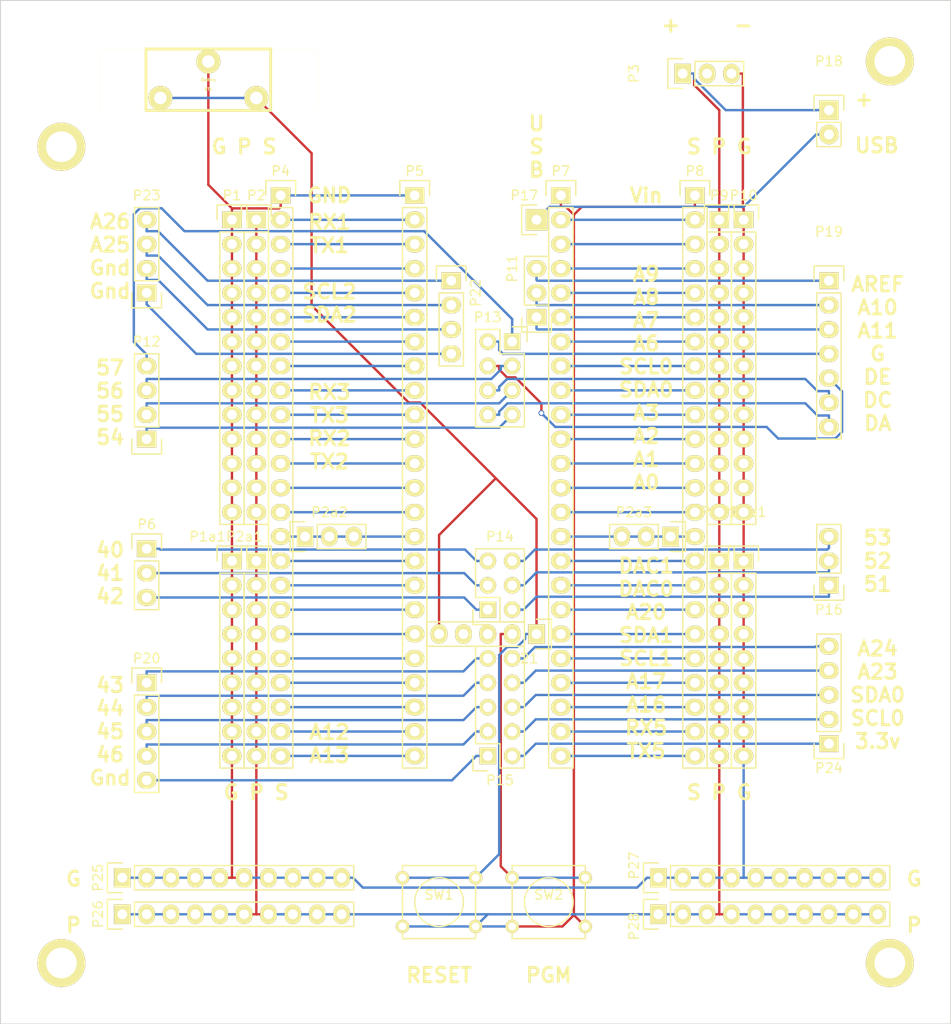
<source format=kicad_pcb>
(kicad_pcb (version 4) (host pcbnew 4.0.4-stable)

  (general
    (links 228)
    (no_connects 0)
    (area 60.909999 30.429999 160.070001 135.940001)
    (thickness 1.6)
    (drawings 29)
    (tracks 382)
    (zones 0)
    (modules 41)
    (nets 87)
  )

  (page A4)
  (layers
    (0 F.Cu signal)
    (31 B.Cu signal)
    (32 B.Adhes user)
    (33 F.Adhes user)
    (34 B.Paste user)
    (35 F.Paste user)
    (36 B.SilkS user)
    (37 F.SilkS user)
    (38 B.Mask user)
    (39 F.Mask user)
    (40 Dwgs.User user)
    (41 Cmts.User user)
    (42 Eco1.User user)
    (43 Eco2.User user)
    (44 Edge.Cuts user)
    (45 Margin user)
    (46 B.CrtYd user)
    (47 F.CrtYd user)
    (48 B.Fab user)
    (49 F.Fab user)
  )

  (setup
    (last_trace_width 0.25)
    (trace_clearance 0.2)
    (zone_clearance 0.508)
    (zone_45_only no)
    (trace_min 0.2)
    (segment_width 0.2)
    (edge_width 0.1)
    (via_size 0.6)
    (via_drill 0.4)
    (via_min_size 0.4)
    (via_min_drill 0.3)
    (uvia_size 0.3)
    (uvia_drill 0.1)
    (uvias_allowed no)
    (uvia_min_size 0.2)
    (uvia_min_drill 0.1)
    (pcb_text_width 0.3)
    (pcb_text_size 1.5 1.5)
    (mod_edge_width 0.15)
    (mod_text_size 1 1)
    (mod_text_width 0.15)
    (pad_size 5 5)
    (pad_drill 3.2)
    (pad_to_mask_clearance 0)
    (aux_axis_origin 0 0)
    (visible_elements 7FFFFFFF)
    (pcbplotparams
      (layerselection 0x00030_80000001)
      (usegerberextensions false)
      (excludeedgelayer true)
      (linewidth 0.100000)
      (plotframeref false)
      (viasonmask false)
      (mode 1)
      (useauxorigin false)
      (hpglpennumber 1)
      (hpglpenspeed 20)
      (hpglpendiameter 15)
      (hpglpenoverlay 2)
      (psnegative false)
      (psa4output false)
      (plotreference true)
      (plotvalue true)
      (plotinvisibletext false)
      (padsonsilk false)
      (subtractmaskfromsilk false)
      (outputformat 1)
      (mirror false)
      (drillshape 0)
      (scaleselection 1)
      (outputdirectory "../../../Desktop/New folder (3)/"))
  )

  (net 0 "")
  (net 1 "Net-(BT1-Pad1)")
  (net 2 "Net-(BT1-Pad2)")
  (net 3 "Net-(P18-Pad1)")
  (net 4 "Net-(P2a2-Pad1)")
  (net 5 "Net-(P2a3-Pad1)")
  (net 6 "Net-(P3-Pad2)")
  (net 7 "Net-(P4-Pad2)")
  (net 8 "Net-(P4-Pad3)")
  (net 9 "Net-(P4-Pad4)")
  (net 10 "Net-(P4-Pad5)")
  (net 11 "Net-(P4-Pad6)")
  (net 12 "Net-(P4-Pad7)")
  (net 13 "Net-(P4-Pad8)")
  (net 14 "Net-(P4-Pad9)")
  (net 15 "Net-(P4-Pad10)")
  (net 16 "Net-(P4-Pad11)")
  (net 17 "Net-(P4-Pad12)")
  (net 18 "Net-(P4-Pad13)")
  (net 19 "Net-(P4-Pad14)")
  (net 20 "Net-(P4-Pad16)")
  (net 21 "Net-(P4-Pad17)")
  (net 22 "Net-(P4-Pad18)")
  (net 23 "Net-(P4-Pad19)")
  (net 24 "Net-(P4-Pad20)")
  (net 25 "Net-(P4-Pad21)")
  (net 26 "Net-(P4-Pad22)")
  (net 27 "Net-(P4-Pad23)")
  (net 28 "Net-(P4-Pad24)")
  (net 29 "Net-(P14-Pad5)")
  (net 30 "Net-(P14-Pad3)")
  (net 31 "Net-(P14-Pad1)")
  (net 32 "Net-(P7-Pad2)")
  (net 33 "Net-(P7-Pad3)")
  (net 34 "Net-(P7-Pad4)")
  (net 35 "Net-(P7-Pad5)")
  (net 36 "Net-(P7-Pad6)")
  (net 37 "Net-(P7-Pad7)")
  (net 38 "Net-(P7-Pad8)")
  (net 39 "Net-(P7-Pad9)")
  (net 40 "Net-(P7-Pad10)")
  (net 41 "Net-(P7-Pad11)")
  (net 42 "Net-(P7-Pad12)")
  (net 43 "Net-(P7-Pad13)")
  (net 44 "Net-(P7-Pad14)")
  (net 45 "Net-(P7-Pad16)")
  (net 46 "Net-(P7-Pad17)")
  (net 47 "Net-(P7-Pad18)")
  (net 48 "Net-(P7-Pad19)")
  (net 49 "Net-(P7-Pad20)")
  (net 50 "Net-(P7-Pad21)")
  (net 51 "Net-(P7-Pad22)")
  (net 52 "Net-(P7-Pad23)")
  (net 53 "Net-(P7-Pad24)")
  (net 54 "Net-(P11-Pad1)")
  (net 55 "Net-(P11-Pad2)")
  (net 56 "Net-(P11-Pad3)")
  (net 57 "Net-(P12-Pad1)")
  (net 58 "Net-(P12-Pad2)")
  (net 59 "Net-(P12-Pad3)")
  (net 60 "Net-(P12-Pad4)")
  (net 61 "Net-(P13-Pad2)")
  (net 62 "Net-(P13-Pad4)")
  (net 63 "Net-(P13-Pad6)")
  (net 64 "Net-(P13-Pad8)")
  (net 65 "Net-(P14-Pad2)")
  (net 66 "Net-(P14-Pad4)")
  (net 67 "Net-(P14-Pad6)")
  (net 68 "Net-(P15-Pad1)")
  (net 69 "Net-(P15-Pad2)")
  (net 70 "Net-(P15-Pad3)")
  (net 71 "Net-(P15-Pad4)")
  (net 72 "Net-(P15-Pad5)")
  (net 73 "Net-(P15-Pad6)")
  (net 74 "Net-(P15-Pad7)")
  (net 75 "Net-(P15-Pad8)")
  (net 76 "Net-(P15-Pad9)")
  (net 77 "Net-(P15-Pad10)")
  (net 78 "Net-(P17-Pad1)")
  (net 79 "Net-(P21-Pad1)")
  (net 80 "Net-(P21-Pad2)")
  (net 81 "Net-(P21-Pad3)")
  (net 82 "Net-(P21-Pad4)")
  (net 83 "Net-(P22-Pad1)")
  (net 84 "Net-(P22-Pad2)")
  (net 85 "Net-(P22-Pad3)")
  (net 86 "Net-(P22-Pad4)")

  (net_class Default "This is the default net class."
    (clearance 0.2)
    (trace_width 0.25)
    (via_dia 0.6)
    (via_drill 0.4)
    (uvia_dia 0.3)
    (uvia_drill 0.1)
    (add_net "Net-(BT1-Pad1)")
    (add_net "Net-(BT1-Pad2)")
    (add_net "Net-(P11-Pad1)")
    (add_net "Net-(P11-Pad2)")
    (add_net "Net-(P11-Pad3)")
    (add_net "Net-(P12-Pad1)")
    (add_net "Net-(P12-Pad2)")
    (add_net "Net-(P12-Pad3)")
    (add_net "Net-(P12-Pad4)")
    (add_net "Net-(P13-Pad2)")
    (add_net "Net-(P13-Pad4)")
    (add_net "Net-(P13-Pad6)")
    (add_net "Net-(P13-Pad8)")
    (add_net "Net-(P14-Pad1)")
    (add_net "Net-(P14-Pad2)")
    (add_net "Net-(P14-Pad3)")
    (add_net "Net-(P14-Pad4)")
    (add_net "Net-(P14-Pad5)")
    (add_net "Net-(P14-Pad6)")
    (add_net "Net-(P15-Pad1)")
    (add_net "Net-(P15-Pad10)")
    (add_net "Net-(P15-Pad2)")
    (add_net "Net-(P15-Pad3)")
    (add_net "Net-(P15-Pad4)")
    (add_net "Net-(P15-Pad5)")
    (add_net "Net-(P15-Pad6)")
    (add_net "Net-(P15-Pad7)")
    (add_net "Net-(P15-Pad8)")
    (add_net "Net-(P15-Pad9)")
    (add_net "Net-(P17-Pad1)")
    (add_net "Net-(P18-Pad1)")
    (add_net "Net-(P21-Pad1)")
    (add_net "Net-(P21-Pad2)")
    (add_net "Net-(P21-Pad3)")
    (add_net "Net-(P21-Pad4)")
    (add_net "Net-(P22-Pad1)")
    (add_net "Net-(P22-Pad2)")
    (add_net "Net-(P22-Pad3)")
    (add_net "Net-(P22-Pad4)")
    (add_net "Net-(P2a2-Pad1)")
    (add_net "Net-(P2a3-Pad1)")
    (add_net "Net-(P3-Pad2)")
    (add_net "Net-(P4-Pad10)")
    (add_net "Net-(P4-Pad11)")
    (add_net "Net-(P4-Pad12)")
    (add_net "Net-(P4-Pad13)")
    (add_net "Net-(P4-Pad14)")
    (add_net "Net-(P4-Pad16)")
    (add_net "Net-(P4-Pad17)")
    (add_net "Net-(P4-Pad18)")
    (add_net "Net-(P4-Pad19)")
    (add_net "Net-(P4-Pad2)")
    (add_net "Net-(P4-Pad20)")
    (add_net "Net-(P4-Pad21)")
    (add_net "Net-(P4-Pad22)")
    (add_net "Net-(P4-Pad23)")
    (add_net "Net-(P4-Pad24)")
    (add_net "Net-(P4-Pad3)")
    (add_net "Net-(P4-Pad4)")
    (add_net "Net-(P4-Pad5)")
    (add_net "Net-(P4-Pad6)")
    (add_net "Net-(P4-Pad7)")
    (add_net "Net-(P4-Pad8)")
    (add_net "Net-(P4-Pad9)")
    (add_net "Net-(P7-Pad10)")
    (add_net "Net-(P7-Pad11)")
    (add_net "Net-(P7-Pad12)")
    (add_net "Net-(P7-Pad13)")
    (add_net "Net-(P7-Pad14)")
    (add_net "Net-(P7-Pad16)")
    (add_net "Net-(P7-Pad17)")
    (add_net "Net-(P7-Pad18)")
    (add_net "Net-(P7-Pad19)")
    (add_net "Net-(P7-Pad2)")
    (add_net "Net-(P7-Pad20)")
    (add_net "Net-(P7-Pad21)")
    (add_net "Net-(P7-Pad22)")
    (add_net "Net-(P7-Pad23)")
    (add_net "Net-(P7-Pad24)")
    (add_net "Net-(P7-Pad3)")
    (add_net "Net-(P7-Pad4)")
    (add_net "Net-(P7-Pad5)")
    (add_net "Net-(P7-Pad6)")
    (add_net "Net-(P7-Pad7)")
    (add_net "Net-(P7-Pad8)")
    (add_net "Net-(P7-Pad9)")
  )

  (module Battery_Holders:BAT_HOLDER_2032 (layer F.Cu) (tedit 5045E603) (tstamp 580FD585)
    (at 82.6287 38.7401)
    (path /57F7F26E)
    (fp_text reference BT1 (at 0 1.00076) (layer F.SilkS)
      (effects (font (size 0.29972 0.29972) (thickness 0.0762)))
    )
    (fp_text value Battery (at 0 0) (layer F.SilkS)
      (effects (font (size 0.29972 0.29972) (thickness 0.0762)))
    )
    (fp_line (start 6.49986 3.2004) (end -6.49986 3.2004) (layer F.SilkS) (width 0.29972))
    (fp_line (start 6.49986 -3.2004) (end -6.49986 -3.2004) (layer F.SilkS) (width 0.29972))
    (fp_line (start -6.49986 3.2004) (end -6.49986 -3.2004) (layer F.SilkS) (width 0.29972))
    (fp_line (start 6.49986 3.2004) (end 6.49986 -3.2004) (layer F.SilkS) (width 0.29972))
    (fp_line (start -11.39952 -3.2004) (end 11.39952 -3.2004) (layer F.SilkS) (width 0.01016))
    (fp_line (start 11.39952 -3.2004) (end 11.39952 3.2004) (layer F.SilkS) (width 0.01016))
    (fp_line (start 11.39952 3.2004) (end -11.39952 3.2004) (layer F.SilkS) (width 0.01016))
    (fp_line (start -11.39952 3.2004) (end -11.39952 -3.2004) (layer F.SilkS) (width 0.01016))
    (pad 1 thru_hole circle (at -5.00126 1.89992) (size 2.49936 2.49936) (drill 1.30048) (layers *.Cu *.Mask F.SilkS)
      (net 1 "Net-(BT1-Pad1)"))
    (pad 2 thru_hole circle (at 0 -1.89992) (size 2.49936 2.49936) (drill 1.30048) (layers *.Cu *.Mask F.SilkS)
      (net 2 "Net-(BT1-Pad2)"))
    (pad 1 thru_hole circle (at 5.00126 1.89992) (size 2.49936 2.49936) (drill 1.30048) (layers *.Cu *.Mask F.SilkS)
      (net 1 "Net-(BT1-Pad1)"))
  )

  (module Pin_Headers:Pin_Header_Straight_1x13 (layer F.Cu) (tedit 580FDB7E) (tstamp 580FD596)
    (at 85.09 53.34)
    (descr "Through hole pin header")
    (tags "pin header")
    (path /57F99DE5)
    (fp_text reference P1 (at 0 -2.54) (layer F.SilkS)
      (effects (font (size 1 1) (thickness 0.15)))
    )
    (fp_text value CONN_01X13 (at -3.81 -3.81 90) (layer F.Fab)
      (effects (font (size 1 1) (thickness 0.15)))
    )
    (fp_line (start -1.75 -1.75) (end -1.75 32.25) (layer F.CrtYd) (width 0.05))
    (fp_line (start 1.75 -1.75) (end 1.75 32.25) (layer F.CrtYd) (width 0.05))
    (fp_line (start -1.75 -1.75) (end 1.75 -1.75) (layer F.CrtYd) (width 0.05))
    (fp_line (start -1.75 32.25) (end 1.75 32.25) (layer F.CrtYd) (width 0.05))
    (fp_line (start -1.27 1.27) (end -1.27 31.75) (layer F.SilkS) (width 0.15))
    (fp_line (start -1.27 31.75) (end 1.27 31.75) (layer F.SilkS) (width 0.15))
    (fp_line (start 1.27 31.75) (end 1.27 1.27) (layer F.SilkS) (width 0.15))
    (fp_line (start 1.55 -1.55) (end 1.55 0) (layer F.SilkS) (width 0.15))
    (fp_line (start 1.27 1.27) (end -1.27 1.27) (layer F.SilkS) (width 0.15))
    (fp_line (start -1.55 0) (end -1.55 -1.55) (layer F.SilkS) (width 0.15))
    (fp_line (start -1.55 -1.55) (end 1.55 -1.55) (layer F.SilkS) (width 0.15))
    (pad 1 thru_hole rect (at 0 0) (size 2.032 1.7272) (drill 1.016) (layers *.Cu *.Mask F.SilkS)
      (net 2 "Net-(BT1-Pad2)"))
    (pad 2 thru_hole oval (at 0 2.54) (size 2.032 1.7272) (drill 1.016) (layers *.Cu *.Mask F.SilkS)
      (net 2 "Net-(BT1-Pad2)"))
    (pad 3 thru_hole oval (at 0 5.08) (size 2.032 1.7272) (drill 1.016) (layers *.Cu *.Mask F.SilkS)
      (net 2 "Net-(BT1-Pad2)"))
    (pad 4 thru_hole oval (at 0 7.62) (size 2.032 1.7272) (drill 1.016) (layers *.Cu *.Mask F.SilkS)
      (net 2 "Net-(BT1-Pad2)"))
    (pad 5 thru_hole oval (at 0 10.16) (size 2.032 1.7272) (drill 1.016) (layers *.Cu *.Mask F.SilkS)
      (net 2 "Net-(BT1-Pad2)"))
    (pad 6 thru_hole oval (at 0 12.7) (size 2.032 1.7272) (drill 1.016) (layers *.Cu *.Mask F.SilkS)
      (net 2 "Net-(BT1-Pad2)"))
    (pad 7 thru_hole oval (at 0 15.24) (size 2.032 1.7272) (drill 1.016) (layers *.Cu *.Mask F.SilkS)
      (net 2 "Net-(BT1-Pad2)"))
    (pad 8 thru_hole oval (at 0 17.78) (size 2.032 1.7272) (drill 1.016) (layers *.Cu *.Mask F.SilkS)
      (net 2 "Net-(BT1-Pad2)"))
    (pad 9 thru_hole oval (at 0 20.32) (size 2.032 1.7272) (drill 1.016) (layers *.Cu *.Mask F.SilkS)
      (net 2 "Net-(BT1-Pad2)"))
    (pad 10 thru_hole oval (at 0 22.86) (size 2.032 1.7272) (drill 1.016) (layers *.Cu *.Mask F.SilkS)
      (net 2 "Net-(BT1-Pad2)"))
    (pad 11 thru_hole oval (at 0 25.4) (size 2.032 1.7272) (drill 1.016) (layers *.Cu *.Mask F.SilkS)
      (net 2 "Net-(BT1-Pad2)"))
    (pad 12 thru_hole oval (at 0 27.94) (size 2.032 1.7272) (drill 1.016) (layers *.Cu *.Mask F.SilkS)
      (net 2 "Net-(BT1-Pad2)"))
    (pad 13 thru_hole oval (at 0 30.48) (size 2.032 1.7272) (drill 1.016) (layers *.Cu *.Mask F.SilkS)
      (net 2 "Net-(BT1-Pad2)"))
    (model Pin_Headers.3dshapes/Pin_Header_Straight_1x13.wrl
      (at (xyz 0 -0.6 0))
      (scale (xyz 1 1 1))
      (rotate (xyz 0 0 90))
    )
  )

  (module Pin_Headers:Pin_Header_Straight_1x09 (layer F.Cu) (tedit 580FDC08) (tstamp 580FD5A3)
    (at 85.09 88.9)
    (descr "Through hole pin header")
    (tags "pin header")
    (path /57F99DF1)
    (fp_text reference P1a1 (at -2.54 -2.54) (layer F.SilkS)
      (effects (font (size 1 1) (thickness 0.15)))
    )
    (fp_text value CONN_01X09 (at -2.54 6.35 90) (layer F.Fab)
      (effects (font (size 1 1) (thickness 0.15)))
    )
    (fp_line (start -1.75 -1.75) (end -1.75 22.1) (layer F.CrtYd) (width 0.05))
    (fp_line (start 1.75 -1.75) (end 1.75 22.1) (layer F.CrtYd) (width 0.05))
    (fp_line (start -1.75 -1.75) (end 1.75 -1.75) (layer F.CrtYd) (width 0.05))
    (fp_line (start -1.75 22.1) (end 1.75 22.1) (layer F.CrtYd) (width 0.05))
    (fp_line (start 1.27 1.27) (end 1.27 21.59) (layer F.SilkS) (width 0.15))
    (fp_line (start 1.27 21.59) (end -1.27 21.59) (layer F.SilkS) (width 0.15))
    (fp_line (start -1.27 21.59) (end -1.27 1.27) (layer F.SilkS) (width 0.15))
    (fp_line (start 1.55 -1.55) (end 1.55 0) (layer F.SilkS) (width 0.15))
    (fp_line (start 1.27 1.27) (end -1.27 1.27) (layer F.SilkS) (width 0.15))
    (fp_line (start -1.55 0) (end -1.55 -1.55) (layer F.SilkS) (width 0.15))
    (fp_line (start -1.55 -1.55) (end 1.55 -1.55) (layer F.SilkS) (width 0.15))
    (pad 1 thru_hole rect (at 0 0) (size 2.032 1.7272) (drill 1.016) (layers *.Cu *.Mask F.SilkS)
      (net 2 "Net-(BT1-Pad2)"))
    (pad 2 thru_hole oval (at 0 2.54) (size 2.032 1.7272) (drill 1.016) (layers *.Cu *.Mask F.SilkS)
      (net 2 "Net-(BT1-Pad2)"))
    (pad 3 thru_hole oval (at 0 5.08) (size 2.032 1.7272) (drill 1.016) (layers *.Cu *.Mask F.SilkS)
      (net 2 "Net-(BT1-Pad2)"))
    (pad 4 thru_hole oval (at 0 7.62) (size 2.032 1.7272) (drill 1.016) (layers *.Cu *.Mask F.SilkS)
      (net 2 "Net-(BT1-Pad2)"))
    (pad 5 thru_hole oval (at 0 10.16) (size 2.032 1.7272) (drill 1.016) (layers *.Cu *.Mask F.SilkS)
      (net 2 "Net-(BT1-Pad2)"))
    (pad 6 thru_hole oval (at 0 12.7) (size 2.032 1.7272) (drill 1.016) (layers *.Cu *.Mask F.SilkS)
      (net 2 "Net-(BT1-Pad2)"))
    (pad 7 thru_hole oval (at 0 15.24) (size 2.032 1.7272) (drill 1.016) (layers *.Cu *.Mask F.SilkS)
      (net 2 "Net-(BT1-Pad2)"))
    (pad 8 thru_hole oval (at 0 17.78) (size 2.032 1.7272) (drill 1.016) (layers *.Cu *.Mask F.SilkS)
      (net 2 "Net-(BT1-Pad2)"))
    (pad 9 thru_hole oval (at 0 20.32) (size 2.032 1.7272) (drill 1.016) (layers *.Cu *.Mask F.SilkS)
      (net 2 "Net-(BT1-Pad2)"))
    (model Pin_Headers.3dshapes/Pin_Header_Straight_1x09.wrl
      (at (xyz 0 -0.4 0))
      (scale (xyz 1 1 1))
      (rotate (xyz 0 0 90))
    )
  )

  (module Pin_Headers:Pin_Header_Straight_1x13 (layer F.Cu) (tedit 580FDB9F) (tstamp 580FD5B4)
    (at 87.63 53.34)
    (descr "Through hole pin header")
    (tags "pin header")
    (path /57F99DDF)
    (fp_text reference P2 (at 0 -2.54) (layer F.SilkS)
      (effects (font (size 1 1) (thickness 0.15)))
    )
    (fp_text value CONN_01X13 (at -5.08 -1.27 90) (layer F.Fab)
      (effects (font (size 1 1) (thickness 0.15)))
    )
    (fp_line (start -1.75 -1.75) (end -1.75 32.25) (layer F.CrtYd) (width 0.05))
    (fp_line (start 1.75 -1.75) (end 1.75 32.25) (layer F.CrtYd) (width 0.05))
    (fp_line (start -1.75 -1.75) (end 1.75 -1.75) (layer F.CrtYd) (width 0.05))
    (fp_line (start -1.75 32.25) (end 1.75 32.25) (layer F.CrtYd) (width 0.05))
    (fp_line (start -1.27 1.27) (end -1.27 31.75) (layer F.SilkS) (width 0.15))
    (fp_line (start -1.27 31.75) (end 1.27 31.75) (layer F.SilkS) (width 0.15))
    (fp_line (start 1.27 31.75) (end 1.27 1.27) (layer F.SilkS) (width 0.15))
    (fp_line (start 1.55 -1.55) (end 1.55 0) (layer F.SilkS) (width 0.15))
    (fp_line (start 1.27 1.27) (end -1.27 1.27) (layer F.SilkS) (width 0.15))
    (fp_line (start -1.55 0) (end -1.55 -1.55) (layer F.SilkS) (width 0.15))
    (fp_line (start -1.55 -1.55) (end 1.55 -1.55) (layer F.SilkS) (width 0.15))
    (pad 1 thru_hole rect (at 0 0) (size 2.032 1.7272) (drill 1.016) (layers *.Cu *.Mask F.SilkS)
      (net 3 "Net-(P18-Pad1)"))
    (pad 2 thru_hole oval (at 0 2.54) (size 2.032 1.7272) (drill 1.016) (layers *.Cu *.Mask F.SilkS)
      (net 3 "Net-(P18-Pad1)"))
    (pad 3 thru_hole oval (at 0 5.08) (size 2.032 1.7272) (drill 1.016) (layers *.Cu *.Mask F.SilkS)
      (net 3 "Net-(P18-Pad1)"))
    (pad 4 thru_hole oval (at 0 7.62) (size 2.032 1.7272) (drill 1.016) (layers *.Cu *.Mask F.SilkS)
      (net 3 "Net-(P18-Pad1)"))
    (pad 5 thru_hole oval (at 0 10.16) (size 2.032 1.7272) (drill 1.016) (layers *.Cu *.Mask F.SilkS)
      (net 3 "Net-(P18-Pad1)"))
    (pad 6 thru_hole oval (at 0 12.7) (size 2.032 1.7272) (drill 1.016) (layers *.Cu *.Mask F.SilkS)
      (net 3 "Net-(P18-Pad1)"))
    (pad 7 thru_hole oval (at 0 15.24) (size 2.032 1.7272) (drill 1.016) (layers *.Cu *.Mask F.SilkS)
      (net 3 "Net-(P18-Pad1)"))
    (pad 8 thru_hole oval (at 0 17.78) (size 2.032 1.7272) (drill 1.016) (layers *.Cu *.Mask F.SilkS)
      (net 3 "Net-(P18-Pad1)"))
    (pad 9 thru_hole oval (at 0 20.32) (size 2.032 1.7272) (drill 1.016) (layers *.Cu *.Mask F.SilkS)
      (net 3 "Net-(P18-Pad1)"))
    (pad 10 thru_hole oval (at 0 22.86) (size 2.032 1.7272) (drill 1.016) (layers *.Cu *.Mask F.SilkS)
      (net 3 "Net-(P18-Pad1)"))
    (pad 11 thru_hole oval (at 0 25.4) (size 2.032 1.7272) (drill 1.016) (layers *.Cu *.Mask F.SilkS)
      (net 3 "Net-(P18-Pad1)"))
    (pad 12 thru_hole oval (at 0 27.94) (size 2.032 1.7272) (drill 1.016) (layers *.Cu *.Mask F.SilkS)
      (net 3 "Net-(P18-Pad1)"))
    (pad 13 thru_hole oval (at 0 30.48) (size 2.032 1.7272) (drill 1.016) (layers *.Cu *.Mask F.SilkS)
      (net 3 "Net-(P18-Pad1)"))
    (model Pin_Headers.3dshapes/Pin_Header_Straight_1x13.wrl
      (at (xyz 0 -0.6 0))
      (scale (xyz 1 1 1))
      (rotate (xyz 0 0 90))
    )
  )

  (module Pin_Headers:Pin_Header_Straight_1x09 (layer F.Cu) (tedit 580FDC6A) (tstamp 580FD5C1)
    (at 87.63 88.9)
    (descr "Through hole pin header")
    (tags "pin header")
    (path /57F99DEB)
    (fp_text reference P2a1 (at -1.27 -2.54) (layer F.SilkS)
      (effects (font (size 1 1) (thickness 0.15)))
    )
    (fp_text value CONN_01X09 (at -6.35 7.62 90) (layer F.Fab)
      (effects (font (size 1 1) (thickness 0.15)))
    )
    (fp_line (start -1.75 -1.75) (end -1.75 22.1) (layer F.CrtYd) (width 0.05))
    (fp_line (start 1.75 -1.75) (end 1.75 22.1) (layer F.CrtYd) (width 0.05))
    (fp_line (start -1.75 -1.75) (end 1.75 -1.75) (layer F.CrtYd) (width 0.05))
    (fp_line (start -1.75 22.1) (end 1.75 22.1) (layer F.CrtYd) (width 0.05))
    (fp_line (start 1.27 1.27) (end 1.27 21.59) (layer F.SilkS) (width 0.15))
    (fp_line (start 1.27 21.59) (end -1.27 21.59) (layer F.SilkS) (width 0.15))
    (fp_line (start -1.27 21.59) (end -1.27 1.27) (layer F.SilkS) (width 0.15))
    (fp_line (start 1.55 -1.55) (end 1.55 0) (layer F.SilkS) (width 0.15))
    (fp_line (start 1.27 1.27) (end -1.27 1.27) (layer F.SilkS) (width 0.15))
    (fp_line (start -1.55 0) (end -1.55 -1.55) (layer F.SilkS) (width 0.15))
    (fp_line (start -1.55 -1.55) (end 1.55 -1.55) (layer F.SilkS) (width 0.15))
    (pad 1 thru_hole rect (at 0 0) (size 2.032 1.7272) (drill 1.016) (layers *.Cu *.Mask F.SilkS)
      (net 3 "Net-(P18-Pad1)"))
    (pad 2 thru_hole oval (at 0 2.54) (size 2.032 1.7272) (drill 1.016) (layers *.Cu *.Mask F.SilkS)
      (net 3 "Net-(P18-Pad1)"))
    (pad 3 thru_hole oval (at 0 5.08) (size 2.032 1.7272) (drill 1.016) (layers *.Cu *.Mask F.SilkS)
      (net 3 "Net-(P18-Pad1)"))
    (pad 4 thru_hole oval (at 0 7.62) (size 2.032 1.7272) (drill 1.016) (layers *.Cu *.Mask F.SilkS)
      (net 3 "Net-(P18-Pad1)"))
    (pad 5 thru_hole oval (at 0 10.16) (size 2.032 1.7272) (drill 1.016) (layers *.Cu *.Mask F.SilkS)
      (net 3 "Net-(P18-Pad1)"))
    (pad 6 thru_hole oval (at 0 12.7) (size 2.032 1.7272) (drill 1.016) (layers *.Cu *.Mask F.SilkS)
      (net 3 "Net-(P18-Pad1)"))
    (pad 7 thru_hole oval (at 0 15.24) (size 2.032 1.7272) (drill 1.016) (layers *.Cu *.Mask F.SilkS)
      (net 3 "Net-(P18-Pad1)"))
    (pad 8 thru_hole oval (at 0 17.78) (size 2.032 1.7272) (drill 1.016) (layers *.Cu *.Mask F.SilkS)
      (net 3 "Net-(P18-Pad1)"))
    (pad 9 thru_hole oval (at 0 20.32) (size 2.032 1.7272) (drill 1.016) (layers *.Cu *.Mask F.SilkS)
      (net 3 "Net-(P18-Pad1)"))
    (model Pin_Headers.3dshapes/Pin_Header_Straight_1x09.wrl
      (at (xyz 0 -0.4 0))
      (scale (xyz 1 1 1))
      (rotate (xyz 0 0 90))
    )
  )

  (module Pin_Headers:Pin_Header_Straight_1x03 (layer F.Cu) (tedit 580FDC61) (tstamp 580FD5C8)
    (at 92.71 86.36 90)
    (descr "Through hole pin header")
    (tags "pin header")
    (path /57F88688)
    (fp_text reference P2a2 (at 2.54 2.54 180) (layer F.SilkS)
      (effects (font (size 1 1) (thickness 0.15)))
    )
    (fp_text value CONN_01X03 (at -6.35 2.54 90) (layer F.Fab)
      (effects (font (size 1 1) (thickness 0.15)))
    )
    (fp_line (start -1.75 -1.75) (end -1.75 6.85) (layer F.CrtYd) (width 0.05))
    (fp_line (start 1.75 -1.75) (end 1.75 6.85) (layer F.CrtYd) (width 0.05))
    (fp_line (start -1.75 -1.75) (end 1.75 -1.75) (layer F.CrtYd) (width 0.05))
    (fp_line (start -1.75 6.85) (end 1.75 6.85) (layer F.CrtYd) (width 0.05))
    (fp_line (start -1.27 1.27) (end -1.27 6.35) (layer F.SilkS) (width 0.15))
    (fp_line (start -1.27 6.35) (end 1.27 6.35) (layer F.SilkS) (width 0.15))
    (fp_line (start 1.27 6.35) (end 1.27 1.27) (layer F.SilkS) (width 0.15))
    (fp_line (start 1.55 -1.55) (end 1.55 0) (layer F.SilkS) (width 0.15))
    (fp_line (start 1.27 1.27) (end -1.27 1.27) (layer F.SilkS) (width 0.15))
    (fp_line (start -1.55 0) (end -1.55 -1.55) (layer F.SilkS) (width 0.15))
    (fp_line (start -1.55 -1.55) (end 1.55 -1.55) (layer F.SilkS) (width 0.15))
    (pad 1 thru_hole rect (at 0 0 90) (size 2.032 1.7272) (drill 1.016) (layers *.Cu *.Mask F.SilkS)
      (net 4 "Net-(P2a2-Pad1)"))
    (pad 2 thru_hole oval (at 0 2.54 90) (size 2.032 1.7272) (drill 1.016) (layers *.Cu *.Mask F.SilkS)
      (net 4 "Net-(P2a2-Pad1)"))
    (pad 3 thru_hole oval (at 0 5.08 90) (size 2.032 1.7272) (drill 1.016) (layers *.Cu *.Mask F.SilkS)
      (net 4 "Net-(P2a2-Pad1)"))
    (model Pin_Headers.3dshapes/Pin_Header_Straight_1x03.wrl
      (at (xyz 0 -0.1 0))
      (scale (xyz 1 1 1))
      (rotate (xyz 0 0 90))
    )
  )

  (module Pin_Headers:Pin_Header_Straight_1x03 (layer F.Cu) (tedit 0) (tstamp 580FD5CF)
    (at 130.81 86.36 270)
    (descr "Through hole pin header")
    (tags "pin header")
    (path /57FA8654)
    (fp_text reference P2a3 (at -2.54 3.81 360) (layer F.SilkS)
      (effects (font (size 1 1) (thickness 0.15)))
    )
    (fp_text value CONN_01X03 (at 0 7.62 270) (layer F.Fab)
      (effects (font (size 1 1) (thickness 0.15)))
    )
    (fp_line (start -1.75 -1.75) (end -1.75 6.85) (layer F.CrtYd) (width 0.05))
    (fp_line (start 1.75 -1.75) (end 1.75 6.85) (layer F.CrtYd) (width 0.05))
    (fp_line (start -1.75 -1.75) (end 1.75 -1.75) (layer F.CrtYd) (width 0.05))
    (fp_line (start -1.75 6.85) (end 1.75 6.85) (layer F.CrtYd) (width 0.05))
    (fp_line (start -1.27 1.27) (end -1.27 6.35) (layer F.SilkS) (width 0.15))
    (fp_line (start -1.27 6.35) (end 1.27 6.35) (layer F.SilkS) (width 0.15))
    (fp_line (start 1.27 6.35) (end 1.27 1.27) (layer F.SilkS) (width 0.15))
    (fp_line (start 1.55 -1.55) (end 1.55 0) (layer F.SilkS) (width 0.15))
    (fp_line (start 1.27 1.27) (end -1.27 1.27) (layer F.SilkS) (width 0.15))
    (fp_line (start -1.55 0) (end -1.55 -1.55) (layer F.SilkS) (width 0.15))
    (fp_line (start -1.55 -1.55) (end 1.55 -1.55) (layer F.SilkS) (width 0.15))
    (pad 1 thru_hole rect (at 0 0 270) (size 2.032 1.7272) (drill 1.016) (layers *.Cu *.Mask F.SilkS)
      (net 5 "Net-(P2a3-Pad1)"))
    (pad 2 thru_hole oval (at 0 2.54 270) (size 2.032 1.7272) (drill 1.016) (layers *.Cu *.Mask F.SilkS)
      (net 5 "Net-(P2a3-Pad1)"))
    (pad 3 thru_hole oval (at 0 5.08 270) (size 2.032 1.7272) (drill 1.016) (layers *.Cu *.Mask F.SilkS)
      (net 5 "Net-(P2a3-Pad1)"))
    (model Pin_Headers.3dshapes/Pin_Header_Straight_1x03.wrl
      (at (xyz 0 -0.1 0))
      (scale (xyz 1 1 1))
      (rotate (xyz 0 0 90))
    )
  )

  (module Pin_Headers:Pin_Header_Straight_1x03 (layer F.Cu) (tedit 0) (tstamp 580FD5D6)
    (at 132.08 38.1 90)
    (descr "Through hole pin header")
    (tags "pin header")
    (path /57F5BF7D)
    (fp_text reference P3 (at 0 -5.1 90) (layer F.SilkS)
      (effects (font (size 1 1) (thickness 0.15)))
    )
    (fp_text value CONN_01X03 (at 0 -3.1 90) (layer F.Fab)
      (effects (font (size 1 1) (thickness 0.15)))
    )
    (fp_line (start -1.75 -1.75) (end -1.75 6.85) (layer F.CrtYd) (width 0.05))
    (fp_line (start 1.75 -1.75) (end 1.75 6.85) (layer F.CrtYd) (width 0.05))
    (fp_line (start -1.75 -1.75) (end 1.75 -1.75) (layer F.CrtYd) (width 0.05))
    (fp_line (start -1.75 6.85) (end 1.75 6.85) (layer F.CrtYd) (width 0.05))
    (fp_line (start -1.27 1.27) (end -1.27 6.35) (layer F.SilkS) (width 0.15))
    (fp_line (start -1.27 6.35) (end 1.27 6.35) (layer F.SilkS) (width 0.15))
    (fp_line (start 1.27 6.35) (end 1.27 1.27) (layer F.SilkS) (width 0.15))
    (fp_line (start 1.55 -1.55) (end 1.55 0) (layer F.SilkS) (width 0.15))
    (fp_line (start 1.27 1.27) (end -1.27 1.27) (layer F.SilkS) (width 0.15))
    (fp_line (start -1.55 0) (end -1.55 -1.55) (layer F.SilkS) (width 0.15))
    (fp_line (start -1.55 -1.55) (end 1.55 -1.55) (layer F.SilkS) (width 0.15))
    (pad 1 thru_hole rect (at 0 0 90) (size 2.032 1.7272) (drill 1.016) (layers *.Cu *.Mask F.SilkS)
      (net 3 "Net-(P18-Pad1)"))
    (pad 2 thru_hole oval (at 0 2.54 90) (size 2.032 1.7272) (drill 1.016) (layers *.Cu *.Mask F.SilkS)
      (net 6 "Net-(P3-Pad2)"))
    (pad 3 thru_hole oval (at 0 5.08 90) (size 2.032 1.7272) (drill 1.016) (layers *.Cu *.Mask F.SilkS)
      (net 2 "Net-(BT1-Pad2)"))
    (model Pin_Headers.3dshapes/Pin_Header_Straight_1x03.wrl
      (at (xyz 0 -0.1 0))
      (scale (xyz 1 1 1))
      (rotate (xyz 0 0 90))
    )
  )

  (module Pin_Headers:Pin_Header_Straight_1x24 (layer F.Cu) (tedit 580FDE51) (tstamp 580FD5F2)
    (at 90.17 50.8)
    (descr "Through hole pin header")
    (tags "pin header")
    (path /57F3265A)
    (fp_text reference P4 (at 0 -2.54) (layer F.SilkS)
      (effects (font (size 1 1) (thickness 0.15)))
    )
    (fp_text value CONN_01X24 (at 2.54 -3.81 180) (layer F.Fab)
      (effects (font (size 1 1) (thickness 0.15)))
    )
    (fp_line (start -1.75 -1.75) (end -1.75 60.2) (layer F.CrtYd) (width 0.05))
    (fp_line (start 1.75 -1.75) (end 1.75 60.2) (layer F.CrtYd) (width 0.05))
    (fp_line (start -1.75 -1.75) (end 1.75 -1.75) (layer F.CrtYd) (width 0.05))
    (fp_line (start -1.75 60.2) (end 1.75 60.2) (layer F.CrtYd) (width 0.05))
    (fp_line (start 1.27 1.27) (end 1.27 59.69) (layer F.SilkS) (width 0.15))
    (fp_line (start -1.27 1.27) (end -1.27 59.69) (layer F.SilkS) (width 0.15))
    (fp_line (start -1.27 59.69) (end 1.27 59.69) (layer F.SilkS) (width 0.15))
    (fp_line (start 1.55 -1.55) (end 1.55 0) (layer F.SilkS) (width 0.15))
    (fp_line (start 1.27 1.27) (end -1.27 1.27) (layer F.SilkS) (width 0.15))
    (fp_line (start -1.55 0) (end -1.55 -1.55) (layer F.SilkS) (width 0.15))
    (fp_line (start -1.55 -1.55) (end 1.55 -1.55) (layer F.SilkS) (width 0.15))
    (pad 1 thru_hole rect (at 0 0) (size 2.032 1.7272) (drill 1.016) (layers *.Cu *.Mask F.SilkS)
      (net 2 "Net-(BT1-Pad2)"))
    (pad 2 thru_hole oval (at 0 2.54) (size 2.032 1.7272) (drill 1.016) (layers *.Cu *.Mask F.SilkS)
      (net 7 "Net-(P4-Pad2)"))
    (pad 3 thru_hole oval (at 0 5.08) (size 2.032 1.7272) (drill 1.016) (layers *.Cu *.Mask F.SilkS)
      (net 8 "Net-(P4-Pad3)"))
    (pad 4 thru_hole oval (at 0 7.62) (size 2.032 1.7272) (drill 1.016) (layers *.Cu *.Mask F.SilkS)
      (net 9 "Net-(P4-Pad4)"))
    (pad 5 thru_hole oval (at 0 10.16) (size 2.032 1.7272) (drill 1.016) (layers *.Cu *.Mask F.SilkS)
      (net 10 "Net-(P4-Pad5)"))
    (pad 6 thru_hole oval (at 0 12.7) (size 2.032 1.7272) (drill 1.016) (layers *.Cu *.Mask F.SilkS)
      (net 11 "Net-(P4-Pad6)"))
    (pad 7 thru_hole oval (at 0 15.24) (size 2.032 1.7272) (drill 1.016) (layers *.Cu *.Mask F.SilkS)
      (net 12 "Net-(P4-Pad7)"))
    (pad 8 thru_hole oval (at 0 17.78) (size 2.032 1.7272) (drill 1.016) (layers *.Cu *.Mask F.SilkS)
      (net 13 "Net-(P4-Pad8)"))
    (pad 9 thru_hole oval (at 0 20.32) (size 2.032 1.7272) (drill 1.016) (layers *.Cu *.Mask F.SilkS)
      (net 14 "Net-(P4-Pad9)"))
    (pad 10 thru_hole oval (at 0 22.86) (size 2.032 1.7272) (drill 1.016) (layers *.Cu *.Mask F.SilkS)
      (net 15 "Net-(P4-Pad10)"))
    (pad 11 thru_hole oval (at 0 25.4) (size 2.032 1.7272) (drill 1.016) (layers *.Cu *.Mask F.SilkS)
      (net 16 "Net-(P4-Pad11)"))
    (pad 12 thru_hole oval (at 0 27.94) (size 2.032 1.7272) (drill 1.016) (layers *.Cu *.Mask F.SilkS)
      (net 17 "Net-(P4-Pad12)"))
    (pad 13 thru_hole oval (at 0 30.48) (size 2.032 1.7272) (drill 1.016) (layers *.Cu *.Mask F.SilkS)
      (net 18 "Net-(P4-Pad13)"))
    (pad 14 thru_hole oval (at 0 33.02) (size 2.032 1.7272) (drill 1.016) (layers *.Cu *.Mask F.SilkS)
      (net 19 "Net-(P4-Pad14)"))
    (pad 15 thru_hole oval (at 0 35.56) (size 2.032 1.7272) (drill 1.016) (layers *.Cu *.Mask F.SilkS)
      (net 4 "Net-(P2a2-Pad1)"))
    (pad 16 thru_hole oval (at 0 38.1) (size 2.032 1.7272) (drill 1.016) (layers *.Cu *.Mask F.SilkS)
      (net 20 "Net-(P4-Pad16)"))
    (pad 17 thru_hole oval (at 0 40.64) (size 2.032 1.7272) (drill 1.016) (layers *.Cu *.Mask F.SilkS)
      (net 21 "Net-(P4-Pad17)"))
    (pad 18 thru_hole oval (at 0 43.18) (size 2.032 1.7272) (drill 1.016) (layers *.Cu *.Mask F.SilkS)
      (net 22 "Net-(P4-Pad18)"))
    (pad 19 thru_hole oval (at 0 45.72) (size 2.032 1.7272) (drill 1.016) (layers *.Cu *.Mask F.SilkS)
      (net 23 "Net-(P4-Pad19)"))
    (pad 20 thru_hole oval (at 0 48.26) (size 2.032 1.7272) (drill 1.016) (layers *.Cu *.Mask F.SilkS)
      (net 24 "Net-(P4-Pad20)"))
    (pad 21 thru_hole oval (at 0 50.8) (size 2.032 1.7272) (drill 1.016) (layers *.Cu *.Mask F.SilkS)
      (net 25 "Net-(P4-Pad21)"))
    (pad 22 thru_hole oval (at 0 53.34) (size 2.032 1.7272) (drill 1.016) (layers *.Cu *.Mask F.SilkS)
      (net 26 "Net-(P4-Pad22)"))
    (pad 23 thru_hole oval (at 0 55.88) (size 2.032 1.7272) (drill 1.016) (layers *.Cu *.Mask F.SilkS)
      (net 27 "Net-(P4-Pad23)"))
    (pad 24 thru_hole oval (at 0 58.42) (size 2.032 1.7272) (drill 1.016) (layers *.Cu *.Mask F.SilkS)
      (net 28 "Net-(P4-Pad24)"))
    (model Pin_Headers.3dshapes/Pin_Header_Straight_1x24.wrl
      (at (xyz 0 -1.15 0))
      (scale (xyz 1 1 1))
      (rotate (xyz 0 0 90))
    )
  )

  (module Socket_Strips:Socket_Strip_Straight_1x24 (layer F.Cu) (tedit 580FDC7C) (tstamp 580FD60E)
    (at 104.14 50.8 270)
    (descr "Through hole socket strip")
    (tags "socket strip")
    (path /57F31F19)
    (fp_text reference P5 (at -2.54 0 360) (layer F.SilkS)
      (effects (font (size 1 1) (thickness 0.15)))
    )
    (fp_text value CONN_01X24 (at 0 -3.1 270) (layer F.Fab)
      (effects (font (size 1 1) (thickness 0.15)))
    )
    (fp_line (start -1.75 -1.75) (end -1.75 1.75) (layer F.CrtYd) (width 0.05))
    (fp_line (start 60.2 -1.75) (end 60.2 1.75) (layer F.CrtYd) (width 0.05))
    (fp_line (start -1.75 -1.75) (end 60.2 -1.75) (layer F.CrtYd) (width 0.05))
    (fp_line (start -1.75 1.75) (end 60.2 1.75) (layer F.CrtYd) (width 0.05))
    (fp_line (start 1.27 1.27) (end 59.69 1.27) (layer F.SilkS) (width 0.15))
    (fp_line (start 1.27 -1.27) (end 59.69 -1.27) (layer F.SilkS) (width 0.15))
    (fp_line (start 59.69 -1.27) (end 59.69 1.27) (layer F.SilkS) (width 0.15))
    (fp_line (start -1.55 1.55) (end 0 1.55) (layer F.SilkS) (width 0.15))
    (fp_line (start 1.27 1.27) (end 1.27 -1.27) (layer F.SilkS) (width 0.15))
    (fp_line (start 0 -1.55) (end -1.55 -1.55) (layer F.SilkS) (width 0.15))
    (fp_line (start -1.55 -1.55) (end -1.55 1.55) (layer F.SilkS) (width 0.15))
    (pad 1 thru_hole rect (at 0 0 270) (size 1.7272 2.032) (drill 1.016) (layers *.Cu *.Mask F.SilkS)
      (net 2 "Net-(BT1-Pad2)"))
    (pad 2 thru_hole oval (at 2.54 0 270) (size 1.7272 2.032) (drill 1.016) (layers *.Cu *.Mask F.SilkS)
      (net 7 "Net-(P4-Pad2)"))
    (pad 3 thru_hole oval (at 5.08 0 270) (size 1.7272 2.032) (drill 1.016) (layers *.Cu *.Mask F.SilkS)
      (net 8 "Net-(P4-Pad3)"))
    (pad 4 thru_hole oval (at 7.62 0 270) (size 1.7272 2.032) (drill 1.016) (layers *.Cu *.Mask F.SilkS)
      (net 9 "Net-(P4-Pad4)"))
    (pad 5 thru_hole oval (at 10.16 0 270) (size 1.7272 2.032) (drill 1.016) (layers *.Cu *.Mask F.SilkS)
      (net 10 "Net-(P4-Pad5)"))
    (pad 6 thru_hole oval (at 12.7 0 270) (size 1.7272 2.032) (drill 1.016) (layers *.Cu *.Mask F.SilkS)
      (net 11 "Net-(P4-Pad6)"))
    (pad 7 thru_hole oval (at 15.24 0 270) (size 1.7272 2.032) (drill 1.016) (layers *.Cu *.Mask F.SilkS)
      (net 12 "Net-(P4-Pad7)"))
    (pad 8 thru_hole oval (at 17.78 0 270) (size 1.7272 2.032) (drill 1.016) (layers *.Cu *.Mask F.SilkS)
      (net 13 "Net-(P4-Pad8)"))
    (pad 9 thru_hole oval (at 20.32 0 270) (size 1.7272 2.032) (drill 1.016) (layers *.Cu *.Mask F.SilkS)
      (net 14 "Net-(P4-Pad9)"))
    (pad 10 thru_hole oval (at 22.86 0 270) (size 1.7272 2.032) (drill 1.016) (layers *.Cu *.Mask F.SilkS)
      (net 15 "Net-(P4-Pad10)"))
    (pad 11 thru_hole oval (at 25.4 0 270) (size 1.7272 2.032) (drill 1.016) (layers *.Cu *.Mask F.SilkS)
      (net 16 "Net-(P4-Pad11)"))
    (pad 12 thru_hole oval (at 27.94 0 270) (size 1.7272 2.032) (drill 1.016) (layers *.Cu *.Mask F.SilkS)
      (net 17 "Net-(P4-Pad12)"))
    (pad 13 thru_hole oval (at 30.48 0 270) (size 1.7272 2.032) (drill 1.016) (layers *.Cu *.Mask F.SilkS)
      (net 18 "Net-(P4-Pad13)"))
    (pad 14 thru_hole oval (at 33.02 0 270) (size 1.7272 2.032) (drill 1.016) (layers *.Cu *.Mask F.SilkS)
      (net 19 "Net-(P4-Pad14)"))
    (pad 15 thru_hole oval (at 35.56 0 270) (size 1.7272 2.032) (drill 1.016) (layers *.Cu *.Mask F.SilkS)
      (net 4 "Net-(P2a2-Pad1)"))
    (pad 16 thru_hole oval (at 38.1 0 270) (size 1.7272 2.032) (drill 1.016) (layers *.Cu *.Mask F.SilkS)
      (net 20 "Net-(P4-Pad16)"))
    (pad 17 thru_hole oval (at 40.64 0 270) (size 1.7272 2.032) (drill 1.016) (layers *.Cu *.Mask F.SilkS)
      (net 21 "Net-(P4-Pad17)"))
    (pad 18 thru_hole oval (at 43.18 0 270) (size 1.7272 2.032) (drill 1.016) (layers *.Cu *.Mask F.SilkS)
      (net 22 "Net-(P4-Pad18)"))
    (pad 19 thru_hole oval (at 45.72 0 270) (size 1.7272 2.032) (drill 1.016) (layers *.Cu *.Mask F.SilkS)
      (net 23 "Net-(P4-Pad19)"))
    (pad 20 thru_hole oval (at 48.26 0 270) (size 1.7272 2.032) (drill 1.016) (layers *.Cu *.Mask F.SilkS)
      (net 24 "Net-(P4-Pad20)"))
    (pad 21 thru_hole oval (at 50.8 0 270) (size 1.7272 2.032) (drill 1.016) (layers *.Cu *.Mask F.SilkS)
      (net 25 "Net-(P4-Pad21)"))
    (pad 22 thru_hole oval (at 53.34 0 270) (size 1.7272 2.032) (drill 1.016) (layers *.Cu *.Mask F.SilkS)
      (net 26 "Net-(P4-Pad22)"))
    (pad 23 thru_hole oval (at 55.88 0 270) (size 1.7272 2.032) (drill 1.016) (layers *.Cu *.Mask F.SilkS)
      (net 27 "Net-(P4-Pad23)"))
    (pad 24 thru_hole oval (at 58.42 0 270) (size 1.7272 2.032) (drill 1.016) (layers *.Cu *.Mask F.SilkS)
      (net 28 "Net-(P4-Pad24)"))
    (model Socket_Strips.3dshapes/Socket_Strip_Straight_1x24.wrl
      (at (xyz 1.15 0 0))
      (scale (xyz 1 1 1))
      (rotate (xyz 0 0 180))
    )
  )

  (module Pin_Headers:Pin_Header_Straight_1x03 (layer F.Cu) (tedit 580FDB2E) (tstamp 580FD615)
    (at 76.2 87.63)
    (descr "Through hole pin header")
    (tags "pin header")
    (path /57F9D694)
    (fp_text reference P6 (at 0 -2.54) (layer F.SilkS)
      (effects (font (size 1 1) (thickness 0.15)))
    )
    (fp_text value CONN_01X03 (at 2.54 2.54 90) (layer F.Fab)
      (effects (font (size 1 1) (thickness 0.15)))
    )
    (fp_line (start -1.75 -1.75) (end -1.75 6.85) (layer F.CrtYd) (width 0.05))
    (fp_line (start 1.75 -1.75) (end 1.75 6.85) (layer F.CrtYd) (width 0.05))
    (fp_line (start -1.75 -1.75) (end 1.75 -1.75) (layer F.CrtYd) (width 0.05))
    (fp_line (start -1.75 6.85) (end 1.75 6.85) (layer F.CrtYd) (width 0.05))
    (fp_line (start -1.27 1.27) (end -1.27 6.35) (layer F.SilkS) (width 0.15))
    (fp_line (start -1.27 6.35) (end 1.27 6.35) (layer F.SilkS) (width 0.15))
    (fp_line (start 1.27 6.35) (end 1.27 1.27) (layer F.SilkS) (width 0.15))
    (fp_line (start 1.55 -1.55) (end 1.55 0) (layer F.SilkS) (width 0.15))
    (fp_line (start 1.27 1.27) (end -1.27 1.27) (layer F.SilkS) (width 0.15))
    (fp_line (start -1.55 0) (end -1.55 -1.55) (layer F.SilkS) (width 0.15))
    (fp_line (start -1.55 -1.55) (end 1.55 -1.55) (layer F.SilkS) (width 0.15))
    (pad 1 thru_hole rect (at 0 0) (size 2.032 1.7272) (drill 1.016) (layers *.Cu *.Mask F.SilkS)
      (net 29 "Net-(P14-Pad5)"))
    (pad 2 thru_hole oval (at 0 2.54) (size 2.032 1.7272) (drill 1.016) (layers *.Cu *.Mask F.SilkS)
      (net 30 "Net-(P14-Pad3)"))
    (pad 3 thru_hole oval (at 0 5.08) (size 2.032 1.7272) (drill 1.016) (layers *.Cu *.Mask F.SilkS)
      (net 31 "Net-(P14-Pad1)"))
    (model Pin_Headers.3dshapes/Pin_Header_Straight_1x03.wrl
      (at (xyz 0 -0.1 0))
      (scale (xyz 1 1 1))
      (rotate (xyz 0 0 90))
    )
  )

  (module Socket_Strips:Socket_Strip_Straight_1x24 (layer F.Cu) (tedit 580FDCDD) (tstamp 580FD631)
    (at 119.38 50.8 270)
    (descr "Through hole socket strip")
    (tags "socket strip")
    (path /57F38D5E)
    (fp_text reference P7 (at -2.54 0 360) (layer F.SilkS)
      (effects (font (size 1 1) (thickness 0.15)))
    )
    (fp_text value CONN_01X24 (at 2.54 -2.54 270) (layer F.Fab)
      (effects (font (size 1 1) (thickness 0.15)))
    )
    (fp_line (start -1.75 -1.75) (end -1.75 1.75) (layer F.CrtYd) (width 0.05))
    (fp_line (start 60.2 -1.75) (end 60.2 1.75) (layer F.CrtYd) (width 0.05))
    (fp_line (start -1.75 -1.75) (end 60.2 -1.75) (layer F.CrtYd) (width 0.05))
    (fp_line (start -1.75 1.75) (end 60.2 1.75) (layer F.CrtYd) (width 0.05))
    (fp_line (start 1.27 1.27) (end 59.69 1.27) (layer F.SilkS) (width 0.15))
    (fp_line (start 1.27 -1.27) (end 59.69 -1.27) (layer F.SilkS) (width 0.15))
    (fp_line (start 59.69 -1.27) (end 59.69 1.27) (layer F.SilkS) (width 0.15))
    (fp_line (start -1.55 1.55) (end 0 1.55) (layer F.SilkS) (width 0.15))
    (fp_line (start 1.27 1.27) (end 1.27 -1.27) (layer F.SilkS) (width 0.15))
    (fp_line (start 0 -1.55) (end -1.55 -1.55) (layer F.SilkS) (width 0.15))
    (fp_line (start -1.55 -1.55) (end -1.55 1.55) (layer F.SilkS) (width 0.15))
    (pad 1 thru_hole rect (at 0 0 270) (size 1.7272 2.032) (drill 1.016) (layers *.Cu *.Mask F.SilkS)
      (net 3 "Net-(P18-Pad1)"))
    (pad 2 thru_hole oval (at 2.54 0 270) (size 1.7272 2.032) (drill 1.016) (layers *.Cu *.Mask F.SilkS)
      (net 32 "Net-(P7-Pad2)"))
    (pad 3 thru_hole oval (at 5.08 0 270) (size 1.7272 2.032) (drill 1.016) (layers *.Cu *.Mask F.SilkS)
      (net 33 "Net-(P7-Pad3)"))
    (pad 4 thru_hole oval (at 7.62 0 270) (size 1.7272 2.032) (drill 1.016) (layers *.Cu *.Mask F.SilkS)
      (net 34 "Net-(P7-Pad4)"))
    (pad 5 thru_hole oval (at 10.16 0 270) (size 1.7272 2.032) (drill 1.016) (layers *.Cu *.Mask F.SilkS)
      (net 35 "Net-(P7-Pad5)"))
    (pad 6 thru_hole oval (at 12.7 0 270) (size 1.7272 2.032) (drill 1.016) (layers *.Cu *.Mask F.SilkS)
      (net 36 "Net-(P7-Pad6)"))
    (pad 7 thru_hole oval (at 15.24 0 270) (size 1.7272 2.032) (drill 1.016) (layers *.Cu *.Mask F.SilkS)
      (net 37 "Net-(P7-Pad7)"))
    (pad 8 thru_hole oval (at 17.78 0 270) (size 1.7272 2.032) (drill 1.016) (layers *.Cu *.Mask F.SilkS)
      (net 38 "Net-(P7-Pad8)"))
    (pad 9 thru_hole oval (at 20.32 0 270) (size 1.7272 2.032) (drill 1.016) (layers *.Cu *.Mask F.SilkS)
      (net 39 "Net-(P7-Pad9)"))
    (pad 10 thru_hole oval (at 22.86 0 270) (size 1.7272 2.032) (drill 1.016) (layers *.Cu *.Mask F.SilkS)
      (net 40 "Net-(P7-Pad10)"))
    (pad 11 thru_hole oval (at 25.4 0 270) (size 1.7272 2.032) (drill 1.016) (layers *.Cu *.Mask F.SilkS)
      (net 41 "Net-(P7-Pad11)"))
    (pad 12 thru_hole oval (at 27.94 0 270) (size 1.7272 2.032) (drill 1.016) (layers *.Cu *.Mask F.SilkS)
      (net 42 "Net-(P7-Pad12)"))
    (pad 13 thru_hole oval (at 30.48 0 270) (size 1.7272 2.032) (drill 1.016) (layers *.Cu *.Mask F.SilkS)
      (net 43 "Net-(P7-Pad13)"))
    (pad 14 thru_hole oval (at 33.02 0 270) (size 1.7272 2.032) (drill 1.016) (layers *.Cu *.Mask F.SilkS)
      (net 44 "Net-(P7-Pad14)"))
    (pad 15 thru_hole oval (at 35.56 0 270) (size 1.7272 2.032) (drill 1.016) (layers *.Cu *.Mask F.SilkS)
      (net 5 "Net-(P2a3-Pad1)"))
    (pad 16 thru_hole oval (at 38.1 0 270) (size 1.7272 2.032) (drill 1.016) (layers *.Cu *.Mask F.SilkS)
      (net 45 "Net-(P7-Pad16)"))
    (pad 17 thru_hole oval (at 40.64 0 270) (size 1.7272 2.032) (drill 1.016) (layers *.Cu *.Mask F.SilkS)
      (net 46 "Net-(P7-Pad17)"))
    (pad 18 thru_hole oval (at 43.18 0 270) (size 1.7272 2.032) (drill 1.016) (layers *.Cu *.Mask F.SilkS)
      (net 47 "Net-(P7-Pad18)"))
    (pad 19 thru_hole oval (at 45.72 0 270) (size 1.7272 2.032) (drill 1.016) (layers *.Cu *.Mask F.SilkS)
      (net 48 "Net-(P7-Pad19)"))
    (pad 20 thru_hole oval (at 48.26 0 270) (size 1.7272 2.032) (drill 1.016) (layers *.Cu *.Mask F.SilkS)
      (net 49 "Net-(P7-Pad20)"))
    (pad 21 thru_hole oval (at 50.8 0 270) (size 1.7272 2.032) (drill 1.016) (layers *.Cu *.Mask F.SilkS)
      (net 50 "Net-(P7-Pad21)"))
    (pad 22 thru_hole oval (at 53.34 0 270) (size 1.7272 2.032) (drill 1.016) (layers *.Cu *.Mask F.SilkS)
      (net 51 "Net-(P7-Pad22)"))
    (pad 23 thru_hole oval (at 55.88 0 270) (size 1.7272 2.032) (drill 1.016) (layers *.Cu *.Mask F.SilkS)
      (net 52 "Net-(P7-Pad23)"))
    (pad 24 thru_hole oval (at 58.42 0 270) (size 1.7272 2.032) (drill 1.016) (layers *.Cu *.Mask F.SilkS)
      (net 53 "Net-(P7-Pad24)"))
    (model Socket_Strips.3dshapes/Socket_Strip_Straight_1x24.wrl
      (at (xyz 1.15 0 0))
      (scale (xyz 1 1 1))
      (rotate (xyz 0 0 180))
    )
  )

  (module Pin_Headers:Pin_Header_Straight_1x24 (layer F.Cu) (tedit 0) (tstamp 580FD64D)
    (at 133.35 50.8)
    (descr "Through hole pin header")
    (tags "pin header")
    (path /57F38D70)
    (fp_text reference P8 (at 0 -2.54) (layer F.SilkS)
      (effects (font (size 1 1) (thickness 0.15)))
    )
    (fp_text value CONN_01X24 (at -2.54 -1.27 90) (layer F.Fab)
      (effects (font (size 1 1) (thickness 0.15)))
    )
    (fp_line (start -1.75 -1.75) (end -1.75 60.2) (layer F.CrtYd) (width 0.05))
    (fp_line (start 1.75 -1.75) (end 1.75 60.2) (layer F.CrtYd) (width 0.05))
    (fp_line (start -1.75 -1.75) (end 1.75 -1.75) (layer F.CrtYd) (width 0.05))
    (fp_line (start -1.75 60.2) (end 1.75 60.2) (layer F.CrtYd) (width 0.05))
    (fp_line (start 1.27 1.27) (end 1.27 59.69) (layer F.SilkS) (width 0.15))
    (fp_line (start -1.27 1.27) (end -1.27 59.69) (layer F.SilkS) (width 0.15))
    (fp_line (start -1.27 59.69) (end 1.27 59.69) (layer F.SilkS) (width 0.15))
    (fp_line (start 1.55 -1.55) (end 1.55 0) (layer F.SilkS) (width 0.15))
    (fp_line (start 1.27 1.27) (end -1.27 1.27) (layer F.SilkS) (width 0.15))
    (fp_line (start -1.55 0) (end -1.55 -1.55) (layer F.SilkS) (width 0.15))
    (fp_line (start -1.55 -1.55) (end 1.55 -1.55) (layer F.SilkS) (width 0.15))
    (pad 1 thru_hole rect (at 0 0) (size 2.032 1.7272) (drill 1.016) (layers *.Cu *.Mask F.SilkS)
      (net 3 "Net-(P18-Pad1)"))
    (pad 2 thru_hole oval (at 0 2.54) (size 2.032 1.7272) (drill 1.016) (layers *.Cu *.Mask F.SilkS)
      (net 32 "Net-(P7-Pad2)"))
    (pad 3 thru_hole oval (at 0 5.08) (size 2.032 1.7272) (drill 1.016) (layers *.Cu *.Mask F.SilkS)
      (net 33 "Net-(P7-Pad3)"))
    (pad 4 thru_hole oval (at 0 7.62) (size 2.032 1.7272) (drill 1.016) (layers *.Cu *.Mask F.SilkS)
      (net 34 "Net-(P7-Pad4)"))
    (pad 5 thru_hole oval (at 0 10.16) (size 2.032 1.7272) (drill 1.016) (layers *.Cu *.Mask F.SilkS)
      (net 35 "Net-(P7-Pad5)"))
    (pad 6 thru_hole oval (at 0 12.7) (size 2.032 1.7272) (drill 1.016) (layers *.Cu *.Mask F.SilkS)
      (net 36 "Net-(P7-Pad6)"))
    (pad 7 thru_hole oval (at 0 15.24) (size 2.032 1.7272) (drill 1.016) (layers *.Cu *.Mask F.SilkS)
      (net 37 "Net-(P7-Pad7)"))
    (pad 8 thru_hole oval (at 0 17.78) (size 2.032 1.7272) (drill 1.016) (layers *.Cu *.Mask F.SilkS)
      (net 38 "Net-(P7-Pad8)"))
    (pad 9 thru_hole oval (at 0 20.32) (size 2.032 1.7272) (drill 1.016) (layers *.Cu *.Mask F.SilkS)
      (net 39 "Net-(P7-Pad9)"))
    (pad 10 thru_hole oval (at 0 22.86) (size 2.032 1.7272) (drill 1.016) (layers *.Cu *.Mask F.SilkS)
      (net 40 "Net-(P7-Pad10)"))
    (pad 11 thru_hole oval (at 0 25.4) (size 2.032 1.7272) (drill 1.016) (layers *.Cu *.Mask F.SilkS)
      (net 41 "Net-(P7-Pad11)"))
    (pad 12 thru_hole oval (at 0 27.94) (size 2.032 1.7272) (drill 1.016) (layers *.Cu *.Mask F.SilkS)
      (net 42 "Net-(P7-Pad12)"))
    (pad 13 thru_hole oval (at 0 30.48) (size 2.032 1.7272) (drill 1.016) (layers *.Cu *.Mask F.SilkS)
      (net 43 "Net-(P7-Pad13)"))
    (pad 14 thru_hole oval (at 0 33.02) (size 2.032 1.7272) (drill 1.016) (layers *.Cu *.Mask F.SilkS)
      (net 44 "Net-(P7-Pad14)"))
    (pad 15 thru_hole oval (at 0 35.56) (size 2.032 1.7272) (drill 1.016) (layers *.Cu *.Mask F.SilkS)
      (net 5 "Net-(P2a3-Pad1)"))
    (pad 16 thru_hole oval (at 0 38.1) (size 2.032 1.7272) (drill 1.016) (layers *.Cu *.Mask F.SilkS)
      (net 45 "Net-(P7-Pad16)"))
    (pad 17 thru_hole oval (at 0 40.64) (size 2.032 1.7272) (drill 1.016) (layers *.Cu *.Mask F.SilkS)
      (net 46 "Net-(P7-Pad17)"))
    (pad 18 thru_hole oval (at 0 43.18) (size 2.032 1.7272) (drill 1.016) (layers *.Cu *.Mask F.SilkS)
      (net 47 "Net-(P7-Pad18)"))
    (pad 19 thru_hole oval (at 0 45.72) (size 2.032 1.7272) (drill 1.016) (layers *.Cu *.Mask F.SilkS)
      (net 48 "Net-(P7-Pad19)"))
    (pad 20 thru_hole oval (at 0 48.26) (size 2.032 1.7272) (drill 1.016) (layers *.Cu *.Mask F.SilkS)
      (net 49 "Net-(P7-Pad20)"))
    (pad 21 thru_hole oval (at 0 50.8) (size 2.032 1.7272) (drill 1.016) (layers *.Cu *.Mask F.SilkS)
      (net 50 "Net-(P7-Pad21)"))
    (pad 22 thru_hole oval (at 0 53.34) (size 2.032 1.7272) (drill 1.016) (layers *.Cu *.Mask F.SilkS)
      (net 51 "Net-(P7-Pad22)"))
    (pad 23 thru_hole oval (at 0 55.88) (size 2.032 1.7272) (drill 1.016) (layers *.Cu *.Mask F.SilkS)
      (net 52 "Net-(P7-Pad23)"))
    (pad 24 thru_hole oval (at 0 58.42) (size 2.032 1.7272) (drill 1.016) (layers *.Cu *.Mask F.SilkS)
      (net 53 "Net-(P7-Pad24)"))
    (model Pin_Headers.3dshapes/Pin_Header_Straight_1x24.wrl
      (at (xyz 0 -1.15 0))
      (scale (xyz 1 1 1))
      (rotate (xyz 0 0 90))
    )
  )

  (module Pin_Headers:Pin_Header_Straight_1x13 (layer F.Cu) (tedit 0) (tstamp 580FD65E)
    (at 135.89 53.34)
    (descr "Through hole pin header")
    (tags "pin header")
    (path /57F882C1)
    (fp_text reference P9 (at 0 -2.54) (layer F.SilkS)
      (effects (font (size 1 1) (thickness 0.15)))
    )
    (fp_text value CONN_01X13 (at 6.35 -2.54 90) (layer F.Fab)
      (effects (font (size 1 1) (thickness 0.15)))
    )
    (fp_line (start -1.75 -1.75) (end -1.75 32.25) (layer F.CrtYd) (width 0.05))
    (fp_line (start 1.75 -1.75) (end 1.75 32.25) (layer F.CrtYd) (width 0.05))
    (fp_line (start -1.75 -1.75) (end 1.75 -1.75) (layer F.CrtYd) (width 0.05))
    (fp_line (start -1.75 32.25) (end 1.75 32.25) (layer F.CrtYd) (width 0.05))
    (fp_line (start -1.27 1.27) (end -1.27 31.75) (layer F.SilkS) (width 0.15))
    (fp_line (start -1.27 31.75) (end 1.27 31.75) (layer F.SilkS) (width 0.15))
    (fp_line (start 1.27 31.75) (end 1.27 1.27) (layer F.SilkS) (width 0.15))
    (fp_line (start 1.55 -1.55) (end 1.55 0) (layer F.SilkS) (width 0.15))
    (fp_line (start 1.27 1.27) (end -1.27 1.27) (layer F.SilkS) (width 0.15))
    (fp_line (start -1.55 0) (end -1.55 -1.55) (layer F.SilkS) (width 0.15))
    (fp_line (start -1.55 -1.55) (end 1.55 -1.55) (layer F.SilkS) (width 0.15))
    (pad 1 thru_hole rect (at 0 0) (size 2.032 1.7272) (drill 1.016) (layers *.Cu *.Mask F.SilkS)
      (net 3 "Net-(P18-Pad1)"))
    (pad 2 thru_hole oval (at 0 2.54) (size 2.032 1.7272) (drill 1.016) (layers *.Cu *.Mask F.SilkS)
      (net 3 "Net-(P18-Pad1)"))
    (pad 3 thru_hole oval (at 0 5.08) (size 2.032 1.7272) (drill 1.016) (layers *.Cu *.Mask F.SilkS)
      (net 3 "Net-(P18-Pad1)"))
    (pad 4 thru_hole oval (at 0 7.62) (size 2.032 1.7272) (drill 1.016) (layers *.Cu *.Mask F.SilkS)
      (net 3 "Net-(P18-Pad1)"))
    (pad 5 thru_hole oval (at 0 10.16) (size 2.032 1.7272) (drill 1.016) (layers *.Cu *.Mask F.SilkS)
      (net 3 "Net-(P18-Pad1)"))
    (pad 6 thru_hole oval (at 0 12.7) (size 2.032 1.7272) (drill 1.016) (layers *.Cu *.Mask F.SilkS)
      (net 3 "Net-(P18-Pad1)"))
    (pad 7 thru_hole oval (at 0 15.24) (size 2.032 1.7272) (drill 1.016) (layers *.Cu *.Mask F.SilkS)
      (net 3 "Net-(P18-Pad1)"))
    (pad 8 thru_hole oval (at 0 17.78) (size 2.032 1.7272) (drill 1.016) (layers *.Cu *.Mask F.SilkS)
      (net 3 "Net-(P18-Pad1)"))
    (pad 9 thru_hole oval (at 0 20.32) (size 2.032 1.7272) (drill 1.016) (layers *.Cu *.Mask F.SilkS)
      (net 3 "Net-(P18-Pad1)"))
    (pad 10 thru_hole oval (at 0 22.86) (size 2.032 1.7272) (drill 1.016) (layers *.Cu *.Mask F.SilkS)
      (net 3 "Net-(P18-Pad1)"))
    (pad 11 thru_hole oval (at 0 25.4) (size 2.032 1.7272) (drill 1.016) (layers *.Cu *.Mask F.SilkS)
      (net 3 "Net-(P18-Pad1)"))
    (pad 12 thru_hole oval (at 0 27.94) (size 2.032 1.7272) (drill 1.016) (layers *.Cu *.Mask F.SilkS)
      (net 3 "Net-(P18-Pad1)"))
    (pad 13 thru_hole oval (at 0 30.48) (size 2.032 1.7272) (drill 1.016) (layers *.Cu *.Mask F.SilkS)
      (net 3 "Net-(P18-Pad1)"))
    (model Pin_Headers.3dshapes/Pin_Header_Straight_1x13.wrl
      (at (xyz 0 -0.6 0))
      (scale (xyz 1 1 1))
      (rotate (xyz 0 0 90))
    )
  )

  (module Pin_Headers:Pin_Header_Straight_1x09 (layer F.Cu) (tedit 0) (tstamp 580FD66B)
    (at 135.89 88.9)
    (descr "Through hole pin header")
    (tags "pin header")
    (path /57F90076)
    (fp_text reference P9a1 (at 0 -5.1) (layer F.SilkS)
      (effects (font (size 1 1) (thickness 0.15)))
    )
    (fp_text value CONN_01X09 (at 0 -3.1) (layer F.Fab)
      (effects (font (size 1 1) (thickness 0.15)))
    )
    (fp_line (start -1.75 -1.75) (end -1.75 22.1) (layer F.CrtYd) (width 0.05))
    (fp_line (start 1.75 -1.75) (end 1.75 22.1) (layer F.CrtYd) (width 0.05))
    (fp_line (start -1.75 -1.75) (end 1.75 -1.75) (layer F.CrtYd) (width 0.05))
    (fp_line (start -1.75 22.1) (end 1.75 22.1) (layer F.CrtYd) (width 0.05))
    (fp_line (start 1.27 1.27) (end 1.27 21.59) (layer F.SilkS) (width 0.15))
    (fp_line (start 1.27 21.59) (end -1.27 21.59) (layer F.SilkS) (width 0.15))
    (fp_line (start -1.27 21.59) (end -1.27 1.27) (layer F.SilkS) (width 0.15))
    (fp_line (start 1.55 -1.55) (end 1.55 0) (layer F.SilkS) (width 0.15))
    (fp_line (start 1.27 1.27) (end -1.27 1.27) (layer F.SilkS) (width 0.15))
    (fp_line (start -1.55 0) (end -1.55 -1.55) (layer F.SilkS) (width 0.15))
    (fp_line (start -1.55 -1.55) (end 1.55 -1.55) (layer F.SilkS) (width 0.15))
    (pad 1 thru_hole rect (at 0 0) (size 2.032 1.7272) (drill 1.016) (layers *.Cu *.Mask F.SilkS)
      (net 3 "Net-(P18-Pad1)"))
    (pad 2 thru_hole oval (at 0 2.54) (size 2.032 1.7272) (drill 1.016) (layers *.Cu *.Mask F.SilkS)
      (net 3 "Net-(P18-Pad1)"))
    (pad 3 thru_hole oval (at 0 5.08) (size 2.032 1.7272) (drill 1.016) (layers *.Cu *.Mask F.SilkS)
      (net 3 "Net-(P18-Pad1)"))
    (pad 4 thru_hole oval (at 0 7.62) (size 2.032 1.7272) (drill 1.016) (layers *.Cu *.Mask F.SilkS)
      (net 3 "Net-(P18-Pad1)"))
    (pad 5 thru_hole oval (at 0 10.16) (size 2.032 1.7272) (drill 1.016) (layers *.Cu *.Mask F.SilkS)
      (net 3 "Net-(P18-Pad1)"))
    (pad 6 thru_hole oval (at 0 12.7) (size 2.032 1.7272) (drill 1.016) (layers *.Cu *.Mask F.SilkS)
      (net 3 "Net-(P18-Pad1)"))
    (pad 7 thru_hole oval (at 0 15.24) (size 2.032 1.7272) (drill 1.016) (layers *.Cu *.Mask F.SilkS)
      (net 3 "Net-(P18-Pad1)"))
    (pad 8 thru_hole oval (at 0 17.78) (size 2.032 1.7272) (drill 1.016) (layers *.Cu *.Mask F.SilkS)
      (net 3 "Net-(P18-Pad1)"))
    (pad 9 thru_hole oval (at 0 20.32) (size 2.032 1.7272) (drill 1.016) (layers *.Cu *.Mask F.SilkS)
      (net 3 "Net-(P18-Pad1)"))
    (model Pin_Headers.3dshapes/Pin_Header_Straight_1x09.wrl
      (at (xyz 0 -0.4 0))
      (scale (xyz 1 1 1))
      (rotate (xyz 0 0 90))
    )
  )

  (module Pin_Headers:Pin_Header_Straight_1x13 (layer F.Cu) (tedit 0) (tstamp 580FD67C)
    (at 138.43 53.34)
    (descr "Through hole pin header")
    (tags "pin header")
    (path /57F88355)
    (fp_text reference P10 (at 0 -2.54) (layer F.SilkS)
      (effects (font (size 1 1) (thickness 0.15)))
    )
    (fp_text value CONN_01X13 (at 2.54 1.27 90) (layer F.Fab)
      (effects (font (size 1 1) (thickness 0.15)))
    )
    (fp_line (start -1.75 -1.75) (end -1.75 32.25) (layer F.CrtYd) (width 0.05))
    (fp_line (start 1.75 -1.75) (end 1.75 32.25) (layer F.CrtYd) (width 0.05))
    (fp_line (start -1.75 -1.75) (end 1.75 -1.75) (layer F.CrtYd) (width 0.05))
    (fp_line (start -1.75 32.25) (end 1.75 32.25) (layer F.CrtYd) (width 0.05))
    (fp_line (start -1.27 1.27) (end -1.27 31.75) (layer F.SilkS) (width 0.15))
    (fp_line (start -1.27 31.75) (end 1.27 31.75) (layer F.SilkS) (width 0.15))
    (fp_line (start 1.27 31.75) (end 1.27 1.27) (layer F.SilkS) (width 0.15))
    (fp_line (start 1.55 -1.55) (end 1.55 0) (layer F.SilkS) (width 0.15))
    (fp_line (start 1.27 1.27) (end -1.27 1.27) (layer F.SilkS) (width 0.15))
    (fp_line (start -1.55 0) (end -1.55 -1.55) (layer F.SilkS) (width 0.15))
    (fp_line (start -1.55 -1.55) (end 1.55 -1.55) (layer F.SilkS) (width 0.15))
    (pad 1 thru_hole rect (at 0 0) (size 2.032 1.7272) (drill 1.016) (layers *.Cu *.Mask F.SilkS)
      (net 2 "Net-(BT1-Pad2)"))
    (pad 2 thru_hole oval (at 0 2.54) (size 2.032 1.7272) (drill 1.016) (layers *.Cu *.Mask F.SilkS)
      (net 2 "Net-(BT1-Pad2)"))
    (pad 3 thru_hole oval (at 0 5.08) (size 2.032 1.7272) (drill 1.016) (layers *.Cu *.Mask F.SilkS)
      (net 2 "Net-(BT1-Pad2)"))
    (pad 4 thru_hole oval (at 0 7.62) (size 2.032 1.7272) (drill 1.016) (layers *.Cu *.Mask F.SilkS)
      (net 2 "Net-(BT1-Pad2)"))
    (pad 5 thru_hole oval (at 0 10.16) (size 2.032 1.7272) (drill 1.016) (layers *.Cu *.Mask F.SilkS)
      (net 2 "Net-(BT1-Pad2)"))
    (pad 6 thru_hole oval (at 0 12.7) (size 2.032 1.7272) (drill 1.016) (layers *.Cu *.Mask F.SilkS)
      (net 2 "Net-(BT1-Pad2)"))
    (pad 7 thru_hole oval (at 0 15.24) (size 2.032 1.7272) (drill 1.016) (layers *.Cu *.Mask F.SilkS)
      (net 2 "Net-(BT1-Pad2)"))
    (pad 8 thru_hole oval (at 0 17.78) (size 2.032 1.7272) (drill 1.016) (layers *.Cu *.Mask F.SilkS)
      (net 2 "Net-(BT1-Pad2)"))
    (pad 9 thru_hole oval (at 0 20.32) (size 2.032 1.7272) (drill 1.016) (layers *.Cu *.Mask F.SilkS)
      (net 2 "Net-(BT1-Pad2)"))
    (pad 10 thru_hole oval (at 0 22.86) (size 2.032 1.7272) (drill 1.016) (layers *.Cu *.Mask F.SilkS)
      (net 2 "Net-(BT1-Pad2)"))
    (pad 11 thru_hole oval (at 0 25.4) (size 2.032 1.7272) (drill 1.016) (layers *.Cu *.Mask F.SilkS)
      (net 2 "Net-(BT1-Pad2)"))
    (pad 12 thru_hole oval (at 0 27.94) (size 2.032 1.7272) (drill 1.016) (layers *.Cu *.Mask F.SilkS)
      (net 2 "Net-(BT1-Pad2)"))
    (pad 13 thru_hole oval (at 0 30.48) (size 2.032 1.7272) (drill 1.016) (layers *.Cu *.Mask F.SilkS)
      (net 2 "Net-(BT1-Pad2)"))
    (model Pin_Headers.3dshapes/Pin_Header_Straight_1x13.wrl
      (at (xyz 0 -0.6 0))
      (scale (xyz 1 1 1))
      (rotate (xyz 0 0 90))
    )
  )

  (module Pin_Headers:Pin_Header_Straight_1x09 (layer F.Cu) (tedit 0) (tstamp 580FD689)
    (at 138.43 88.9)
    (descr "Through hole pin header")
    (tags "pin header")
    (path /57F90005)
    (fp_text reference P10a1 (at 0 -5.1) (layer F.SilkS)
      (effects (font (size 1 1) (thickness 0.15)))
    )
    (fp_text value CONN_01X10 (at 0 -3.1) (layer F.Fab)
      (effects (font (size 1 1) (thickness 0.15)))
    )
    (fp_line (start -1.75 -1.75) (end -1.75 22.1) (layer F.CrtYd) (width 0.05))
    (fp_line (start 1.75 -1.75) (end 1.75 22.1) (layer F.CrtYd) (width 0.05))
    (fp_line (start -1.75 -1.75) (end 1.75 -1.75) (layer F.CrtYd) (width 0.05))
    (fp_line (start -1.75 22.1) (end 1.75 22.1) (layer F.CrtYd) (width 0.05))
    (fp_line (start 1.27 1.27) (end 1.27 21.59) (layer F.SilkS) (width 0.15))
    (fp_line (start 1.27 21.59) (end -1.27 21.59) (layer F.SilkS) (width 0.15))
    (fp_line (start -1.27 21.59) (end -1.27 1.27) (layer F.SilkS) (width 0.15))
    (fp_line (start 1.55 -1.55) (end 1.55 0) (layer F.SilkS) (width 0.15))
    (fp_line (start 1.27 1.27) (end -1.27 1.27) (layer F.SilkS) (width 0.15))
    (fp_line (start -1.55 0) (end -1.55 -1.55) (layer F.SilkS) (width 0.15))
    (fp_line (start -1.55 -1.55) (end 1.55 -1.55) (layer F.SilkS) (width 0.15))
    (pad 1 thru_hole rect (at 0 0) (size 2.032 1.7272) (drill 1.016) (layers *.Cu *.Mask F.SilkS)
      (net 2 "Net-(BT1-Pad2)"))
    (pad 2 thru_hole oval (at 0 2.54) (size 2.032 1.7272) (drill 1.016) (layers *.Cu *.Mask F.SilkS)
      (net 2 "Net-(BT1-Pad2)"))
    (pad 3 thru_hole oval (at 0 5.08) (size 2.032 1.7272) (drill 1.016) (layers *.Cu *.Mask F.SilkS)
      (net 2 "Net-(BT1-Pad2)"))
    (pad 4 thru_hole oval (at 0 7.62) (size 2.032 1.7272) (drill 1.016) (layers *.Cu *.Mask F.SilkS)
      (net 2 "Net-(BT1-Pad2)"))
    (pad 5 thru_hole oval (at 0 10.16) (size 2.032 1.7272) (drill 1.016) (layers *.Cu *.Mask F.SilkS)
      (net 2 "Net-(BT1-Pad2)"))
    (pad 6 thru_hole oval (at 0 12.7) (size 2.032 1.7272) (drill 1.016) (layers *.Cu *.Mask F.SilkS)
      (net 2 "Net-(BT1-Pad2)"))
    (pad 7 thru_hole oval (at 0 15.24) (size 2.032 1.7272) (drill 1.016) (layers *.Cu *.Mask F.SilkS)
      (net 2 "Net-(BT1-Pad2)"))
    (pad 8 thru_hole oval (at 0 17.78) (size 2.032 1.7272) (drill 1.016) (layers *.Cu *.Mask F.SilkS)
      (net 2 "Net-(BT1-Pad2)"))
    (pad 9 thru_hole oval (at 0 20.32) (size 2.032 1.7272) (drill 1.016) (layers *.Cu *.Mask F.SilkS)
      (net 2 "Net-(BT1-Pad2)"))
    (model Pin_Headers.3dshapes/Pin_Header_Straight_1x09.wrl
      (at (xyz 0 -0.4 0))
      (scale (xyz 1 1 1))
      (rotate (xyz 0 0 90))
    )
  )

  (module Socket_Strips:Socket_Strip_Straight_1x03 (layer F.Cu) (tedit 580FDD0D) (tstamp 580FD690)
    (at 116.84 63.5 90)
    (descr "Through hole socket strip")
    (tags "socket strip")
    (path /57F5C6A2)
    (fp_text reference P11 (at 5.08 -2.54 90) (layer F.SilkS)
      (effects (font (size 1 1) (thickness 0.15)))
    )
    (fp_text value CONN_01X03 (at 6.35 -5.08 90) (layer F.Fab)
      (effects (font (size 1 1) (thickness 0.15)))
    )
    (fp_line (start 0 -1.55) (end -1.55 -1.55) (layer F.SilkS) (width 0.15))
    (fp_line (start -1.55 -1.55) (end -1.55 1.55) (layer F.SilkS) (width 0.15))
    (fp_line (start -1.55 1.55) (end 0 1.55) (layer F.SilkS) (width 0.15))
    (fp_line (start -1.75 -1.75) (end -1.75 1.75) (layer F.CrtYd) (width 0.05))
    (fp_line (start 6.85 -1.75) (end 6.85 1.75) (layer F.CrtYd) (width 0.05))
    (fp_line (start -1.75 -1.75) (end 6.85 -1.75) (layer F.CrtYd) (width 0.05))
    (fp_line (start -1.75 1.75) (end 6.85 1.75) (layer F.CrtYd) (width 0.05))
    (fp_line (start 1.27 -1.27) (end 6.35 -1.27) (layer F.SilkS) (width 0.15))
    (fp_line (start 6.35 -1.27) (end 6.35 1.27) (layer F.SilkS) (width 0.15))
    (fp_line (start 6.35 1.27) (end 1.27 1.27) (layer F.SilkS) (width 0.15))
    (fp_line (start 1.27 1.27) (end 1.27 -1.27) (layer F.SilkS) (width 0.15))
    (pad 1 thru_hole rect (at 0 0 90) (size 1.7272 2.032) (drill 1.016) (layers *.Cu *.Mask F.SilkS)
      (net 54 "Net-(P11-Pad1)"))
    (pad 2 thru_hole oval (at 2.54 0 90) (size 1.7272 2.032) (drill 1.016) (layers *.Cu *.Mask F.SilkS)
      (net 55 "Net-(P11-Pad2)"))
    (pad 3 thru_hole oval (at 5.08 0 90) (size 1.7272 2.032) (drill 1.016) (layers *.Cu *.Mask F.SilkS)
      (net 56 "Net-(P11-Pad3)"))
    (model Socket_Strips.3dshapes/Socket_Strip_Straight_1x03.wrl
      (at (xyz 0.1 0 0))
      (scale (xyz 1 1 1))
      (rotate (xyz 0 0 180))
    )
  )

  (module Pin_Headers:Pin_Header_Straight_1x04 (layer F.Cu) (tedit 580FDB11) (tstamp 580FD698)
    (at 76.2 76.2 180)
    (descr "Through hole pin header")
    (tags "pin header")
    (path /57F97497)
    (fp_text reference P12 (at 0 10.16 180) (layer F.SilkS)
      (effects (font (size 1 1) (thickness 0.15)))
    )
    (fp_text value CONN_01X04 (at -2.54 3.81 270) (layer F.Fab)
      (effects (font (size 1 1) (thickness 0.15)))
    )
    (fp_line (start -1.75 -1.75) (end -1.75 9.4) (layer F.CrtYd) (width 0.05))
    (fp_line (start 1.75 -1.75) (end 1.75 9.4) (layer F.CrtYd) (width 0.05))
    (fp_line (start -1.75 -1.75) (end 1.75 -1.75) (layer F.CrtYd) (width 0.05))
    (fp_line (start -1.75 9.4) (end 1.75 9.4) (layer F.CrtYd) (width 0.05))
    (fp_line (start -1.27 1.27) (end -1.27 8.89) (layer F.SilkS) (width 0.15))
    (fp_line (start 1.27 1.27) (end 1.27 8.89) (layer F.SilkS) (width 0.15))
    (fp_line (start 1.55 -1.55) (end 1.55 0) (layer F.SilkS) (width 0.15))
    (fp_line (start -1.27 8.89) (end 1.27 8.89) (layer F.SilkS) (width 0.15))
    (fp_line (start 1.27 1.27) (end -1.27 1.27) (layer F.SilkS) (width 0.15))
    (fp_line (start -1.55 0) (end -1.55 -1.55) (layer F.SilkS) (width 0.15))
    (fp_line (start -1.55 -1.55) (end 1.55 -1.55) (layer F.SilkS) (width 0.15))
    (pad 1 thru_hole rect (at 0 0 180) (size 2.032 1.7272) (drill 1.016) (layers *.Cu *.Mask F.SilkS)
      (net 57 "Net-(P12-Pad1)"))
    (pad 2 thru_hole oval (at 0 2.54 180) (size 2.032 1.7272) (drill 1.016) (layers *.Cu *.Mask F.SilkS)
      (net 58 "Net-(P12-Pad2)"))
    (pad 3 thru_hole oval (at 0 5.08 180) (size 2.032 1.7272) (drill 1.016) (layers *.Cu *.Mask F.SilkS)
      (net 59 "Net-(P12-Pad3)"))
    (pad 4 thru_hole oval (at 0 7.62 180) (size 2.032 1.7272) (drill 1.016) (layers *.Cu *.Mask F.SilkS)
      (net 60 "Net-(P12-Pad4)"))
    (model Pin_Headers.3dshapes/Pin_Header_Straight_1x04.wrl
      (at (xyz 0 -0.15 0))
      (scale (xyz 1 1 1))
      (rotate (xyz 0 0 90))
    )
  )

  (module Socket_Strips:Socket_Strip_Straight_2x04 (layer F.Cu) (tedit 580FDD21) (tstamp 580FD6A4)
    (at 114.3 66.04 270)
    (descr "Through hole socket strip")
    (tags "socket strip")
    (path /57F5C5CD)
    (fp_text reference P13 (at -2.54 2.54 360) (layer F.SilkS)
      (effects (font (size 1 1) (thickness 0.15)))
    )
    (fp_text value CONN_02X04 (at 3.81 -2.54 270) (layer F.Fab)
      (effects (font (size 1 1) (thickness 0.15)))
    )
    (fp_line (start -1.75 -1.75) (end -1.75 4.3) (layer F.CrtYd) (width 0.05))
    (fp_line (start 9.4 -1.75) (end 9.4 4.3) (layer F.CrtYd) (width 0.05))
    (fp_line (start -1.75 -1.75) (end 9.4 -1.75) (layer F.CrtYd) (width 0.05))
    (fp_line (start -1.75 4.3) (end 9.4 4.3) (layer F.CrtYd) (width 0.05))
    (fp_line (start 1.27 -1.27) (end 8.89 -1.27) (layer F.SilkS) (width 0.15))
    (fp_line (start 8.89 -1.27) (end 8.89 3.81) (layer F.SilkS) (width 0.15))
    (fp_line (start 8.89 3.81) (end -1.27 3.81) (layer F.SilkS) (width 0.15))
    (fp_line (start -1.27 3.81) (end -1.27 1.27) (layer F.SilkS) (width 0.15))
    (fp_line (start 0 -1.55) (end -1.55 -1.55) (layer F.SilkS) (width 0.15))
    (fp_line (start -1.27 1.27) (end 1.27 1.27) (layer F.SilkS) (width 0.15))
    (fp_line (start 1.27 1.27) (end 1.27 -1.27) (layer F.SilkS) (width 0.15))
    (fp_line (start -1.55 -1.55) (end -1.55 0) (layer F.SilkS) (width 0.15))
    (pad 1 thru_hole rect (at 0 0 270) (size 1.7272 1.7272) (drill 1.016) (layers *.Cu *.Mask F.SilkS)
      (net 60 "Net-(P12-Pad4)"))
    (pad 2 thru_hole oval (at 0 2.54 270) (size 1.7272 1.7272) (drill 1.016) (layers *.Cu *.Mask F.SilkS)
      (net 61 "Net-(P13-Pad2)"))
    (pad 3 thru_hole oval (at 2.54 0 270) (size 1.7272 1.7272) (drill 1.016) (layers *.Cu *.Mask F.SilkS)
      (net 59 "Net-(P12-Pad3)"))
    (pad 4 thru_hole oval (at 2.54 2.54 270) (size 1.7272 1.7272) (drill 1.016) (layers *.Cu *.Mask F.SilkS)
      (net 62 "Net-(P13-Pad4)"))
    (pad 5 thru_hole oval (at 5.08 0 270) (size 1.7272 1.7272) (drill 1.016) (layers *.Cu *.Mask F.SilkS)
      (net 58 "Net-(P12-Pad2)"))
    (pad 6 thru_hole oval (at 5.08 2.54 270) (size 1.7272 1.7272) (drill 1.016) (layers *.Cu *.Mask F.SilkS)
      (net 63 "Net-(P13-Pad6)"))
    (pad 7 thru_hole oval (at 7.62 0 270) (size 1.7272 1.7272) (drill 1.016) (layers *.Cu *.Mask F.SilkS)
      (net 57 "Net-(P12-Pad1)"))
    (pad 8 thru_hole oval (at 7.62 2.54 270) (size 1.7272 1.7272) (drill 1.016) (layers *.Cu *.Mask F.SilkS)
      (net 64 "Net-(P13-Pad8)"))
    (model Socket_Strips.3dshapes/Socket_Strip_Straight_2x04.wrl
      (at (xyz 0.15 -0.05 0))
      (scale (xyz 1 1 1))
      (rotate (xyz 0 0 180))
    )
  )

  (module Socket_Strips:Socket_Strip_Straight_2x03 (layer F.Cu) (tedit 580FDD58) (tstamp 580FD6AE)
    (at 111.76 93.98 90)
    (descr "Through hole socket strip")
    (tags "socket strip")
    (path /57F5C153)
    (fp_text reference P14 (at 7.62 1.27 180) (layer F.SilkS)
      (effects (font (size 1 1) (thickness 0.15)))
    )
    (fp_text value CONN_02X03 (at 8.89 -2.54 90) (layer F.Fab)
      (effects (font (size 1 1) (thickness 0.15)))
    )
    (fp_line (start 6.35 -1.27) (end 1.27 -1.27) (layer F.SilkS) (width 0.15))
    (fp_line (start -1.55 -1.55) (end 0 -1.55) (layer F.SilkS) (width 0.15))
    (fp_line (start -1.75 -1.75) (end -1.75 4.3) (layer F.CrtYd) (width 0.05))
    (fp_line (start 6.85 -1.75) (end 6.85 4.3) (layer F.CrtYd) (width 0.05))
    (fp_line (start -1.75 -1.75) (end 6.85 -1.75) (layer F.CrtYd) (width 0.05))
    (fp_line (start -1.75 4.3) (end 6.85 4.3) (layer F.CrtYd) (width 0.05))
    (fp_line (start -1.27 1.27) (end 1.27 1.27) (layer F.SilkS) (width 0.15))
    (fp_line (start 1.27 1.27) (end 1.27 -1.27) (layer F.SilkS) (width 0.15))
    (fp_line (start 6.35 -1.27) (end 6.35 3.81) (layer F.SilkS) (width 0.15))
    (fp_line (start 6.35 3.81) (end 1.27 3.81) (layer F.SilkS) (width 0.15))
    (fp_line (start -1.55 -1.55) (end -1.55 0) (layer F.SilkS) (width 0.15))
    (fp_line (start -1.27 3.81) (end -1.27 1.27) (layer F.SilkS) (width 0.15))
    (fp_line (start 1.27 3.81) (end -1.27 3.81) (layer F.SilkS) (width 0.15))
    (pad 1 thru_hole rect (at 0 0 90) (size 1.7272 1.7272) (drill 1.016) (layers *.Cu *.Mask F.SilkS)
      (net 31 "Net-(P14-Pad1)"))
    (pad 2 thru_hole oval (at 0 2.54 90) (size 1.7272 1.7272) (drill 1.016) (layers *.Cu *.Mask F.SilkS)
      (net 65 "Net-(P14-Pad2)"))
    (pad 3 thru_hole oval (at 2.54 0 90) (size 1.7272 1.7272) (drill 1.016) (layers *.Cu *.Mask F.SilkS)
      (net 30 "Net-(P14-Pad3)"))
    (pad 4 thru_hole oval (at 2.54 2.54 90) (size 1.7272 1.7272) (drill 1.016) (layers *.Cu *.Mask F.SilkS)
      (net 66 "Net-(P14-Pad4)"))
    (pad 5 thru_hole oval (at 5.08 0 90) (size 1.7272 1.7272) (drill 1.016) (layers *.Cu *.Mask F.SilkS)
      (net 29 "Net-(P14-Pad5)"))
    (pad 6 thru_hole oval (at 5.08 2.54 90) (size 1.7272 1.7272) (drill 1.016) (layers *.Cu *.Mask F.SilkS)
      (net 67 "Net-(P14-Pad6)"))
    (model Socket_Strips.3dshapes/Socket_Strip_Straight_2x03.wrl
      (at (xyz 0.1 -0.05 0))
      (scale (xyz 1 1 1))
      (rotate (xyz 0 0 180))
    )
  )

  (module Socket_Strips:Socket_Strip_Straight_2x05 (layer F.Cu) (tedit 580FDD75) (tstamp 580FD6BC)
    (at 111.76 109.22 90)
    (descr "Through hole socket strip")
    (tags "socket strip")
    (path /57F5C0FE)
    (fp_text reference P15 (at -2.54 1.27 180) (layer F.SilkS)
      (effects (font (size 1 1) (thickness 0.15)))
    )
    (fp_text value CONN_02X05 (at -3.81 2.54 180) (layer F.Fab)
      (effects (font (size 1 1) (thickness 0.15)))
    )
    (fp_line (start -1.75 -1.75) (end -1.75 4.3) (layer F.CrtYd) (width 0.05))
    (fp_line (start 11.95 -1.75) (end 11.95 4.3) (layer F.CrtYd) (width 0.05))
    (fp_line (start -1.75 -1.75) (end 11.95 -1.75) (layer F.CrtYd) (width 0.05))
    (fp_line (start -1.75 4.3) (end 11.95 4.3) (layer F.CrtYd) (width 0.05))
    (fp_line (start -1.27 3.81) (end 11.43 3.81) (layer F.SilkS) (width 0.15))
    (fp_line (start 11.43 3.81) (end 11.43 -1.27) (layer F.SilkS) (width 0.15))
    (fp_line (start 11.43 -1.27) (end 1.27 -1.27) (layer F.SilkS) (width 0.15))
    (fp_line (start -1.27 3.81) (end -1.27 1.27) (layer F.SilkS) (width 0.15))
    (fp_line (start 0 -1.55) (end -1.55 -1.55) (layer F.SilkS) (width 0.15))
    (fp_line (start -1.27 1.27) (end 1.27 1.27) (layer F.SilkS) (width 0.15))
    (fp_line (start 1.27 1.27) (end 1.27 -1.27) (layer F.SilkS) (width 0.15))
    (fp_line (start -1.55 -1.55) (end -1.55 0) (layer F.SilkS) (width 0.15))
    (pad 1 thru_hole rect (at 0 0 90) (size 1.7272 1.7272) (drill 1.016) (layers *.Cu *.Mask F.SilkS)
      (net 68 "Net-(P15-Pad1)"))
    (pad 2 thru_hole oval (at 0 2.54 90) (size 1.7272 1.7272) (drill 1.016) (layers *.Cu *.Mask F.SilkS)
      (net 69 "Net-(P15-Pad2)"))
    (pad 3 thru_hole oval (at 2.54 0 90) (size 1.7272 1.7272) (drill 1.016) (layers *.Cu *.Mask F.SilkS)
      (net 70 "Net-(P15-Pad3)"))
    (pad 4 thru_hole oval (at 2.54 2.54 90) (size 1.7272 1.7272) (drill 1.016) (layers *.Cu *.Mask F.SilkS)
      (net 71 "Net-(P15-Pad4)"))
    (pad 5 thru_hole oval (at 5.08 0 90) (size 1.7272 1.7272) (drill 1.016) (layers *.Cu *.Mask F.SilkS)
      (net 72 "Net-(P15-Pad5)"))
    (pad 6 thru_hole oval (at 5.08 2.54 90) (size 1.7272 1.7272) (drill 1.016) (layers *.Cu *.Mask F.SilkS)
      (net 73 "Net-(P15-Pad6)"))
    (pad 7 thru_hole oval (at 7.62 0 90) (size 1.7272 1.7272) (drill 1.016) (layers *.Cu *.Mask F.SilkS)
      (net 74 "Net-(P15-Pad7)"))
    (pad 8 thru_hole oval (at 7.62 2.54 90) (size 1.7272 1.7272) (drill 1.016) (layers *.Cu *.Mask F.SilkS)
      (net 75 "Net-(P15-Pad8)"))
    (pad 9 thru_hole oval (at 10.16 0 90) (size 1.7272 1.7272) (drill 1.016) (layers *.Cu *.Mask F.SilkS)
      (net 76 "Net-(P15-Pad9)"))
    (pad 10 thru_hole oval (at 10.16 2.54 90) (size 1.7272 1.7272) (drill 1.016) (layers *.Cu *.Mask F.SilkS)
      (net 77 "Net-(P15-Pad10)"))
    (model Socket_Strips.3dshapes/Socket_Strip_Straight_2x05.wrl
      (at (xyz 0.2 -0.05 0))
      (scale (xyz 1 1 1))
      (rotate (xyz 0 0 180))
    )
  )

  (module Socket_Strips:Socket_Strip_Straight_1x01 (layer F.Cu) (tedit 580FDCC0) (tstamp 580FD6C8)
    (at 116.84 53.34)
    (descr "Through hole socket strip")
    (tags "socket strip")
    (path /57F7181B)
    (fp_text reference P17 (at -1.27 -2.54) (layer F.SilkS)
      (effects (font (size 1 1) (thickness 0.15)))
    )
    (fp_text value CONN_01X01 (at -3.81 -2.54 90) (layer F.Fab)
      (effects (font (size 1 1) (thickness 0.15)))
    )
    (fp_line (start -1.75 -1.75) (end -1.75 1.75) (layer F.CrtYd) (width 0.05))
    (fp_line (start 1.75 -1.75) (end 1.75 1.75) (layer F.CrtYd) (width 0.05))
    (fp_line (start -1.75 -1.75) (end 1.75 -1.75) (layer F.CrtYd) (width 0.05))
    (fp_line (start -1.75 1.75) (end 1.75 1.75) (layer F.CrtYd) (width 0.05))
    (fp_line (start 1.27 1.27) (end 1.27 -1.27) (layer F.SilkS) (width 0.15))
    (fp_line (start -1.55 -1.55) (end 0 -1.55) (layer F.SilkS) (width 0.15))
    (fp_line (start -1.55 -1.55) (end -1.55 1.55) (layer F.SilkS) (width 0.15))
    (fp_line (start -1.55 1.55) (end 0 1.55) (layer F.SilkS) (width 0.15))
    (pad 1 thru_hole rect (at 0 0) (size 2.2352 2.2352) (drill 1.016) (layers *.Cu *.Mask F.SilkS)
      (net 78 "Net-(P17-Pad1)"))
    (model Socket_Strips.3dshapes/Socket_Strip_Straight_1x01.wrl
      (at (xyz 0 0 0))
      (scale (xyz 1 1 1))
      (rotate (xyz 0 0 180))
    )
  )

  (module Pin_Headers:Pin_Header_Straight_1x02 (layer F.Cu) (tedit 54EA090C) (tstamp 580FD6CE)
    (at 147.32 41.91)
    (descr "Through hole pin header")
    (tags "pin header")
    (path /57F7936B)
    (fp_text reference P18 (at 0 -5.1) (layer F.SilkS)
      (effects (font (size 1 1) (thickness 0.15)))
    )
    (fp_text value CONN_01X02 (at 0 -3.1) (layer F.Fab)
      (effects (font (size 1 1) (thickness 0.15)))
    )
    (fp_line (start 1.27 1.27) (end 1.27 3.81) (layer F.SilkS) (width 0.15))
    (fp_line (start 1.55 -1.55) (end 1.55 0) (layer F.SilkS) (width 0.15))
    (fp_line (start -1.75 -1.75) (end -1.75 4.3) (layer F.CrtYd) (width 0.05))
    (fp_line (start 1.75 -1.75) (end 1.75 4.3) (layer F.CrtYd) (width 0.05))
    (fp_line (start -1.75 -1.75) (end 1.75 -1.75) (layer F.CrtYd) (width 0.05))
    (fp_line (start -1.75 4.3) (end 1.75 4.3) (layer F.CrtYd) (width 0.05))
    (fp_line (start 1.27 1.27) (end -1.27 1.27) (layer F.SilkS) (width 0.15))
    (fp_line (start -1.55 0) (end -1.55 -1.55) (layer F.SilkS) (width 0.15))
    (fp_line (start -1.55 -1.55) (end 1.55 -1.55) (layer F.SilkS) (width 0.15))
    (fp_line (start -1.27 1.27) (end -1.27 3.81) (layer F.SilkS) (width 0.15))
    (fp_line (start -1.27 3.81) (end 1.27 3.81) (layer F.SilkS) (width 0.15))
    (pad 1 thru_hole rect (at 0 0) (size 2.032 2.032) (drill 1.016) (layers *.Cu *.Mask F.SilkS)
      (net 3 "Net-(P18-Pad1)"))
    (pad 2 thru_hole oval (at 0 2.54) (size 2.032 2.032) (drill 1.016) (layers *.Cu *.Mask F.SilkS)
      (net 78 "Net-(P17-Pad1)"))
    (model Pin_Headers.3dshapes/Pin_Header_Straight_1x02.wrl
      (at (xyz 0 -0.05 0))
      (scale (xyz 1 1 1))
      (rotate (xyz 0 0 90))
    )
  )

  (module Pin_Headers:Pin_Header_Straight_1x07 (layer F.Cu) (tedit 0) (tstamp 580FD6D9)
    (at 147.32 59.69)
    (descr "Through hole pin header")
    (tags "pin header")
    (path /57F9BB6F)
    (fp_text reference P19 (at 0 -5.1) (layer F.SilkS)
      (effects (font (size 1 1) (thickness 0.15)))
    )
    (fp_text value CONN_01X08 (at 0 -3.1) (layer F.Fab)
      (effects (font (size 1 1) (thickness 0.15)))
    )
    (fp_line (start -1.75 -1.75) (end -1.75 17) (layer F.CrtYd) (width 0.05))
    (fp_line (start 1.75 -1.75) (end 1.75 17) (layer F.CrtYd) (width 0.05))
    (fp_line (start -1.75 -1.75) (end 1.75 -1.75) (layer F.CrtYd) (width 0.05))
    (fp_line (start -1.75 17) (end 1.75 17) (layer F.CrtYd) (width 0.05))
    (fp_line (start 1.27 1.27) (end 1.27 16.51) (layer F.SilkS) (width 0.15))
    (fp_line (start 1.27 16.51) (end -1.27 16.51) (layer F.SilkS) (width 0.15))
    (fp_line (start -1.27 16.51) (end -1.27 1.27) (layer F.SilkS) (width 0.15))
    (fp_line (start 1.55 -1.55) (end 1.55 0) (layer F.SilkS) (width 0.15))
    (fp_line (start 1.27 1.27) (end -1.27 1.27) (layer F.SilkS) (width 0.15))
    (fp_line (start -1.55 0) (end -1.55 -1.55) (layer F.SilkS) (width 0.15))
    (fp_line (start -1.55 -1.55) (end 1.55 -1.55) (layer F.SilkS) (width 0.15))
    (pad 1 thru_hole rect (at 0 0) (size 2.032 1.7272) (drill 1.016) (layers *.Cu *.Mask F.SilkS)
      (net 56 "Net-(P11-Pad3)"))
    (pad 2 thru_hole oval (at 0 2.54) (size 2.032 1.7272) (drill 1.016) (layers *.Cu *.Mask F.SilkS)
      (net 55 "Net-(P11-Pad2)"))
    (pad 3 thru_hole oval (at 0 5.08) (size 2.032 1.7272) (drill 1.016) (layers *.Cu *.Mask F.SilkS)
      (net 54 "Net-(P11-Pad1)"))
    (pad 4 thru_hole oval (at 0 7.62) (size 2.032 1.7272) (drill 1.016) (layers *.Cu *.Mask F.SilkS)
      (net 61 "Net-(P13-Pad2)"))
    (pad 5 thru_hole oval (at 0 10.16) (size 2.032 1.7272) (drill 1.016) (layers *.Cu *.Mask F.SilkS)
      (net 62 "Net-(P13-Pad4)"))
    (pad 6 thru_hole oval (at 0 12.7) (size 2.032 1.7272) (drill 1.016) (layers *.Cu *.Mask F.SilkS)
      (net 63 "Net-(P13-Pad6)"))
    (pad 7 thru_hole oval (at 0 15.24) (size 2.032 1.7272) (drill 1.016) (layers *.Cu *.Mask F.SilkS)
      (net 64 "Net-(P13-Pad8)"))
    (model Pin_Headers.3dshapes/Pin_Header_Straight_1x07.wrl
      (at (xyz 0 -0.3 0))
      (scale (xyz 1 1 1))
      (rotate (xyz 0 0 90))
    )
  )

  (module Pin_Headers:Pin_Header_Straight_1x05 (layer F.Cu) (tedit 580FDBBF) (tstamp 580FD6E2)
    (at 76.2 101.6)
    (descr "Through hole pin header")
    (tags "pin header")
    (path /57F9D92B)
    (fp_text reference P20 (at 0 -2.54) (layer F.SilkS)
      (effects (font (size 1 1) (thickness 0.15)))
    )
    (fp_text value CONN_01X05 (at 2.54 5.08 90) (layer F.Fab)
      (effects (font (size 1 1) (thickness 0.15)))
    )
    (fp_line (start -1.55 0) (end -1.55 -1.55) (layer F.SilkS) (width 0.15))
    (fp_line (start -1.55 -1.55) (end 1.55 -1.55) (layer F.SilkS) (width 0.15))
    (fp_line (start 1.55 -1.55) (end 1.55 0) (layer F.SilkS) (width 0.15))
    (fp_line (start -1.75 -1.75) (end -1.75 11.95) (layer F.CrtYd) (width 0.05))
    (fp_line (start 1.75 -1.75) (end 1.75 11.95) (layer F.CrtYd) (width 0.05))
    (fp_line (start -1.75 -1.75) (end 1.75 -1.75) (layer F.CrtYd) (width 0.05))
    (fp_line (start -1.75 11.95) (end 1.75 11.95) (layer F.CrtYd) (width 0.05))
    (fp_line (start 1.27 1.27) (end 1.27 11.43) (layer F.SilkS) (width 0.15))
    (fp_line (start 1.27 11.43) (end -1.27 11.43) (layer F.SilkS) (width 0.15))
    (fp_line (start -1.27 11.43) (end -1.27 1.27) (layer F.SilkS) (width 0.15))
    (fp_line (start 1.27 1.27) (end -1.27 1.27) (layer F.SilkS) (width 0.15))
    (pad 1 thru_hole rect (at 0 0) (size 2.032 1.7272) (drill 1.016) (layers *.Cu *.Mask F.SilkS)
      (net 76 "Net-(P15-Pad9)"))
    (pad 2 thru_hole oval (at 0 2.54) (size 2.032 1.7272) (drill 1.016) (layers *.Cu *.Mask F.SilkS)
      (net 74 "Net-(P15-Pad7)"))
    (pad 3 thru_hole oval (at 0 5.08) (size 2.032 1.7272) (drill 1.016) (layers *.Cu *.Mask F.SilkS)
      (net 72 "Net-(P15-Pad5)"))
    (pad 4 thru_hole oval (at 0 7.62) (size 2.032 1.7272) (drill 1.016) (layers *.Cu *.Mask F.SilkS)
      (net 70 "Net-(P15-Pad3)"))
    (pad 5 thru_hole oval (at 0 10.16) (size 2.032 1.7272) (drill 1.016) (layers *.Cu *.Mask F.SilkS)
      (net 68 "Net-(P15-Pad1)"))
    (model Pin_Headers.3dshapes/Pin_Header_Straight_1x05.wrl
      (at (xyz 0 -0.2 0))
      (scale (xyz 1 1 1))
      (rotate (xyz 0 0 90))
    )
  )

  (module Socket_Strips:Socket_Strip_Straight_1x05 (layer F.Cu) (tedit 580FDD4B) (tstamp 580FD6EB)
    (at 116.84 96.52 180)
    (descr "Through hole socket strip")
    (tags "socket strip")
    (path /57F9DA0E)
    (fp_text reference P21 (at 1.27 -2.54 180) (layer F.SilkS)
      (effects (font (size 1 1) (thickness 0.15)))
    )
    (fp_text value CONN_01X05 (at 3.81 2.54 180) (layer F.Fab)
      (effects (font (size 1 1) (thickness 0.15)))
    )
    (fp_line (start -1.75 -1.75) (end -1.75 1.75) (layer F.CrtYd) (width 0.05))
    (fp_line (start 11.95 -1.75) (end 11.95 1.75) (layer F.CrtYd) (width 0.05))
    (fp_line (start -1.75 -1.75) (end 11.95 -1.75) (layer F.CrtYd) (width 0.05))
    (fp_line (start -1.75 1.75) (end 11.95 1.75) (layer F.CrtYd) (width 0.05))
    (fp_line (start 1.27 1.27) (end 11.43 1.27) (layer F.SilkS) (width 0.15))
    (fp_line (start 11.43 1.27) (end 11.43 -1.27) (layer F.SilkS) (width 0.15))
    (fp_line (start 11.43 -1.27) (end 1.27 -1.27) (layer F.SilkS) (width 0.15))
    (fp_line (start -1.55 1.55) (end 0 1.55) (layer F.SilkS) (width 0.15))
    (fp_line (start 1.27 1.27) (end 1.27 -1.27) (layer F.SilkS) (width 0.15))
    (fp_line (start 0 -1.55) (end -1.55 -1.55) (layer F.SilkS) (width 0.15))
    (fp_line (start -1.55 -1.55) (end -1.55 1.55) (layer F.SilkS) (width 0.15))
    (pad 1 thru_hole rect (at 0 0 180) (size 1.7272 2.032) (drill 1.016) (layers *.Cu *.Mask F.SilkS)
      (net 79 "Net-(P21-Pad1)"))
    (pad 2 thru_hole oval (at 2.54 0 180) (size 1.7272 2.032) (drill 1.016) (layers *.Cu *.Mask F.SilkS)
      (net 80 "Net-(P21-Pad2)"))
    (pad 3 thru_hole oval (at 5.08 0 180) (size 1.7272 2.032) (drill 1.016) (layers *.Cu *.Mask F.SilkS)
      (net 81 "Net-(P21-Pad3)"))
    (pad 4 thru_hole oval (at 7.62 0 180) (size 1.7272 2.032) (drill 1.016) (layers *.Cu *.Mask F.SilkS)
      (net 82 "Net-(P21-Pad4)"))
    (pad 5 thru_hole oval (at 10.16 0 180) (size 1.7272 2.032) (drill 1.016) (layers *.Cu *.Mask F.SilkS)
      (net 1 "Net-(BT1-Pad1)"))
    (model Socket_Strips.3dshapes/Socket_Strip_Straight_1x05.wrl
      (at (xyz 0.2 0 0))
      (scale (xyz 1 1 1))
      (rotate (xyz 0 0 180))
    )
  )

  (module Socket_Strips:Socket_Strip_Straight_1x04 (layer F.Cu) (tedit 580FDC9F) (tstamp 580FD6F3)
    (at 107.95 59.69 270)
    (descr "Through hole socket strip")
    (tags "socket strip")
    (path /57F9BE0A)
    (fp_text reference P22 (at 1.27 -2.54 270) (layer F.SilkS)
      (effects (font (size 1 1) (thickness 0.15)))
    )
    (fp_text value CONN_01X04 (at -6.35 -2.54 270) (layer F.Fab)
      (effects (font (size 1 1) (thickness 0.15)))
    )
    (fp_line (start -1.75 -1.75) (end -1.75 1.75) (layer F.CrtYd) (width 0.05))
    (fp_line (start 9.4 -1.75) (end 9.4 1.75) (layer F.CrtYd) (width 0.05))
    (fp_line (start -1.75 -1.75) (end 9.4 -1.75) (layer F.CrtYd) (width 0.05))
    (fp_line (start -1.75 1.75) (end 9.4 1.75) (layer F.CrtYd) (width 0.05))
    (fp_line (start 1.27 -1.27) (end 8.89 -1.27) (layer F.SilkS) (width 0.15))
    (fp_line (start 1.27 1.27) (end 8.89 1.27) (layer F.SilkS) (width 0.15))
    (fp_line (start -1.55 1.55) (end 0 1.55) (layer F.SilkS) (width 0.15))
    (fp_line (start 8.89 -1.27) (end 8.89 1.27) (layer F.SilkS) (width 0.15))
    (fp_line (start 1.27 1.27) (end 1.27 -1.27) (layer F.SilkS) (width 0.15))
    (fp_line (start 0 -1.55) (end -1.55 -1.55) (layer F.SilkS) (width 0.15))
    (fp_line (start -1.55 -1.55) (end -1.55 1.55) (layer F.SilkS) (width 0.15))
    (pad 1 thru_hole rect (at 0 0 270) (size 1.7272 2.032) (drill 1.016) (layers *.Cu *.Mask F.SilkS)
      (net 83 "Net-(P22-Pad1)"))
    (pad 2 thru_hole oval (at 2.54 0 270) (size 1.7272 2.032) (drill 1.016) (layers *.Cu *.Mask F.SilkS)
      (net 84 "Net-(P22-Pad2)"))
    (pad 3 thru_hole oval (at 5.08 0 270) (size 1.7272 2.032) (drill 1.016) (layers *.Cu *.Mask F.SilkS)
      (net 85 "Net-(P22-Pad3)"))
    (pad 4 thru_hole oval (at 7.62 0 270) (size 1.7272 2.032) (drill 1.016) (layers *.Cu *.Mask F.SilkS)
      (net 86 "Net-(P22-Pad4)"))
    (model Socket_Strips.3dshapes/Socket_Strip_Straight_1x04.wrl
      (at (xyz 0.15 0 0))
      (scale (xyz 1 1 1))
      (rotate (xyz 0 0 180))
    )
  )

  (module Pin_Headers:Pin_Header_Straight_1x04 (layer F.Cu) (tedit 580FDAFA) (tstamp 580FD6FB)
    (at 76.2 60.96 180)
    (descr "Through hole pin header")
    (tags "pin header")
    (path /57F9D60A)
    (fp_text reference P23 (at 0 10.16 180) (layer F.SilkS)
      (effects (font (size 1 1) (thickness 0.15)))
    )
    (fp_text value CONN_01X04 (at -2.54 2.54 270) (layer F.Fab)
      (effects (font (size 1 1) (thickness 0.15)))
    )
    (fp_line (start -1.75 -1.75) (end -1.75 9.4) (layer F.CrtYd) (width 0.05))
    (fp_line (start 1.75 -1.75) (end 1.75 9.4) (layer F.CrtYd) (width 0.05))
    (fp_line (start -1.75 -1.75) (end 1.75 -1.75) (layer F.CrtYd) (width 0.05))
    (fp_line (start -1.75 9.4) (end 1.75 9.4) (layer F.CrtYd) (width 0.05))
    (fp_line (start -1.27 1.27) (end -1.27 8.89) (layer F.SilkS) (width 0.15))
    (fp_line (start 1.27 1.27) (end 1.27 8.89) (layer F.SilkS) (width 0.15))
    (fp_line (start 1.55 -1.55) (end 1.55 0) (layer F.SilkS) (width 0.15))
    (fp_line (start -1.27 8.89) (end 1.27 8.89) (layer F.SilkS) (width 0.15))
    (fp_line (start 1.27 1.27) (end -1.27 1.27) (layer F.SilkS) (width 0.15))
    (fp_line (start -1.55 0) (end -1.55 -1.55) (layer F.SilkS) (width 0.15))
    (fp_line (start -1.55 -1.55) (end 1.55 -1.55) (layer F.SilkS) (width 0.15))
    (pad 1 thru_hole rect (at 0 0 180) (size 2.032 1.7272) (drill 1.016) (layers *.Cu *.Mask F.SilkS)
      (net 86 "Net-(P22-Pad4)"))
    (pad 2 thru_hole oval (at 0 2.54 180) (size 2.032 1.7272) (drill 1.016) (layers *.Cu *.Mask F.SilkS)
      (net 85 "Net-(P22-Pad3)"))
    (pad 3 thru_hole oval (at 0 5.08 180) (size 2.032 1.7272) (drill 1.016) (layers *.Cu *.Mask F.SilkS)
      (net 84 "Net-(P22-Pad2)"))
    (pad 4 thru_hole oval (at 0 7.62 180) (size 2.032 1.7272) (drill 1.016) (layers *.Cu *.Mask F.SilkS)
      (net 83 "Net-(P22-Pad1)"))
    (model Pin_Headers.3dshapes/Pin_Header_Straight_1x04.wrl
      (at (xyz 0 -0.15 0))
      (scale (xyz 1 1 1))
      (rotate (xyz 0 0 90))
    )
  )

  (module Pin_Headers:Pin_Header_Straight_1x05 (layer F.Cu) (tedit 580FDDE6) (tstamp 580FD704)
    (at 147.32 107.95 180)
    (descr "Through hole pin header")
    (tags "pin header")
    (path /580FB2B1)
    (fp_text reference P24 (at 0 -2.54 180) (layer F.SilkS)
      (effects (font (size 1 1) (thickness 0.15)))
    )
    (fp_text value CONN_01X05 (at 0 -3.81 180) (layer F.Fab)
      (effects (font (size 1 1) (thickness 0.15)))
    )
    (fp_line (start -1.55 0) (end -1.55 -1.55) (layer F.SilkS) (width 0.15))
    (fp_line (start -1.55 -1.55) (end 1.55 -1.55) (layer F.SilkS) (width 0.15))
    (fp_line (start 1.55 -1.55) (end 1.55 0) (layer F.SilkS) (width 0.15))
    (fp_line (start -1.75 -1.75) (end -1.75 11.95) (layer F.CrtYd) (width 0.05))
    (fp_line (start 1.75 -1.75) (end 1.75 11.95) (layer F.CrtYd) (width 0.05))
    (fp_line (start -1.75 -1.75) (end 1.75 -1.75) (layer F.CrtYd) (width 0.05))
    (fp_line (start -1.75 11.95) (end 1.75 11.95) (layer F.CrtYd) (width 0.05))
    (fp_line (start 1.27 1.27) (end 1.27 11.43) (layer F.SilkS) (width 0.15))
    (fp_line (start 1.27 11.43) (end -1.27 11.43) (layer F.SilkS) (width 0.15))
    (fp_line (start -1.27 11.43) (end -1.27 1.27) (layer F.SilkS) (width 0.15))
    (fp_line (start 1.27 1.27) (end -1.27 1.27) (layer F.SilkS) (width 0.15))
    (pad 1 thru_hole rect (at 0 0 180) (size 2.032 1.7272) (drill 1.016) (layers *.Cu *.Mask F.SilkS)
      (net 69 "Net-(P15-Pad2)"))
    (pad 2 thru_hole oval (at 0 2.54 180) (size 2.032 1.7272) (drill 1.016) (layers *.Cu *.Mask F.SilkS)
      (net 71 "Net-(P15-Pad4)"))
    (pad 3 thru_hole oval (at 0 5.08 180) (size 2.032 1.7272) (drill 1.016) (layers *.Cu *.Mask F.SilkS)
      (net 73 "Net-(P15-Pad6)"))
    (pad 4 thru_hole oval (at 0 7.62 180) (size 2.032 1.7272) (drill 1.016) (layers *.Cu *.Mask F.SilkS)
      (net 75 "Net-(P15-Pad8)"))
    (pad 5 thru_hole oval (at 0 10.16 180) (size 2.032 1.7272) (drill 1.016) (layers *.Cu *.Mask F.SilkS)
      (net 77 "Net-(P15-Pad10)"))
    (model Pin_Headers.3dshapes/Pin_Header_Straight_1x05.wrl
      (at (xyz 0 -0.2 0))
      (scale (xyz 1 1 1))
      (rotate (xyz 0 0 90))
    )
  )

  (module Pin_Headers:Pin_Header_Straight_1x10 (layer F.Cu) (tedit 580FDB53) (tstamp 580FD712)
    (at 73.66 121.92 90)
    (descr "Through hole pin header")
    (tags "pin header")
    (path /57F97828)
    (fp_text reference P25 (at 0 -2.54 90) (layer F.SilkS)
      (effects (font (size 1 1) (thickness 0.15)))
    )
    (fp_text value CONN_01X10 (at 3.81 3.81 180) (layer F.Fab)
      (effects (font (size 1 1) (thickness 0.15)))
    )
    (fp_line (start -1.75 -1.75) (end -1.75 24.65) (layer F.CrtYd) (width 0.05))
    (fp_line (start 1.75 -1.75) (end 1.75 24.65) (layer F.CrtYd) (width 0.05))
    (fp_line (start -1.75 -1.75) (end 1.75 -1.75) (layer F.CrtYd) (width 0.05))
    (fp_line (start -1.75 24.65) (end 1.75 24.65) (layer F.CrtYd) (width 0.05))
    (fp_line (start 1.27 1.27) (end 1.27 24.13) (layer F.SilkS) (width 0.15))
    (fp_line (start 1.27 24.13) (end -1.27 24.13) (layer F.SilkS) (width 0.15))
    (fp_line (start -1.27 24.13) (end -1.27 1.27) (layer F.SilkS) (width 0.15))
    (fp_line (start 1.55 -1.55) (end 1.55 0) (layer F.SilkS) (width 0.15))
    (fp_line (start 1.27 1.27) (end -1.27 1.27) (layer F.SilkS) (width 0.15))
    (fp_line (start -1.55 0) (end -1.55 -1.55) (layer F.SilkS) (width 0.15))
    (fp_line (start -1.55 -1.55) (end 1.55 -1.55) (layer F.SilkS) (width 0.15))
    (pad 1 thru_hole rect (at 0 0 90) (size 2.032 1.7272) (drill 1.016) (layers *.Cu *.Mask F.SilkS)
      (net 2 "Net-(BT1-Pad2)"))
    (pad 2 thru_hole oval (at 0 2.54 90) (size 2.032 1.7272) (drill 1.016) (layers *.Cu *.Mask F.SilkS)
      (net 2 "Net-(BT1-Pad2)"))
    (pad 3 thru_hole oval (at 0 5.08 90) (size 2.032 1.7272) (drill 1.016) (layers *.Cu *.Mask F.SilkS)
      (net 2 "Net-(BT1-Pad2)"))
    (pad 4 thru_hole oval (at 0 7.62 90) (size 2.032 1.7272) (drill 1.016) (layers *.Cu *.Mask F.SilkS)
      (net 2 "Net-(BT1-Pad2)"))
    (pad 5 thru_hole oval (at 0 10.16 90) (size 2.032 1.7272) (drill 1.016) (layers *.Cu *.Mask F.SilkS)
      (net 2 "Net-(BT1-Pad2)"))
    (pad 6 thru_hole oval (at 0 12.7 90) (size 2.032 1.7272) (drill 1.016) (layers *.Cu *.Mask F.SilkS)
      (net 2 "Net-(BT1-Pad2)"))
    (pad 7 thru_hole oval (at 0 15.24 90) (size 2.032 1.7272) (drill 1.016) (layers *.Cu *.Mask F.SilkS)
      (net 2 "Net-(BT1-Pad2)"))
    (pad 8 thru_hole oval (at 0 17.78 90) (size 2.032 1.7272) (drill 1.016) (layers *.Cu *.Mask F.SilkS)
      (net 2 "Net-(BT1-Pad2)"))
    (pad 9 thru_hole oval (at 0 20.32 90) (size 2.032 1.7272) (drill 1.016) (layers *.Cu *.Mask F.SilkS)
      (net 2 "Net-(BT1-Pad2)"))
    (pad 10 thru_hole oval (at 0 22.86 90) (size 2.032 1.7272) (drill 1.016) (layers *.Cu *.Mask F.SilkS)
      (net 2 "Net-(BT1-Pad2)"))
    (model Pin_Headers.3dshapes/Pin_Header_Straight_1x10.wrl
      (at (xyz 0 -0.45 0))
      (scale (xyz 1 1 1))
      (rotate (xyz 0 0 90))
    )
  )

  (module Pin_Headers:Pin_Header_Straight_1x10 (layer F.Cu) (tedit 580FDB57) (tstamp 580FD720)
    (at 73.66 125.73 90)
    (descr "Through hole pin header")
    (tags "pin header")
    (path /57F9782E)
    (fp_text reference P26 (at 0 -2.54 90) (layer F.SilkS)
      (effects (font (size 1 1) (thickness 0.15)))
    )
    (fp_text value CONN_01X10 (at -3.81 3.81 180) (layer F.Fab)
      (effects (font (size 1 1) (thickness 0.15)))
    )
    (fp_line (start -1.75 -1.75) (end -1.75 24.65) (layer F.CrtYd) (width 0.05))
    (fp_line (start 1.75 -1.75) (end 1.75 24.65) (layer F.CrtYd) (width 0.05))
    (fp_line (start -1.75 -1.75) (end 1.75 -1.75) (layer F.CrtYd) (width 0.05))
    (fp_line (start -1.75 24.65) (end 1.75 24.65) (layer F.CrtYd) (width 0.05))
    (fp_line (start 1.27 1.27) (end 1.27 24.13) (layer F.SilkS) (width 0.15))
    (fp_line (start 1.27 24.13) (end -1.27 24.13) (layer F.SilkS) (width 0.15))
    (fp_line (start -1.27 24.13) (end -1.27 1.27) (layer F.SilkS) (width 0.15))
    (fp_line (start 1.55 -1.55) (end 1.55 0) (layer F.SilkS) (width 0.15))
    (fp_line (start 1.27 1.27) (end -1.27 1.27) (layer F.SilkS) (width 0.15))
    (fp_line (start -1.55 0) (end -1.55 -1.55) (layer F.SilkS) (width 0.15))
    (fp_line (start -1.55 -1.55) (end 1.55 -1.55) (layer F.SilkS) (width 0.15))
    (pad 1 thru_hole rect (at 0 0 90) (size 2.032 1.7272) (drill 1.016) (layers *.Cu *.Mask F.SilkS)
      (net 3 "Net-(P18-Pad1)"))
    (pad 2 thru_hole oval (at 0 2.54 90) (size 2.032 1.7272) (drill 1.016) (layers *.Cu *.Mask F.SilkS)
      (net 3 "Net-(P18-Pad1)"))
    (pad 3 thru_hole oval (at 0 5.08 90) (size 2.032 1.7272) (drill 1.016) (layers *.Cu *.Mask F.SilkS)
      (net 3 "Net-(P18-Pad1)"))
    (pad 4 thru_hole oval (at 0 7.62 90) (size 2.032 1.7272) (drill 1.016) (layers *.Cu *.Mask F.SilkS)
      (net 3 "Net-(P18-Pad1)"))
    (pad 5 thru_hole oval (at 0 10.16 90) (size 2.032 1.7272) (drill 1.016) (layers *.Cu *.Mask F.SilkS)
      (net 3 "Net-(P18-Pad1)"))
    (pad 6 thru_hole oval (at 0 12.7 90) (size 2.032 1.7272) (drill 1.016) (layers *.Cu *.Mask F.SilkS)
      (net 3 "Net-(P18-Pad1)"))
    (pad 7 thru_hole oval (at 0 15.24 90) (size 2.032 1.7272) (drill 1.016) (layers *.Cu *.Mask F.SilkS)
      (net 3 "Net-(P18-Pad1)"))
    (pad 8 thru_hole oval (at 0 17.78 90) (size 2.032 1.7272) (drill 1.016) (layers *.Cu *.Mask F.SilkS)
      (net 3 "Net-(P18-Pad1)"))
    (pad 9 thru_hole oval (at 0 20.32 90) (size 2.032 1.7272) (drill 1.016) (layers *.Cu *.Mask F.SilkS)
      (net 3 "Net-(P18-Pad1)"))
    (pad 10 thru_hole oval (at 0 22.86 90) (size 2.032 1.7272) (drill 1.016) (layers *.Cu *.Mask F.SilkS)
      (net 3 "Net-(P18-Pad1)"))
    (model Pin_Headers.3dshapes/Pin_Header_Straight_1x10.wrl
      (at (xyz 0 -0.45 0))
      (scale (xyz 1 1 1))
      (rotate (xyz 0 0 90))
    )
  )

  (module Pin_Headers:Pin_Header_Straight_1x10 (layer F.Cu) (tedit 580FDDAE) (tstamp 580FD72E)
    (at 129.54 121.92 90)
    (descr "Through hole pin header")
    (tags "pin header")
    (path /57F972F2)
    (fp_text reference P27 (at 1.27 -2.54 90) (layer F.SilkS)
      (effects (font (size 1 1) (thickness 0.15)))
    )
    (fp_text value CONN_01X10 (at 3.81 5.08 180) (layer F.Fab)
      (effects (font (size 1 1) (thickness 0.15)))
    )
    (fp_line (start -1.75 -1.75) (end -1.75 24.65) (layer F.CrtYd) (width 0.05))
    (fp_line (start 1.75 -1.75) (end 1.75 24.65) (layer F.CrtYd) (width 0.05))
    (fp_line (start -1.75 -1.75) (end 1.75 -1.75) (layer F.CrtYd) (width 0.05))
    (fp_line (start -1.75 24.65) (end 1.75 24.65) (layer F.CrtYd) (width 0.05))
    (fp_line (start 1.27 1.27) (end 1.27 24.13) (layer F.SilkS) (width 0.15))
    (fp_line (start 1.27 24.13) (end -1.27 24.13) (layer F.SilkS) (width 0.15))
    (fp_line (start -1.27 24.13) (end -1.27 1.27) (layer F.SilkS) (width 0.15))
    (fp_line (start 1.55 -1.55) (end 1.55 0) (layer F.SilkS) (width 0.15))
    (fp_line (start 1.27 1.27) (end -1.27 1.27) (layer F.SilkS) (width 0.15))
    (fp_line (start -1.55 0) (end -1.55 -1.55) (layer F.SilkS) (width 0.15))
    (fp_line (start -1.55 -1.55) (end 1.55 -1.55) (layer F.SilkS) (width 0.15))
    (pad 1 thru_hole rect (at 0 0 90) (size 2.032 1.7272) (drill 1.016) (layers *.Cu *.Mask F.SilkS)
      (net 2 "Net-(BT1-Pad2)"))
    (pad 2 thru_hole oval (at 0 2.54 90) (size 2.032 1.7272) (drill 1.016) (layers *.Cu *.Mask F.SilkS)
      (net 2 "Net-(BT1-Pad2)"))
    (pad 3 thru_hole oval (at 0 5.08 90) (size 2.032 1.7272) (drill 1.016) (layers *.Cu *.Mask F.SilkS)
      (net 2 "Net-(BT1-Pad2)"))
    (pad 4 thru_hole oval (at 0 7.62 90) (size 2.032 1.7272) (drill 1.016) (layers *.Cu *.Mask F.SilkS)
      (net 2 "Net-(BT1-Pad2)"))
    (pad 5 thru_hole oval (at 0 10.16 90) (size 2.032 1.7272) (drill 1.016) (layers *.Cu *.Mask F.SilkS)
      (net 2 "Net-(BT1-Pad2)"))
    (pad 6 thru_hole oval (at 0 12.7 90) (size 2.032 1.7272) (drill 1.016) (layers *.Cu *.Mask F.SilkS)
      (net 2 "Net-(BT1-Pad2)"))
    (pad 7 thru_hole oval (at 0 15.24 90) (size 2.032 1.7272) (drill 1.016) (layers *.Cu *.Mask F.SilkS)
      (net 2 "Net-(BT1-Pad2)"))
    (pad 8 thru_hole oval (at 0 17.78 90) (size 2.032 1.7272) (drill 1.016) (layers *.Cu *.Mask F.SilkS)
      (net 2 "Net-(BT1-Pad2)"))
    (pad 9 thru_hole oval (at 0 20.32 90) (size 2.032 1.7272) (drill 1.016) (layers *.Cu *.Mask F.SilkS)
      (net 2 "Net-(BT1-Pad2)"))
    (pad 10 thru_hole oval (at 0 22.86 90) (size 2.032 1.7272) (drill 1.016) (layers *.Cu *.Mask F.SilkS)
      (net 2 "Net-(BT1-Pad2)"))
    (model Pin_Headers.3dshapes/Pin_Header_Straight_1x10.wrl
      (at (xyz 0 -0.45 0))
      (scale (xyz 1 1 1))
      (rotate (xyz 0 0 90))
    )
  )

  (module Pin_Headers:Pin_Header_Straight_1x10 (layer F.Cu) (tedit 580FDDB6) (tstamp 580FD73C)
    (at 129.54 125.73 90)
    (descr "Through hole pin header")
    (tags "pin header")
    (path /57F97416)
    (fp_text reference P28 (at -1.27 -2.54 90) (layer F.SilkS)
      (effects (font (size 1 1) (thickness 0.15)))
    )
    (fp_text value CONN_01X10 (at -3.81 5.08 180) (layer F.Fab)
      (effects (font (size 1 1) (thickness 0.15)))
    )
    (fp_line (start -1.75 -1.75) (end -1.75 24.65) (layer F.CrtYd) (width 0.05))
    (fp_line (start 1.75 -1.75) (end 1.75 24.65) (layer F.CrtYd) (width 0.05))
    (fp_line (start -1.75 -1.75) (end 1.75 -1.75) (layer F.CrtYd) (width 0.05))
    (fp_line (start -1.75 24.65) (end 1.75 24.65) (layer F.CrtYd) (width 0.05))
    (fp_line (start 1.27 1.27) (end 1.27 24.13) (layer F.SilkS) (width 0.15))
    (fp_line (start 1.27 24.13) (end -1.27 24.13) (layer F.SilkS) (width 0.15))
    (fp_line (start -1.27 24.13) (end -1.27 1.27) (layer F.SilkS) (width 0.15))
    (fp_line (start 1.55 -1.55) (end 1.55 0) (layer F.SilkS) (width 0.15))
    (fp_line (start 1.27 1.27) (end -1.27 1.27) (layer F.SilkS) (width 0.15))
    (fp_line (start -1.55 0) (end -1.55 -1.55) (layer F.SilkS) (width 0.15))
    (fp_line (start -1.55 -1.55) (end 1.55 -1.55) (layer F.SilkS) (width 0.15))
    (pad 1 thru_hole rect (at 0 0 90) (size 2.032 1.7272) (drill 1.016) (layers *.Cu *.Mask F.SilkS)
      (net 3 "Net-(P18-Pad1)"))
    (pad 2 thru_hole oval (at 0 2.54 90) (size 2.032 1.7272) (drill 1.016) (layers *.Cu *.Mask F.SilkS)
      (net 3 "Net-(P18-Pad1)"))
    (pad 3 thru_hole oval (at 0 5.08 90) (size 2.032 1.7272) (drill 1.016) (layers *.Cu *.Mask F.SilkS)
      (net 3 "Net-(P18-Pad1)"))
    (pad 4 thru_hole oval (at 0 7.62 90) (size 2.032 1.7272) (drill 1.016) (layers *.Cu *.Mask F.SilkS)
      (net 3 "Net-(P18-Pad1)"))
    (pad 5 thru_hole oval (at 0 10.16 90) (size 2.032 1.7272) (drill 1.016) (layers *.Cu *.Mask F.SilkS)
      (net 3 "Net-(P18-Pad1)"))
    (pad 6 thru_hole oval (at 0 12.7 90) (size 2.032 1.7272) (drill 1.016) (layers *.Cu *.Mask F.SilkS)
      (net 3 "Net-(P18-Pad1)"))
    (pad 7 thru_hole oval (at 0 15.24 90) (size 2.032 1.7272) (drill 1.016) (layers *.Cu *.Mask F.SilkS)
      (net 3 "Net-(P18-Pad1)"))
    (pad 8 thru_hole oval (at 0 17.78 90) (size 2.032 1.7272) (drill 1.016) (layers *.Cu *.Mask F.SilkS)
      (net 3 "Net-(P18-Pad1)"))
    (pad 9 thru_hole oval (at 0 20.32 90) (size 2.032 1.7272) (drill 1.016) (layers *.Cu *.Mask F.SilkS)
      (net 3 "Net-(P18-Pad1)"))
    (pad 10 thru_hole oval (at 0 22.86 90) (size 2.032 1.7272) (drill 1.016) (layers *.Cu *.Mask F.SilkS)
      (net 3 "Net-(P18-Pad1)"))
    (model Pin_Headers.3dshapes/Pin_Header_Straight_1x10.wrl
      (at (xyz 0 -0.45 0))
      (scale (xyz 1 1 1))
      (rotate (xyz 0 0 90))
    )
  )

  (module Buttons_Switches_ThroughHole:SW_PUSH_SMALL (layer F.Cu) (tedit 580FDD8C) (tstamp 580FD744)
    (at 106.68 124.46)
    (path /57FA1016)
    (fp_text reference SW1 (at 0 -0.762) (layer F.SilkS)
      (effects (font (size 1 1) (thickness 0.15)))
    )
    (fp_text value SW_PUSH_SMALL_H (at -1.27 5.08) (layer F.Fab)
      (effects (font (size 1 1) (thickness 0.15)))
    )
    (fp_circle (center 0 0) (end 0 -2.54) (layer F.SilkS) (width 0.15))
    (fp_line (start -3.81 -3.81) (end 3.81 -3.81) (layer F.SilkS) (width 0.15))
    (fp_line (start 3.81 -3.81) (end 3.81 3.81) (layer F.SilkS) (width 0.15))
    (fp_line (start 3.81 3.81) (end -3.81 3.81) (layer F.SilkS) (width 0.15))
    (fp_line (start -3.81 -3.81) (end -3.81 3.81) (layer F.SilkS) (width 0.15))
    (pad 1 thru_hole circle (at 3.81 -2.54) (size 1.397 1.397) (drill 0.8128) (layers *.Cu *.Mask F.SilkS)
      (net 79 "Net-(P21-Pad1)"))
    (pad 2 thru_hole circle (at 3.81 2.54) (size 1.397 1.397) (drill 0.8128) (layers *.Cu *.Mask F.SilkS)
      (net 3 "Net-(P18-Pad1)"))
    (pad 1 thru_hole circle (at -3.81 -2.54) (size 1.397 1.397) (drill 0.8128) (layers *.Cu *.Mask F.SilkS)
      (net 79 "Net-(P21-Pad1)"))
    (pad 2 thru_hole circle (at -3.81 2.54) (size 1.397 1.397) (drill 0.8128) (layers *.Cu *.Mask F.SilkS)
      (net 3 "Net-(P18-Pad1)"))
  )

  (module Buttons_Switches_ThroughHole:SW_PUSH_SMALL (layer F.Cu) (tedit 580FDD94) (tstamp 580FD74C)
    (at 118.11 124.46)
    (path /57FA11FD)
    (fp_text reference SW2 (at 0 -0.762) (layer F.SilkS)
      (effects (font (size 1 1) (thickness 0.15)))
    )
    (fp_text value SW_PUSH_SMALL_H (at 1.27 5.08) (layer F.Fab)
      (effects (font (size 1 1) (thickness 0.15)))
    )
    (fp_circle (center 0 0) (end 0 -2.54) (layer F.SilkS) (width 0.15))
    (fp_line (start -3.81 -3.81) (end 3.81 -3.81) (layer F.SilkS) (width 0.15))
    (fp_line (start 3.81 -3.81) (end 3.81 3.81) (layer F.SilkS) (width 0.15))
    (fp_line (start 3.81 3.81) (end -3.81 3.81) (layer F.SilkS) (width 0.15))
    (fp_line (start -3.81 -3.81) (end -3.81 3.81) (layer F.SilkS) (width 0.15))
    (pad 1 thru_hole circle (at 3.81 -2.54) (size 1.397 1.397) (drill 0.8128) (layers *.Cu *.Mask F.SilkS)
      (net 80 "Net-(P21-Pad2)"))
    (pad 2 thru_hole circle (at 3.81 2.54) (size 1.397 1.397) (drill 0.8128) (layers *.Cu *.Mask F.SilkS)
      (net 3 "Net-(P18-Pad1)"))
    (pad 1 thru_hole circle (at -3.81 -2.54) (size 1.397 1.397) (drill 0.8128) (layers *.Cu *.Mask F.SilkS)
      (net 80 "Net-(P21-Pad2)"))
    (pad 2 thru_hole circle (at -3.81 2.54) (size 1.397 1.397) (drill 0.8128) (layers *.Cu *.Mask F.SilkS)
      (net 3 "Net-(P18-Pad1)"))
  )

  (module Pin_Headers:Pin_Header_Straight_1x03 (layer F.Cu) (tedit 580FDE00) (tstamp 580FD6C3)
    (at 147.32 91.44 180)
    (descr "Through hole pin header")
    (tags "pin header")
    (path /580FC13A)
    (fp_text reference P16 (at 0 -2.54 180) (layer F.SilkS)
      (effects (font (size 1 1) (thickness 0.15)))
    )
    (fp_text value CONN_01X03 (at 2.54 2.54 270) (layer F.Fab)
      (effects (font (size 1 1) (thickness 0.15)))
    )
    (fp_line (start -1.75 -1.75) (end -1.75 6.85) (layer F.CrtYd) (width 0.05))
    (fp_line (start 1.75 -1.75) (end 1.75 6.85) (layer F.CrtYd) (width 0.05))
    (fp_line (start -1.75 -1.75) (end 1.75 -1.75) (layer F.CrtYd) (width 0.05))
    (fp_line (start -1.75 6.85) (end 1.75 6.85) (layer F.CrtYd) (width 0.05))
    (fp_line (start -1.27 1.27) (end -1.27 6.35) (layer F.SilkS) (width 0.15))
    (fp_line (start -1.27 6.35) (end 1.27 6.35) (layer F.SilkS) (width 0.15))
    (fp_line (start 1.27 6.35) (end 1.27 1.27) (layer F.SilkS) (width 0.15))
    (fp_line (start 1.55 -1.55) (end 1.55 0) (layer F.SilkS) (width 0.15))
    (fp_line (start 1.27 1.27) (end -1.27 1.27) (layer F.SilkS) (width 0.15))
    (fp_line (start -1.55 0) (end -1.55 -1.55) (layer F.SilkS) (width 0.15))
    (fp_line (start -1.55 -1.55) (end 1.55 -1.55) (layer F.SilkS) (width 0.15))
    (pad 1 thru_hole rect (at 0 0 180) (size 2.032 1.7272) (drill 1.016) (layers *.Cu *.Mask F.SilkS)
      (net 65 "Net-(P14-Pad2)"))
    (pad 2 thru_hole oval (at 0 2.54 180) (size 2.032 1.7272) (drill 1.016) (layers *.Cu *.Mask F.SilkS)
      (net 66 "Net-(P14-Pad4)"))
    (pad 3 thru_hole oval (at 0 5.08 180) (size 2.032 1.7272) (drill 1.016) (layers *.Cu *.Mask F.SilkS)
      (net 67 "Net-(P14-Pad6)"))
    (model Pin_Headers.3dshapes/Pin_Header_Straight_1x03.wrl
      (at (xyz 0 -0.1 0))
      (scale (xyz 1 1 1))
      (rotate (xyz 0 0 90))
    )
  )

  (module Connect:1pin (layer F.Cu) (tedit 581F34A4) (tstamp 58100FDE)
    (at 153.67 36.83)
    (descr "module 1 pin (ou trou mecanique de percage)")
    (tags DEV)
    (fp_text reference REF1 (at 0 -3.048) (layer F.SilkS) hide
      (effects (font (size 1 1) (thickness 0.15)))
    )
    (fp_text value 1pin (at 0 2.794) (layer F.Fab) hide
      (effects (font (size 1 1) (thickness 0.15)))
    )
    (fp_circle (center 0 0) (end 0 -2.286) (layer F.SilkS) (width 0.15))
    (pad 1 thru_hole circle (at 0 0) (size 5 5) (drill 3.2) (layers *.Cu *.Mask F.SilkS))
  )

  (module Connect:1pin (layer F.Cu) (tedit 581F3567) (tstamp 58101065)
    (at 67.31 45.72)
    (descr "module 1 pin (ou trou mecanique de percage)")
    (tags DEV)
    (fp_text reference REF2 (at 0 -3.048) (layer F.SilkS) hide
      (effects (font (size 1 1) (thickness 0.15)))
    )
    (fp_text value 1pin (at 0 2.794) (layer F.Fab)
      (effects (font (size 1 1) (thickness 0.15)))
    )
    (fp_circle (center 0 0) (end 0 -2.286) (layer F.SilkS) (width 0.15))
    (pad 1 thru_hole circle (at 0 0) (size 5 5) (drill 3.2) (layers *.Cu *.Mask F.SilkS))
  )

  (module Connect:1pin (layer F.Cu) (tedit 581F357E) (tstamp 581010E6)
    (at 67.31 130.81)
    (descr "module 1 pin (ou trou mecanique de percage)")
    (tags DEV)
    (fp_text reference REF3 (at 0 -3.048) (layer F.SilkS) hide
      (effects (font (size 1 1) (thickness 0.15)))
    )
    (fp_text value 1pin (at 0 2.794) (layer F.Fab)
      (effects (font (size 1 1) (thickness 0.15)))
    )
    (fp_circle (center 0 0) (end 0 -2.286) (layer F.SilkS) (width 0.15))
    (pad 1 thru_hole circle (at 0 0) (size 5 5) (drill 3.2) (layers *.Cu *.Mask F.SilkS))
  )

  (module Connect:1pin (layer F.Cu) (tedit 581F359A) (tstamp 58101159)
    (at 153.67 130.81)
    (descr "module 1 pin (ou trou mecanique de percage)")
    (tags DEV)
    (fp_text reference RE4 (at 0 -3.048) (layer F.SilkS) hide
      (effects (font (size 1 1) (thickness 0.15)))
    )
    (fp_text value 1pin (at 0 2.794) (layer F.Fab)
      (effects (font (size 1 1) (thickness 0.15)))
    )
    (fp_circle (center 0 0) (end 0 -2.286) (layer F.SilkS) (width 0.15))
    (pad 1 thru_hole circle (at 0 0) (size 5 5) (drill 3.2) (layers *.Cu *.Mask F.SilkS))
  )

  (gr_line (start 60.96 30.48) (end 60.96 137.16) (layer Edge.Cuts) (width 0.1))
  (gr_line (start 160.02 30.48) (end 60.96 30.48) (layer Edge.Cuts) (width 0.1))
  (gr_line (start 160.02 137.16) (end 160.02 30.48) (layer Edge.Cuts) (width 0.1))
  (gr_line (start 60.96 137.16) (end 160.02 137.16) (layer Edge.Cuts) (width 0.1))
  (gr_text RESET (at 106.68 132.08) (layer F.SilkS)
    (effects (font (size 1.5 1.5) (thickness 0.3)))
  )
  (gr_text PGM (at 118.11 132.08) (layer F.SilkS)
    (effects (font (size 1.5 1.5) (thickness 0.3)))
  )
  (gr_text "57\n56\n55\n54" (at 72.39 72.39) (layer F.SilkS)
    (effects (font (size 1.5 1.5) (thickness 0.3)))
  )
  (gr_text "+     -" (at 134.62 33.02) (layer F.SilkS)
    (effects (font (size 1.5 1.5) (thickness 0.3)))
  )
  (gr_text "+\n\nUSB" (at 149.86 43.18) (layer F.SilkS)
    (effects (font (size 1.5 1.5) (thickness 0.3)) (justify left))
  )
  (gr_text "U\nS\nB" (at 116.84 45.72) (layer F.SilkS)
    (effects (font (size 1.5 1.5) (thickness 0.3)))
  )
  (gr_text "AREF\nA10\nA11\nG\nDE\nDC\nDA" (at 152.4 67.31) (layer F.SilkS)
    (effects (font (size 1.5 1.5) (thickness 0.3)))
  )
  (gr_text "53\n52\n51" (at 152.4 88.9) (layer F.SilkS)
    (effects (font (size 1.5 1.5) (thickness 0.3)))
  )
  (gr_text "A24\nA23\nSDA0\nSCL0\n3.3v" (at 152.4 102.87) (layer F.SilkS)
    (effects (font (size 1.5 1.5) (thickness 0.3)))
  )
  (gr_text "G\n\nP" (at 68.58 124.46) (layer F.SilkS)
    (effects (font (size 1.5 1.5) (thickness 0.3)))
  )
  (gr_text "G\n\nP" (at 156.21 124.46) (layer F.SilkS)
    (effects (font (size 1.5 1.5) (thickness 0.3)))
  )
  (gr_text "S P G" (at 135.89 113.03) (layer F.SilkS)
    (effects (font (size 1.5 1.5) (thickness 0.3)))
  )
  (gr_text "S P G" (at 135.89 45.72) (layer F.SilkS)
    (effects (font (size 1.5 1.5) (thickness 0.3)))
  )
  (gr_text "G P S" (at 86.36 45.72) (layer F.SilkS)
    (effects (font (size 1.5 1.5) (thickness 0.3)))
  )
  (gr_text "G P S" (at 87.63 113.03) (layer F.SilkS)
    (effects (font (size 1.5 1.5) (thickness 0.3)))
  )
  (gr_text "43\n44\n45\n46\nGnd" (at 72.39 106.68) (layer F.SilkS)
    (effects (font (size 1.5 1.5) (thickness 0.3)))
  )
  (gr_text "40\n41\n42" (at 72.39 90.17) (layer F.SilkS)
    (effects (font (size 1.5 1.5) (thickness 0.3)))
  )
  (gr_text "A26\nA25\nGnd\nGnd" (at 72.39 57.15) (layer F.SilkS)
    (effects (font (size 1.5 1.5) (thickness 0.3)))
  )
  (gr_text "RX1\nTX1\n\nSCL2\nSDA2" (at 95.25 58.42) (layer F.SilkS)
    (effects (font (size 1.5 1.5) (thickness 0.3)))
  )
  (gr_text "A9\nA8\nA7\nA6\nSCL0\nSDA0\nA3\nA2\nA1\nA0" (at 128.27 69.85) (layer F.SilkS)
    (effects (font (size 1.5 1.5) (thickness 0.3)))
  )
  (gr_text Vin (at 128.27 50.8) (layer F.SilkS)
    (effects (font (size 1.5 1.5) (thickness 0.3)))
  )
  (gr_text "DAC1\nDAC0\nA20\nSDA1\nSCL1\nA17\nA16\nRX5\nTX5" (at 128.27 99.06) (layer F.SilkS)
    (effects (font (size 1.5 1.5) (thickness 0.3)))
  )
  (gr_text "A12\nA13" (at 95.25 107.95) (layer F.SilkS)
    (effects (font (size 1.5 1.5) (thickness 0.3)))
  )
  (gr_text "RX3\nTX3\nRX2\nTX2" (at 95.25 74.93) (layer F.SilkS)
    (effects (font (size 1.5 1.5) (thickness 0.3)))
  )
  (gr_text GND (at 95.25 50.8) (layer F.SilkS)
    (effects (font (size 1.5 1.5) (thickness 0.3)))
  )

  (segment (start 87.63 40.64) (end 77.6274 40.64) (width 0.25) (layer B.Cu) (net 1))
  (segment (start 93.3926 46.4026) (end 87.63 40.64) (width 0.25) (layer F.Cu) (net 1))
  (segment (start 93.3926 62.2691) (end 93.3926 46.4026) (width 0.25) (layer F.Cu) (net 1))
  (segment (start 103.514 72.39) (end 93.3926 62.2691) (width 0.25) (layer F.Cu) (net 1))
  (segment (start 104.705 72.39) (end 103.514 72.39) (width 0.25) (layer F.Cu) (net 1))
  (segment (start 112.596 80.2806) (end 104.705 72.39) (width 0.25) (layer F.Cu) (net 1))
  (segment (start 106.68 86.1961) (end 106.68 96.52) (width 0.25) (layer F.Cu) (net 1))
  (segment (start 112.596 80.2806) (end 106.68 86.1961) (width 0.25) (layer F.Cu) (net 1))
  (segment (start 116.84 84.5251) (end 112.596 80.2806) (width 0.25) (layer F.Cu) (net 1))
  (segment (start 138.349 38.1) (end 137.16 38.1) (width 0.25) (layer F.Cu) (net 2))
  (segment (start 138.349 52.07) (end 138.349 38.1) (width 0.25) (layer F.Cu) (net 2))
  (segment (start 138.43 52.1511) (end 138.349 52.07) (width 0.25) (layer F.Cu) (net 2))
  (segment (start 138.43 53.34) (end 138.43 52.1511) (width 0.25) (layer F.Cu) (net 2))
  (segment (start 132.08 121.92) (end 129.54 121.92) (width 0.25) (layer B.Cu) (net 2))
  (segment (start 128.351 121.92) (end 129.54 121.92) (width 0.25) (layer B.Cu) (net 2))
  (segment (start 127.326 122.946) (end 128.351 121.92) (width 0.25) (layer B.Cu) (net 2))
  (segment (start 98.7344 122.946) (end 127.326 122.946) (width 0.25) (layer B.Cu) (net 2))
  (segment (start 97.7089 121.92) (end 98.7344 122.946) (width 0.25) (layer B.Cu) (net 2))
  (segment (start 96.52 121.92) (end 97.7089 121.92) (width 0.25) (layer B.Cu) (net 2))
  (segment (start 85.09 121.92) (end 85.09 109.22) (width 0.25) (layer F.Cu) (net 2))
  (segment (start 138.43 121.92) (end 138.43 109.22) (width 0.25) (layer B.Cu) (net 2))
  (segment (start 104.14 50.8) (end 90.17 50.8) (width 0.25) (layer B.Cu) (net 2))
  (segment (start 85.09 88.9) (end 85.09 83.82) (width 0.25) (layer F.Cu) (net 2))
  (segment (start 138.43 88.9) (end 138.43 83.82) (width 0.25) (layer F.Cu) (net 2))
  (segment (start 85.09 109.22) (end 85.09 106.68) (width 0.25) (layer F.Cu) (net 2))
  (segment (start 138.43 109.22) (end 138.43 106.68) (width 0.25) (layer F.Cu) (net 2))
  (segment (start 83.82 121.92) (end 81.28 121.92) (width 0.25) (layer B.Cu) (net 2))
  (segment (start 81.28 121.92) (end 78.74 121.92) (width 0.25) (layer B.Cu) (net 2))
  (segment (start 138.43 106.68) (end 138.43 104.14) (width 0.25) (layer F.Cu) (net 2))
  (segment (start 85.09 106.68) (end 85.09 104.14) (width 0.25) (layer F.Cu) (net 2))
  (segment (start 85.09 104.14) (end 85.09 101.6) (width 0.25) (layer F.Cu) (net 2))
  (segment (start 85.09 101.6) (end 85.09 99.06) (width 0.25) (layer F.Cu) (net 2))
  (segment (start 82.6287 49.6898) (end 82.6287 36.8402) (width 0.25) (layer F.Cu) (net 2))
  (segment (start 85.09 52.1511) (end 82.6287 49.6898) (width 0.25) (layer F.Cu) (net 2))
  (segment (start 85.09 52.151) (end 85.09 52.1511) (width 0.25) (layer F.Cu) (net 2))
  (segment (start 90.0079 52.151) (end 85.09 52.151) (width 0.25) (layer F.Cu) (net 2))
  (segment (start 90.17 51.9889) (end 90.0079 52.151) (width 0.25) (layer F.Cu) (net 2))
  (segment (start 90.17 50.8) (end 90.17 51.9889) (width 0.25) (layer F.Cu) (net 2))
  (segment (start 85.09 58.42) (end 85.09 55.88) (width 0.25) (layer F.Cu) (net 2))
  (segment (start 138.43 60.96) (end 138.43 58.42) (width 0.25) (layer F.Cu) (net 2))
  (segment (start 147.32 121.92) (end 144.78 121.92) (width 0.25) (layer B.Cu) (net 2))
  (segment (start 85.09 55.88) (end 85.09 53.34) (width 0.25) (layer F.Cu) (net 2))
  (segment (start 85.09 53.34) (end 85.09 52.1511) (width 0.25) (layer F.Cu) (net 2))
  (segment (start 138.43 58.42) (end 138.43 55.88) (width 0.25) (layer F.Cu) (net 2))
  (segment (start 138.43 55.88) (end 138.43 53.34) (width 0.25) (layer F.Cu) (net 2))
  (segment (start 144.78 121.92) (end 142.24 121.92) (width 0.25) (layer B.Cu) (net 2))
  (segment (start 142.24 121.92) (end 139.7 121.92) (width 0.25) (layer B.Cu) (net 2))
  (segment (start 139.7 121.92) (end 138.43 121.92) (width 0.25) (layer B.Cu) (net 2))
  (segment (start 138.43 121.92) (end 137.16 121.92) (width 0.25) (layer B.Cu) (net 2))
  (segment (start 86.36 121.92) (end 85.09 121.92) (width 0.25) (layer F.Cu) (net 2))
  (segment (start 85.09 121.92) (end 83.82 121.92) (width 0.25) (layer F.Cu) (net 2))
  (segment (start 137.16 121.92) (end 134.62 121.92) (width 0.25) (layer B.Cu) (net 2))
  (segment (start 134.62 121.92) (end 132.08 121.92) (width 0.25) (layer B.Cu) (net 2))
  (segment (start 152.4 121.92) (end 149.86 121.92) (width 0.25) (layer B.Cu) (net 2))
  (segment (start 149.86 121.92) (end 147.32 121.92) (width 0.25) (layer B.Cu) (net 2))
  (segment (start 85.09 83.82) (end 85.09 81.28) (width 0.25) (layer F.Cu) (net 2))
  (segment (start 85.09 81.28) (end 85.09 78.74) (width 0.25) (layer F.Cu) (net 2))
  (segment (start 78.74 121.92) (end 76.2 121.92) (width 0.25) (layer B.Cu) (net 2))
  (segment (start 76.2 121.92) (end 73.66 121.92) (width 0.25) (layer B.Cu) (net 2))
  (segment (start 91.44 121.92) (end 88.9 121.92) (width 0.25) (layer B.Cu) (net 2))
  (segment (start 88.9 121.92) (end 86.36 121.92) (width 0.25) (layer B.Cu) (net 2))
  (segment (start 85.09 78.74) (end 85.09 76.2) (width 0.25) (layer F.Cu) (net 2))
  (segment (start 85.09 76.2) (end 85.09 73.66) (width 0.25) (layer F.Cu) (net 2))
  (segment (start 138.43 99.06) (end 138.43 96.52) (width 0.25) (layer F.Cu) (net 2))
  (segment (start 138.43 96.52) (end 138.43 93.98) (width 0.25) (layer F.Cu) (net 2))
  (segment (start 85.09 73.66) (end 85.09 71.12) (width 0.25) (layer F.Cu) (net 2))
  (segment (start 85.09 71.12) (end 85.09 68.58) (width 0.25) (layer F.Cu) (net 2))
  (segment (start 85.09 93.98) (end 85.09 91.44) (width 0.25) (layer F.Cu) (net 2))
  (segment (start 85.09 91.44) (end 85.09 88.9) (width 0.25) (layer F.Cu) (net 2))
  (segment (start 138.43 93.98) (end 138.43 91.44) (width 0.25) (layer F.Cu) (net 2))
  (segment (start 138.43 91.44) (end 138.43 88.9) (width 0.25) (layer F.Cu) (net 2))
  (segment (start 85.09 68.58) (end 85.09 66.04) (width 0.25) (layer F.Cu) (net 2))
  (segment (start 85.09 66.04) (end 85.09 63.5) (width 0.25) (layer F.Cu) (net 2))
  (segment (start 138.43 66.04) (end 138.43 63.5) (width 0.25) (layer F.Cu) (net 2))
  (segment (start 138.43 63.5) (end 138.43 60.96) (width 0.25) (layer F.Cu) (net 2))
  (segment (start 85.09 63.5) (end 85.09 60.96) (width 0.25) (layer F.Cu) (net 2))
  (segment (start 85.09 60.96) (end 85.09 58.42) (width 0.25) (layer F.Cu) (net 2))
  (segment (start 138.43 73.66) (end 138.43 71.12) (width 0.25) (layer F.Cu) (net 2))
  (segment (start 85.09 99.06) (end 85.09 96.52) (width 0.25) (layer F.Cu) (net 2))
  (segment (start 85.09 96.52) (end 85.09 93.98) (width 0.25) (layer F.Cu) (net 2))
  (segment (start 138.43 78.74) (end 138.43 76.2) (width 0.25) (layer F.Cu) (net 2))
  (segment (start 138.43 76.2) (end 138.43 73.66) (width 0.25) (layer F.Cu) (net 2))
  (segment (start 138.43 104.14) (end 138.43 101.6) (width 0.25) (layer F.Cu) (net 2))
  (segment (start 138.43 101.6) (end 138.43 99.06) (width 0.25) (layer F.Cu) (net 2))
  (segment (start 138.43 83.82) (end 138.43 81.28) (width 0.25) (layer F.Cu) (net 2))
  (segment (start 138.43 81.28) (end 138.43 78.74) (width 0.25) (layer F.Cu) (net 2))
  (segment (start 96.52 121.92) (end 93.98 121.92) (width 0.25) (layer B.Cu) (net 2))
  (segment (start 93.98 121.92) (end 91.44 121.92) (width 0.25) (layer B.Cu) (net 2))
  (segment (start 138.43 71.12) (end 138.43 68.58) (width 0.25) (layer F.Cu) (net 2))
  (segment (start 138.43 68.58) (end 138.43 66.04) (width 0.25) (layer F.Cu) (net 2))
  (segment (start 134.62 125.73) (end 132.08 125.73) (width 0.25) (layer B.Cu) (net 3))
  (segment (start 136.559 41.91) (end 147.32 41.91) (width 0.25) (layer B.Cu) (net 3))
  (segment (start 133.269 38.6201) (end 136.559 41.91) (width 0.25) (layer B.Cu) (net 3))
  (segment (start 133.269 38.1) (end 133.269 38.6201) (width 0.25) (layer B.Cu) (net 3))
  (segment (start 132.08 38.1) (end 133.269 38.1) (width 0.25) (layer B.Cu) (net 3))
  (segment (start 135.89 41.91) (end 135.89 53.34) (width 0.25) (layer F.Cu) (net 3))
  (segment (start 133.269 39.2889) (end 135.89 41.91) (width 0.25) (layer F.Cu) (net 3))
  (segment (start 133.269 38.1) (end 133.269 39.2889) (width 0.25) (layer F.Cu) (net 3))
  (segment (start 132.08 38.1) (end 133.269 38.1) (width 0.25) (layer F.Cu) (net 3))
  (segment (start 87.63 125.73) (end 87.63 109.22) (width 0.25) (layer F.Cu) (net 3))
  (segment (start 135.89 125.73) (end 135.89 109.22) (width 0.25) (layer F.Cu) (net 3))
  (segment (start 114.3 127) (end 110.49 127) (width 0.25) (layer B.Cu) (net 3))
  (segment (start 102.87 127) (end 110.49 127) (width 0.25) (layer B.Cu) (net 3))
  (segment (start 119.542 127) (end 120.731 125.811) (width 0.25) (layer F.Cu) (net 3))
  (segment (start 114.3 127) (end 119.542 127) (width 0.25) (layer F.Cu) (net 3))
  (segment (start 121.92 127) (end 120.731 125.811) (width 0.25) (layer F.Cu) (net 3))
  (segment (start 133.35 51.9889) (end 133.35 50.8) (width 0.25) (layer F.Cu) (net 3))
  (segment (start 121.562 51.9889) (end 133.35 51.9889) (width 0.25) (layer F.Cu) (net 3))
  (segment (start 120.731 52.8197) (end 121.562 51.9889) (width 0.25) (layer F.Cu) (net 3))
  (segment (start 120.731 125.811) (end 120.731 52.8197) (width 0.25) (layer F.Cu) (net 3))
  (segment (start 119.38 51.9889) (end 119.38 50.8) (width 0.25) (layer F.Cu) (net 3))
  (segment (start 119.9 51.9889) (end 119.38 51.9889) (width 0.25) (layer F.Cu) (net 3))
  (segment (start 120.731 52.8197) (end 119.9 51.9889) (width 0.25) (layer F.Cu) (net 3))
  (segment (start 87.63 88.9) (end 87.63 83.82) (width 0.25) (layer F.Cu) (net 3))
  (segment (start 132.08 125.73) (end 129.54 125.73) (width 0.25) (layer B.Cu) (net 3))
  (segment (start 135.89 88.9) (end 135.89 83.82) (width 0.25) (layer F.Cu) (net 3))
  (segment (start 87.63 109.22) (end 87.63 106.68) (width 0.25) (layer F.Cu) (net 3))
  (segment (start 135.89 109.22) (end 135.89 106.68) (width 0.25) (layer F.Cu) (net 3))
  (segment (start 86.36 125.73) (end 83.82 125.73) (width 0.25) (layer B.Cu) (net 3))
  (segment (start 96.52 125.73) (end 93.98 125.73) (width 0.25) (layer B.Cu) (net 3))
  (segment (start 83.82 125.73) (end 81.28 125.73) (width 0.25) (layer B.Cu) (net 3))
  (segment (start 135.89 106.68) (end 135.89 104.14) (width 0.25) (layer F.Cu) (net 3))
  (segment (start 87.63 106.68) (end 87.63 104.14) (width 0.25) (layer F.Cu) (net 3))
  (segment (start 87.63 104.14) (end 87.63 101.6) (width 0.25) (layer F.Cu) (net 3))
  (segment (start 135.89 104.14) (end 135.89 101.6) (width 0.25) (layer F.Cu) (net 3))
  (segment (start 81.28 125.73) (end 78.74 125.73) (width 0.25) (layer B.Cu) (net 3))
  (segment (start 135.89 101.6) (end 135.89 99.06) (width 0.25) (layer F.Cu) (net 3))
  (segment (start 87.63 101.6) (end 87.63 99.06) (width 0.25) (layer F.Cu) (net 3))
  (segment (start 87.63 99.06) (end 87.63 96.52) (width 0.25) (layer F.Cu) (net 3))
  (segment (start 87.63 96.52) (end 87.63 93.98) (width 0.25) (layer F.Cu) (net 3))
  (segment (start 111.76 125.73) (end 96.52 125.73) (width 0.25) (layer B.Cu) (net 3))
  (segment (start 135.89 60.96) (end 135.89 58.42) (width 0.25) (layer F.Cu) (net 3))
  (segment (start 135.89 58.42) (end 135.89 55.88) (width 0.25) (layer F.Cu) (net 3))
  (segment (start 135.89 55.88) (end 135.89 53.34) (width 0.25) (layer F.Cu) (net 3))
  (segment (start 137.16 125.73) (end 135.89 125.73) (width 0.25) (layer F.Cu) (net 3))
  (segment (start 135.89 125.73) (end 134.62 125.73) (width 0.25) (layer F.Cu) (net 3))
  (segment (start 88.9 125.73) (end 87.63 125.73) (width 0.25) (layer F.Cu) (net 3))
  (segment (start 87.63 125.73) (end 86.36 125.73) (width 0.25) (layer F.Cu) (net 3))
  (segment (start 152.4 125.73) (end 149.86 125.73) (width 0.25) (layer B.Cu) (net 3))
  (segment (start 149.86 125.73) (end 147.32 125.73) (width 0.25) (layer B.Cu) (net 3))
  (segment (start 93.98 125.73) (end 91.44 125.73) (width 0.25) (layer B.Cu) (net 3))
  (segment (start 91.44 125.73) (end 88.9 125.73) (width 0.25) (layer B.Cu) (net 3))
  (segment (start 87.63 83.82) (end 87.63 81.28) (width 0.25) (layer F.Cu) (net 3))
  (segment (start 87.63 81.28) (end 87.63 78.74) (width 0.25) (layer F.Cu) (net 3))
  (segment (start 147.32 125.73) (end 144.78 125.73) (width 0.25) (layer B.Cu) (net 3))
  (segment (start 144.78 125.73) (end 142.24 125.73) (width 0.25) (layer B.Cu) (net 3))
  (segment (start 78.74 125.73) (end 76.2 125.73) (width 0.25) (layer B.Cu) (net 3))
  (segment (start 76.2 125.73) (end 73.66 125.73) (width 0.25) (layer B.Cu) (net 3))
  (segment (start 87.63 78.74) (end 87.63 76.2) (width 0.25) (layer F.Cu) (net 3))
  (segment (start 87.63 76.2) (end 87.63 73.66) (width 0.25) (layer F.Cu) (net 3))
  (segment (start 142.24 125.73) (end 139.7 125.73) (width 0.25) (layer B.Cu) (net 3))
  (segment (start 139.7 125.73) (end 137.16 125.73) (width 0.25) (layer B.Cu) (net 3))
  (segment (start 87.63 73.66) (end 87.63 71.12) (width 0.25) (layer F.Cu) (net 3))
  (segment (start 87.63 71.12) (end 87.63 68.58) (width 0.25) (layer F.Cu) (net 3))
  (segment (start 87.63 93.98) (end 87.63 91.44) (width 0.25) (layer F.Cu) (net 3))
  (segment (start 87.63 91.44) (end 87.63 88.9) (width 0.25) (layer F.Cu) (net 3))
  (segment (start 135.89 93.98) (end 135.89 91.44) (width 0.25) (layer F.Cu) (net 3))
  (segment (start 135.89 91.44) (end 135.89 88.9) (width 0.25) (layer F.Cu) (net 3))
  (segment (start 87.63 68.58) (end 87.63 66.04) (width 0.25) (layer F.Cu) (net 3))
  (segment (start 87.63 66.04) (end 87.63 63.5) (width 0.25) (layer F.Cu) (net 3))
  (segment (start 135.89 66.04) (end 135.89 63.5) (width 0.25) (layer F.Cu) (net 3))
  (segment (start 135.89 63.5) (end 135.89 60.96) (width 0.25) (layer F.Cu) (net 3))
  (segment (start 87.63 63.5) (end 87.63 60.96) (width 0.25) (layer F.Cu) (net 3))
  (segment (start 87.63 60.96) (end 87.63 58.42) (width 0.25) (layer F.Cu) (net 3))
  (segment (start 87.63 58.42) (end 87.63 55.88) (width 0.25) (layer F.Cu) (net 3))
  (segment (start 87.63 55.88) (end 87.63 53.34) (width 0.25) (layer F.Cu) (net 3))
  (segment (start 129.54 125.73) (end 111.76 125.73) (width 0.25) (layer B.Cu) (net 3))
  (segment (start 111.76 125.73) (end 110.49 127) (width 0.25) (layer B.Cu) (net 3))
  (segment (start 135.89 73.66) (end 135.89 71.12) (width 0.25) (layer F.Cu) (net 3))
  (segment (start 135.89 99.06) (end 135.89 96.52) (width 0.25) (layer F.Cu) (net 3))
  (segment (start 135.89 96.52) (end 135.89 93.98) (width 0.25) (layer F.Cu) (net 3))
  (segment (start 135.89 78.74) (end 135.89 76.2) (width 0.25) (layer F.Cu) (net 3))
  (segment (start 135.89 76.2) (end 135.89 73.66) (width 0.25) (layer F.Cu) (net 3))
  (segment (start 135.89 83.82) (end 135.89 81.28) (width 0.25) (layer F.Cu) (net 3))
  (segment (start 135.89 81.28) (end 135.89 78.74) (width 0.25) (layer F.Cu) (net 3))
  (segment (start 135.89 71.12) (end 135.89 68.58) (width 0.25) (layer F.Cu) (net 3))
  (segment (start 135.89 68.58) (end 135.89 66.04) (width 0.25) (layer F.Cu) (net 3))
  (segment (start 90.17 86.36) (end 92.71 86.36) (width 0.25) (layer B.Cu) (net 4))
  (segment (start 104.14 86.36) (end 97.79 86.36) (width 0.25) (layer B.Cu) (net 4))
  (segment (start 97.79 86.36) (end 95.25 86.36) (width 0.25) (layer B.Cu) (net 4))
  (segment (start 95.25 86.36) (end 92.71 86.36) (width 0.25) (layer B.Cu) (net 4))
  (segment (start 133.35 86.36) (end 130.81 86.36) (width 0.25) (layer B.Cu) (net 5))
  (segment (start 119.38 86.36) (end 125.73 86.36) (width 0.25) (layer B.Cu) (net 5))
  (segment (start 125.73 86.36) (end 128.27 86.36) (width 0.25) (layer B.Cu) (net 5))
  (segment (start 128.27 86.36) (end 130.81 86.36) (width 0.25) (layer B.Cu) (net 5))
  (segment (start 104.14 53.34) (end 90.17 53.34) (width 0.25) (layer B.Cu) (net 7))
  (segment (start 90.17 55.88) (end 104.14 55.88) (width 0.25) (layer B.Cu) (net 8))
  (segment (start 104.14 58.42) (end 90.17 58.42) (width 0.25) (layer B.Cu) (net 9))
  (segment (start 104.14 60.96) (end 90.17 60.96) (width 0.25) (layer B.Cu) (net 10))
  (segment (start 104.14 63.5) (end 90.17 63.5) (width 0.25) (layer B.Cu) (net 11))
  (segment (start 104.14 66.04) (end 90.17 66.04) (width 0.25) (layer B.Cu) (net 12))
  (segment (start 104.14 68.58) (end 90.17 68.58) (width 0.25) (layer B.Cu) (net 13))
  (segment (start 104.14 71.12) (end 90.17 71.12) (width 0.25) (layer B.Cu) (net 14))
  (segment (start 104.14 73.66) (end 90.17 73.66) (width 0.25) (layer B.Cu) (net 15))
  (segment (start 104.14 76.2) (end 90.17 76.2) (width 0.25) (layer B.Cu) (net 16))
  (segment (start 104.14 78.74) (end 90.17 78.74) (width 0.25) (layer B.Cu) (net 17))
  (segment (start 104.14 81.28) (end 90.17 81.28) (width 0.25) (layer B.Cu) (net 18))
  (segment (start 104.14 83.82) (end 90.17 83.82) (width 0.25) (layer B.Cu) (net 19))
  (segment (start 104.14 88.9) (end 90.17 88.9) (width 0.25) (layer B.Cu) (net 20))
  (segment (start 104.14 91.44) (end 90.17 91.44) (width 0.25) (layer B.Cu) (net 21))
  (segment (start 104.14 93.98) (end 90.17 93.98) (width 0.25) (layer B.Cu) (net 22))
  (segment (start 104.14 96.52) (end 90.17 96.52) (width 0.25) (layer B.Cu) (net 23))
  (segment (start 104.14 99.06) (end 90.17 99.06) (width 0.25) (layer B.Cu) (net 24))
  (segment (start 104.14 101.6) (end 90.17 101.6) (width 0.25) (layer B.Cu) (net 25))
  (segment (start 104.14 104.14) (end 90.17 104.14) (width 0.25) (layer B.Cu) (net 26))
  (segment (start 104.14 106.68) (end 90.17 106.68) (width 0.25) (layer B.Cu) (net 27))
  (segment (start 104.14 109.22) (end 90.17 109.22) (width 0.25) (layer B.Cu) (net 28))
  (segment (start 110.571 88.9) (end 111.76 88.9) (width 0.25) (layer B.Cu) (net 29))
  (segment (start 109.382 87.7111) (end 110.571 88.9) (width 0.25) (layer B.Cu) (net 29))
  (segment (start 77.6224 87.7111) (end 109.382 87.7111) (width 0.25) (layer B.Cu) (net 29))
  (segment (start 77.5413 87.63) (end 77.6224 87.7111) (width 0.25) (layer B.Cu) (net 29))
  (segment (start 76.2 87.63) (end 77.5413 87.63) (width 0.25) (layer B.Cu) (net 29))
  (segment (start 109.301 90.17) (end 76.2 90.17) (width 0.25) (layer B.Cu) (net 30))
  (segment (start 110.571 91.44) (end 109.301 90.17) (width 0.25) (layer B.Cu) (net 30))
  (segment (start 111.76 91.44) (end 110.571 91.44) (width 0.25) (layer B.Cu) (net 30))
  (segment (start 109.301 92.71) (end 76.2 92.71) (width 0.25) (layer B.Cu) (net 31))
  (segment (start 110.571 93.98) (end 109.301 92.71) (width 0.25) (layer B.Cu) (net 31))
  (segment (start 111.76 93.98) (end 110.571 93.98) (width 0.25) (layer B.Cu) (net 31))
  (segment (start 119.38 53.34) (end 133.35 53.34) (width 0.25) (layer B.Cu) (net 32))
  (segment (start 119.38 55.88) (end 133.35 55.88) (width 0.25) (layer B.Cu) (net 33))
  (segment (start 119.38 58.42) (end 133.35 58.42) (width 0.25) (layer B.Cu) (net 34))
  (segment (start 119.38 60.96) (end 133.35 60.96) (width 0.25) (layer B.Cu) (net 35))
  (segment (start 119.38 63.5) (end 133.35 63.5) (width 0.25) (layer B.Cu) (net 36))
  (segment (start 119.38 66.04) (end 133.35 66.04) (width 0.25) (layer B.Cu) (net 37))
  (segment (start 119.38 68.58) (end 133.35 68.58) (width 0.25) (layer B.Cu) (net 38))
  (segment (start 119.38 71.12) (end 133.35 71.12) (width 0.25) (layer B.Cu) (net 39))
  (segment (start 119.38 73.66) (end 133.35 73.66) (width 0.25) (layer B.Cu) (net 40))
  (segment (start 119.38 76.2) (end 133.35 76.2) (width 0.25) (layer B.Cu) (net 41))
  (segment (start 119.38 78.74) (end 133.35 78.74) (width 0.25) (layer B.Cu) (net 42))
  (segment (start 119.38 81.28) (end 133.35 81.28) (width 0.25) (layer B.Cu) (net 43))
  (segment (start 119.38 83.82) (end 133.35 83.82) (width 0.25) (layer B.Cu) (net 44))
  (segment (start 119.38 88.9) (end 133.35 88.9) (width 0.25) (layer B.Cu) (net 45))
  (segment (start 119.38 91.44) (end 133.35 91.44) (width 0.25) (layer B.Cu) (net 46))
  (segment (start 119.38 93.98) (end 133.35 93.98) (width 0.25) (layer B.Cu) (net 47))
  (segment (start 119.38 96.52) (end 133.35 96.52) (width 0.25) (layer B.Cu) (net 48))
  (segment (start 119.38 99.06) (end 133.35 99.06) (width 0.25) (layer B.Cu) (net 49))
  (segment (start 119.38 101.6) (end 133.35 101.6) (width 0.25) (layer B.Cu) (net 50))
  (segment (start 119.38 104.14) (end 133.35 104.14) (width 0.25) (layer B.Cu) (net 51))
  (segment (start 119.38 106.68) (end 133.35 106.68) (width 0.25) (layer B.Cu) (net 52))
  (segment (start 119.38 109.22) (end 133.35 109.22) (width 0.25) (layer B.Cu) (net 53))
  (segment (start 116.921 64.77) (end 147.32 64.77) (width 0.25) (layer B.Cu) (net 54))
  (segment (start 116.84 64.6889) (end 116.921 64.77) (width 0.25) (layer B.Cu) (net 54))
  (segment (start 116.84 63.5) (end 116.84 64.6889) (width 0.25) (layer B.Cu) (net 54))
  (segment (start 116.921 62.23) (end 147.32 62.23) (width 0.25) (layer B.Cu) (net 55))
  (segment (start 116.84 62.1489) (end 116.921 62.23) (width 0.25) (layer B.Cu) (net 55))
  (segment (start 116.84 60.96) (end 116.84 62.1489) (width 0.25) (layer B.Cu) (net 55))
  (segment (start 116.921 59.69) (end 147.32 59.69) (width 0.25) (layer B.Cu) (net 56))
  (segment (start 116.84 59.6089) (end 116.921 59.69) (width 0.25) (layer B.Cu) (net 56))
  (segment (start 116.84 58.42) (end 116.84 59.6089) (width 0.25) (layer B.Cu) (net 56))
  (segment (start 112.949 75.0111) (end 114.3 73.66) (width 0.25) (layer B.Cu) (net 57))
  (segment (start 76.2 75.0111) (end 112.949 75.0111) (width 0.25) (layer B.Cu) (net 57))
  (segment (start 76.2 76.2) (end 76.2 75.0111) (width 0.25) (layer B.Cu) (net 57))
  (segment (start 112.949 72.4711) (end 114.3 71.12) (width 0.25) (layer B.Cu) (net 58))
  (segment (start 76.2 72.4711) (end 112.949 72.4711) (width 0.25) (layer B.Cu) (net 58))
  (segment (start 76.2 73.66) (end 76.2 72.4711) (width 0.25) (layer B.Cu) (net 58))
  (segment (start 113.111 68.58) (end 114.3 68.58) (width 0.25) (layer B.Cu) (net 59))
  (segment (start 113.111 68.9516) (end 113.111 68.58) (width 0.25) (layer B.Cu) (net 59))
  (segment (start 112.132 69.9311) (end 113.111 68.9516) (width 0.25) (layer B.Cu) (net 59))
  (segment (start 76.2 69.9311) (end 112.132 69.9311) (width 0.25) (layer B.Cu) (net 59))
  (segment (start 76.2 71.12) (end 76.2 69.9311) (width 0.25) (layer B.Cu) (net 59))
  (segment (start 74.8586 66.0497) (end 76.2 67.3911) (width 0.25) (layer B.Cu) (net 60))
  (segment (start 74.8586 52.7662) (end 74.8586 66.0497) (width 0.25) (layer B.Cu) (net 60))
  (segment (start 75.4909 52.1339) (end 74.8586 52.7662) (width 0.25) (layer B.Cu) (net 60))
  (segment (start 77.7491 52.1339) (end 75.4909 52.1339) (width 0.25) (layer B.Cu) (net 60))
  (segment (start 80.1442 54.529) (end 77.7491 52.1339) (width 0.25) (layer B.Cu) (net 60))
  (segment (start 105.141 54.529) (end 80.1442 54.529) (width 0.25) (layer B.Cu) (net 60))
  (segment (start 114.3 63.688) (end 105.141 54.529) (width 0.25) (layer B.Cu) (net 60))
  (segment (start 114.3 66.04) (end 114.3 63.688) (width 0.25) (layer B.Cu) (net 60))
  (segment (start 76.2 68.58) (end 76.2 67.3911) (width 0.25) (layer B.Cu) (net 60))
  (segment (start 113.327 67.31) (end 147.32 67.31) (width 0.25) (layer B.Cu) (net 61))
  (segment (start 112.949 66.9317) (end 113.327 67.31) (width 0.25) (layer B.Cu) (net 61))
  (segment (start 112.949 66.04) (end 112.949 66.9317) (width 0.25) (layer B.Cu) (net 61))
  (segment (start 111.76 66.04) (end 112.949 66.04) (width 0.25) (layer B.Cu) (net 61))
  (via (at 117.347 73.4872) (size 0.6) (layers F.Cu B.Cu) (net 62))
  (segment (start 118.79 74.93) (end 117.347 73.4872) (width 0.25) (layer B.Cu) (net 62))
  (segment (start 140.819 74.93) (end 118.79 74.93) (width 0.25) (layer B.Cu) (net 62))
  (segment (start 142.027 76.1381) (end 140.819 74.93) (width 0.25) (layer B.Cu) (net 62))
  (segment (start 147.989 76.1381) (end 142.027 76.1381) (width 0.25) (layer B.Cu) (net 62))
  (segment (start 148.696 75.431) (end 147.989 76.1381) (width 0.25) (layer B.Cu) (net 62))
  (segment (start 148.696 71.2258) (end 148.696 75.431) (width 0.25) (layer B.Cu) (net 62))
  (segment (start 147.32 69.85) (end 148.696 71.2258) (width 0.25) (layer B.Cu) (net 62))
  (segment (start 117.347 72.4849) (end 117.347 73.4872) (width 0.25) (layer F.Cu) (net 62))
  (segment (start 114.631 69.7689) (end 117.347 72.4849) (width 0.25) (layer F.Cu) (net 62))
  (segment (start 113.766 69.7689) (end 114.631 69.7689) (width 0.25) (layer F.Cu) (net 62))
  (segment (start 112.949 68.9516) (end 113.766 69.7689) (width 0.25) (layer F.Cu) (net 62))
  (segment (start 112.949 68.58) (end 112.949 68.9516) (width 0.25) (layer F.Cu) (net 62))
  (segment (start 111.76 68.58) (end 112.949 68.58) (width 0.25) (layer F.Cu) (net 62))
  (segment (start 147.32 71.2011) (end 147.32 72.39) (width 0.25) (layer B.Cu) (net 63))
  (segment (start 146.131 71.2011) (end 147.32 71.2011) (width 0.25) (layer B.Cu) (net 63))
  (segment (start 144.861 69.9311) (end 146.131 71.2011) (width 0.25) (layer B.Cu) (net 63))
  (segment (start 113.766 69.9311) (end 144.861 69.9311) (width 0.25) (layer B.Cu) (net 63))
  (segment (start 112.949 70.7484) (end 113.766 69.9311) (width 0.25) (layer B.Cu) (net 63))
  (segment (start 112.949 71.12) (end 112.949 70.7484) (width 0.25) (layer B.Cu) (net 63))
  (segment (start 111.76 71.12) (end 112.949 71.12) (width 0.25) (layer B.Cu) (net 63))
  (segment (start 147.32 73.7411) (end 147.32 74.93) (width 0.25) (layer B.Cu) (net 64))
  (segment (start 146.131 73.7411) (end 147.32 73.7411) (width 0.25) (layer B.Cu) (net 64))
  (segment (start 144.857 72.4672) (end 146.131 73.7411) (width 0.25) (layer B.Cu) (net 64))
  (segment (start 113.811 72.4672) (end 144.857 72.4672) (width 0.25) (layer B.Cu) (net 64))
  (segment (start 112.949 73.3291) (end 113.811 72.4672) (width 0.25) (layer B.Cu) (net 64))
  (segment (start 112.949 73.66) (end 112.949 73.3291) (width 0.25) (layer B.Cu) (net 64))
  (segment (start 111.76 73.66) (end 112.949 73.66) (width 0.25) (layer B.Cu) (net 64))
  (segment (start 115.489 93.98) (end 114.3 93.98) (width 0.25) (layer B.Cu) (net 65))
  (segment (start 116.84 92.6289) (end 115.489 93.98) (width 0.25) (layer B.Cu) (net 65))
  (segment (start 147.32 92.6289) (end 116.84 92.6289) (width 0.25) (layer B.Cu) (net 65))
  (segment (start 147.32 91.44) (end 147.32 92.6289) (width 0.25) (layer B.Cu) (net 65))
  (segment (start 115.489 91.44) (end 114.3 91.44) (width 0.25) (layer B.Cu) (net 66))
  (segment (start 116.84 90.0889) (end 115.489 91.44) (width 0.25) (layer B.Cu) (net 66))
  (segment (start 147.32 90.0889) (end 116.84 90.0889) (width 0.25) (layer B.Cu) (net 66))
  (segment (start 147.32 88.9) (end 147.32 90.0889) (width 0.25) (layer B.Cu) (net 66))
  (segment (start 115.489 88.9) (end 114.3 88.9) (width 0.25) (layer B.Cu) (net 67))
  (segment (start 116.678 87.7111) (end 115.489 88.9) (width 0.25) (layer B.Cu) (net 67))
  (segment (start 147.158 87.7111) (end 116.678 87.7111) (width 0.25) (layer B.Cu) (net 67))
  (segment (start 147.32 87.5489) (end 147.158 87.7111) (width 0.25) (layer B.Cu) (net 67))
  (segment (start 147.32 86.36) (end 147.32 87.5489) (width 0.25) (layer B.Cu) (net 67))
  (segment (start 108.031 111.76) (end 76.2 111.76) (width 0.25) (layer B.Cu) (net 68))
  (segment (start 110.571 109.22) (end 108.031 111.76) (width 0.25) (layer B.Cu) (net 68))
  (segment (start 111.76 109.22) (end 110.571 109.22) (width 0.25) (layer B.Cu) (net 68))
  (segment (start 116.759 107.95) (end 147.32 107.95) (width 0.25) (layer B.Cu) (net 69))
  (segment (start 115.489 109.22) (end 116.759 107.95) (width 0.25) (layer B.Cu) (net 69))
  (segment (start 114.3 109.22) (end 115.489 109.22) (width 0.25) (layer B.Cu) (net 69))
  (segment (start 76.2 108.031) (end 76.2 109.22) (width 0.25) (layer B.Cu) (net 70))
  (segment (start 109.22 108.031) (end 76.2 108.031) (width 0.25) (layer B.Cu) (net 70))
  (segment (start 110.571 106.68) (end 109.22 108.031) (width 0.25) (layer B.Cu) (net 70))
  (segment (start 111.76 106.68) (end 110.571 106.68) (width 0.25) (layer B.Cu) (net 70))
  (segment (start 116.759 105.41) (end 147.32 105.41) (width 0.25) (layer B.Cu) (net 71))
  (segment (start 115.489 106.68) (end 116.759 105.41) (width 0.25) (layer B.Cu) (net 71))
  (segment (start 114.3 106.68) (end 115.489 106.68) (width 0.25) (layer B.Cu) (net 71))
  (segment (start 76.2 105.491) (end 76.2 106.68) (width 0.25) (layer B.Cu) (net 72))
  (segment (start 109.22 105.491) (end 76.2 105.491) (width 0.25) (layer B.Cu) (net 72))
  (segment (start 110.571 104.14) (end 109.22 105.491) (width 0.25) (layer B.Cu) (net 72))
  (segment (start 111.76 104.14) (end 110.571 104.14) (width 0.25) (layer B.Cu) (net 72))
  (segment (start 116.759 102.87) (end 147.32 102.87) (width 0.25) (layer B.Cu) (net 73))
  (segment (start 115.489 104.14) (end 116.759 102.87) (width 0.25) (layer B.Cu) (net 73))
  (segment (start 114.3 104.14) (end 115.489 104.14) (width 0.25) (layer B.Cu) (net 73))
  (segment (start 76.2 102.951) (end 76.2 104.14) (width 0.25) (layer B.Cu) (net 74))
  (segment (start 109.22 102.951) (end 76.2 102.951) (width 0.25) (layer B.Cu) (net 74))
  (segment (start 110.571 101.6) (end 109.22 102.951) (width 0.25) (layer B.Cu) (net 74))
  (segment (start 111.76 101.6) (end 110.571 101.6) (width 0.25) (layer B.Cu) (net 74))
  (segment (start 116.759 100.33) (end 147.32 100.33) (width 0.25) (layer B.Cu) (net 75))
  (segment (start 115.489 101.6) (end 116.759 100.33) (width 0.25) (layer B.Cu) (net 75))
  (segment (start 114.3 101.6) (end 115.489 101.6) (width 0.25) (layer B.Cu) (net 75))
  (segment (start 76.2 100.411) (end 76.2 101.6) (width 0.25) (layer B.Cu) (net 76))
  (segment (start 109.22 100.411) (end 76.2 100.411) (width 0.25) (layer B.Cu) (net 76))
  (segment (start 110.571 99.06) (end 109.22 100.411) (width 0.25) (layer B.Cu) (net 76))
  (segment (start 111.76 99.06) (end 110.571 99.06) (width 0.25) (layer B.Cu) (net 76))
  (segment (start 145.979 97.79) (end 147.32 97.79) (width 0.25) (layer B.Cu) (net 77))
  (segment (start 145.898 97.8711) (end 145.979 97.79) (width 0.25) (layer B.Cu) (net 77))
  (segment (start 116.678 97.8711) (end 145.898 97.8711) (width 0.25) (layer B.Cu) (net 77))
  (segment (start 115.489 99.06) (end 116.678 97.8711) (width 0.25) (layer B.Cu) (net 77))
  (segment (start 114.3 99.06) (end 115.489 99.06) (width 0.25) (layer B.Cu) (net 77))
  (segment (start 118.191 51.989) (end 116.84 53.34) (width 0.25) (layer B.Cu) (net 78))
  (segment (start 138.44 51.989) (end 118.191 51.989) (width 0.25) (layer B.Cu) (net 78))
  (segment (start 145.979 44.45) (end 138.44 51.989) (width 0.25) (layer B.Cu) (net 78))
  (segment (start 147.32 44.45) (end 145.979 44.45) (width 0.25) (layer B.Cu) (net 78))
  (segment (start 116.84 96.52) (end 116.84 84.5251) (width 0.25) (layer F.Cu) (net 79))
  (segment (start 102.87 121.92) (end 110.49 121.92) (width 0.25) (layer B.Cu) (net 79))
  (segment (start 112.949 119.461) (end 110.49 121.92) (width 0.25) (layer B.Cu) (net 79))
  (segment (start 112.949 98.6983) (end 112.949 119.461) (width 0.25) (layer B.Cu) (net 79))
  (segment (start 113.781 97.8662) (end 112.949 98.6983) (width 0.25) (layer B.Cu) (net 79))
  (segment (start 114.825 97.8662) (end 113.781 97.8662) (width 0.25) (layer B.Cu) (net 79))
  (segment (start 115.651 97.0401) (end 114.825 97.8662) (width 0.25) (layer B.Cu) (net 79))
  (segment (start 115.651 96.52) (end 115.651 97.0401) (width 0.25) (layer B.Cu) (net 79))
  (segment (start 116.84 96.52) (end 115.651 96.52) (width 0.25) (layer B.Cu) (net 79))
  (segment (start 114.3 121.92) (end 121.92 121.92) (width 0.25) (layer B.Cu) (net 80))
  (segment (start 113.111 120.731) (end 114.3 121.92) (width 0.25) (layer F.Cu) (net 80))
  (segment (start 113.111 96.52) (end 113.111 120.731) (width 0.25) (layer F.Cu) (net 80))
  (segment (start 114.3 96.52) (end 113.111 96.52) (width 0.25) (layer F.Cu) (net 80))
  (segment (start 77.3889 54.5289) (end 76.2 54.5289) (width 0.25) (layer B.Cu) (net 83))
  (segment (start 82.55 59.69) (end 77.3889 54.5289) (width 0.25) (layer B.Cu) (net 83))
  (segment (start 107.95 59.69) (end 82.55 59.69) (width 0.25) (layer B.Cu) (net 83))
  (segment (start 76.2 53.34) (end 76.2 54.5289) (width 0.25) (layer B.Cu) (net 83))
  (segment (start 77.3889 57.0689) (end 76.2 57.0689) (width 0.25) (layer B.Cu) (net 84))
  (segment (start 82.55 62.23) (end 77.3889 57.0689) (width 0.25) (layer B.Cu) (net 84))
  (segment (start 107.95 62.23) (end 82.55 62.23) (width 0.25) (layer B.Cu) (net 84))
  (segment (start 76.2 55.88) (end 76.2 57.0689) (width 0.25) (layer B.Cu) (net 84))
  (segment (start 77.3889 59.6089) (end 76.2 59.6089) (width 0.25) (layer B.Cu) (net 85))
  (segment (start 82.55 64.77) (end 77.3889 59.6089) (width 0.25) (layer B.Cu) (net 85))
  (segment (start 107.95 64.77) (end 82.55 64.77) (width 0.25) (layer B.Cu) (net 85))
  (segment (start 76.2 58.42) (end 76.2 59.6089) (width 0.25) (layer B.Cu) (net 85))
  (segment (start 81.3611 67.31) (end 76.2 62.1489) (width 0.25) (layer B.Cu) (net 86))
  (segment (start 107.95 67.31) (end 81.3611 67.31) (width 0.25) (layer B.Cu) (net 86))
  (segment (start 76.2 60.96) (end 76.2 62.1489) (width 0.25) (layer B.Cu) (net 86))

)

</source>
